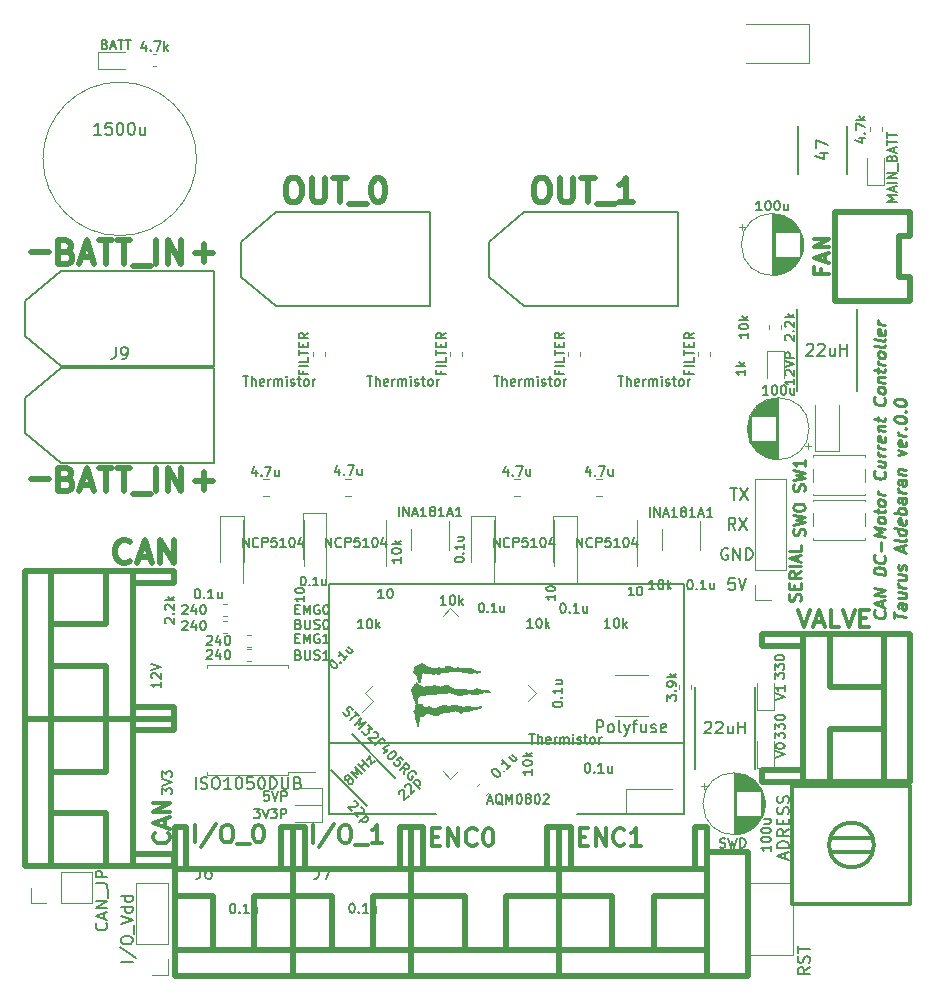
<source format=gbr>
G04 #@! TF.GenerationSoftware,KiCad,Pcbnew,(5.1.4)-1*
G04 #@! TF.CreationDate,2020-03-02T15:01:40+09:00*
G04 #@! TF.ProjectId,CAN_Current_Control_MD,43414e5f-4375-4727-9265-6e745f436f6e,rev?*
G04 #@! TF.SameCoordinates,Original*
G04 #@! TF.FileFunction,Legend,Top*
G04 #@! TF.FilePolarity,Positive*
%FSLAX46Y46*%
G04 Gerber Fmt 4.6, Leading zero omitted, Abs format (unit mm)*
G04 Created by KiCad (PCBNEW (5.1.4)-1) date 2020-03-02 15:01:40*
%MOMM*%
%LPD*%
G04 APERTURE LIST*
%ADD10C,0.150000*%
%ADD11C,0.500000*%
%ADD12C,0.250000*%
%ADD13C,0.120000*%
%ADD14C,0.300000*%
%ADD15C,0.200000*%
%ADD16C,0.010000*%
%ADD17C,0.325000*%
%ADD18C,0.375000*%
G04 APERTURE END LIST*
D10*
X206059523Y-111252380D02*
X205583333Y-111252380D01*
X205535714Y-111728571D01*
X205583333Y-111680952D01*
X205678571Y-111633333D01*
X205916666Y-111633333D01*
X206011904Y-111680952D01*
X206059523Y-111728571D01*
X206107142Y-111823809D01*
X206107142Y-112061904D01*
X206059523Y-112157142D01*
X206011904Y-112204761D01*
X205916666Y-112252380D01*
X205678571Y-112252380D01*
X205583333Y-112204761D01*
X205535714Y-112157142D01*
X206392857Y-111252380D02*
X206726190Y-112252380D01*
X207059523Y-111252380D01*
X205488095Y-108750000D02*
X205392857Y-108702380D01*
X205250000Y-108702380D01*
X205107142Y-108750000D01*
X205011904Y-108845238D01*
X204964285Y-108940476D01*
X204916666Y-109130952D01*
X204916666Y-109273809D01*
X204964285Y-109464285D01*
X205011904Y-109559523D01*
X205107142Y-109654761D01*
X205250000Y-109702380D01*
X205345238Y-109702380D01*
X205488095Y-109654761D01*
X205535714Y-109607142D01*
X205535714Y-109273809D01*
X205345238Y-109273809D01*
X205964285Y-109702380D02*
X205964285Y-108702380D01*
X206535714Y-109702380D01*
X206535714Y-108702380D01*
X207011904Y-109702380D02*
X207011904Y-108702380D01*
X207250000Y-108702380D01*
X207392857Y-108750000D01*
X207488095Y-108845238D01*
X207535714Y-108940476D01*
X207583333Y-109130952D01*
X207583333Y-109273809D01*
X207535714Y-109464285D01*
X207488095Y-109559523D01*
X207392857Y-109654761D01*
X207250000Y-109702380D01*
X207011904Y-109702380D01*
X206133333Y-107152380D02*
X205800000Y-106676190D01*
X205561904Y-107152380D02*
X205561904Y-106152380D01*
X205942857Y-106152380D01*
X206038095Y-106200000D01*
X206085714Y-106247619D01*
X206133333Y-106342857D01*
X206133333Y-106485714D01*
X206085714Y-106580952D01*
X206038095Y-106628571D01*
X205942857Y-106676190D01*
X205561904Y-106676190D01*
X206466666Y-106152380D02*
X207133333Y-107152380D01*
X207133333Y-106152380D02*
X206466666Y-107152380D01*
X205688095Y-103602380D02*
X206259523Y-103602380D01*
X205973809Y-104602380D02*
X205973809Y-103602380D01*
X206497619Y-103602380D02*
X207164285Y-104602380D01*
X207164285Y-103602380D02*
X206497619Y-104602380D01*
X209511904Y-121547619D02*
X210311904Y-121280952D01*
X209511904Y-121014285D01*
X210311904Y-120328571D02*
X210311904Y-120785714D01*
X210311904Y-120557142D02*
X209511904Y-120557142D01*
X209626190Y-120633333D01*
X209702380Y-120709523D01*
X209740476Y-120785714D01*
X209511904Y-126447619D02*
X210311904Y-126180952D01*
X209511904Y-125914285D01*
X209511904Y-125495238D02*
X209511904Y-125419047D01*
X209550000Y-125342857D01*
X209588095Y-125304761D01*
X209664285Y-125266666D01*
X209816666Y-125228571D01*
X210007142Y-125228571D01*
X210159523Y-125266666D01*
X210235714Y-125304761D01*
X210273809Y-125342857D01*
X210311904Y-125419047D01*
X210311904Y-125495238D01*
X210273809Y-125571428D01*
X210235714Y-125609523D01*
X210159523Y-125647619D01*
X210007142Y-125685714D01*
X209816666Y-125685714D01*
X209664285Y-125647619D01*
X209588095Y-125609523D01*
X209550000Y-125571428D01*
X209511904Y-125495238D01*
D11*
X148011904Y-102857142D02*
X146488095Y-102857142D01*
X148011904Y-83607142D02*
X146488095Y-83607142D01*
X161142857Y-84511904D02*
X161142857Y-82988095D01*
X161904761Y-83750000D02*
X160380952Y-83750000D01*
X161142857Y-103761904D02*
X161142857Y-102238095D01*
X161904761Y-103000000D02*
X160380952Y-103000000D01*
D12*
X218732142Y-114060119D02*
X218779761Y-114113690D01*
X218827380Y-114262500D01*
X218827380Y-114357738D01*
X218779761Y-114494642D01*
X218684523Y-114577976D01*
X218589285Y-114613690D01*
X218398809Y-114637500D01*
X218255952Y-114619642D01*
X218065476Y-114548214D01*
X217970238Y-114488690D01*
X217875000Y-114381547D01*
X217827380Y-114232738D01*
X217827380Y-114137500D01*
X217875000Y-114000595D01*
X217922619Y-113958928D01*
X218541666Y-113655357D02*
X218541666Y-113179166D01*
X218827380Y-113786309D02*
X217827380Y-113327976D01*
X218827380Y-113119642D01*
X218827380Y-112786309D02*
X217827380Y-112661309D01*
X218827380Y-112214880D01*
X217827380Y-112089880D01*
X218827380Y-110976785D02*
X217827380Y-110851785D01*
X217827380Y-110613690D01*
X217875000Y-110476785D01*
X217970238Y-110393452D01*
X218065476Y-110357738D01*
X218255952Y-110333928D01*
X218398809Y-110351785D01*
X218589285Y-110423214D01*
X218684523Y-110482738D01*
X218779761Y-110589880D01*
X218827380Y-110738690D01*
X218827380Y-110976785D01*
X218732142Y-109393452D02*
X218779761Y-109447023D01*
X218827380Y-109595833D01*
X218827380Y-109691071D01*
X218779761Y-109827976D01*
X218684523Y-109911309D01*
X218589285Y-109947023D01*
X218398809Y-109970833D01*
X218255952Y-109952976D01*
X218065476Y-109881547D01*
X217970238Y-109822023D01*
X217875000Y-109714880D01*
X217827380Y-109566071D01*
X217827380Y-109470833D01*
X217875000Y-109333928D01*
X217922619Y-109292261D01*
X218446428Y-108929166D02*
X218446428Y-108167261D01*
X218827380Y-107738690D02*
X217827380Y-107613690D01*
X218541666Y-107369642D01*
X217827380Y-106947023D01*
X218827380Y-107072023D01*
X218827380Y-106452976D02*
X218779761Y-106542261D01*
X218732142Y-106583928D01*
X218636904Y-106619642D01*
X218351190Y-106583928D01*
X218255952Y-106524404D01*
X218208333Y-106470833D01*
X218160714Y-106369642D01*
X218160714Y-106226785D01*
X218208333Y-106137500D01*
X218255952Y-106095833D01*
X218351190Y-106060119D01*
X218636904Y-106095833D01*
X218732142Y-106155357D01*
X218779761Y-106208928D01*
X218827380Y-106310119D01*
X218827380Y-106452976D01*
X218160714Y-105750595D02*
X218160714Y-105369642D01*
X217827380Y-105566071D02*
X218684523Y-105673214D01*
X218779761Y-105637500D01*
X218827380Y-105548214D01*
X218827380Y-105452976D01*
X218827380Y-104976785D02*
X218779761Y-105066071D01*
X218732142Y-105107738D01*
X218636904Y-105143452D01*
X218351190Y-105107738D01*
X218255952Y-105048214D01*
X218208333Y-104994642D01*
X218160714Y-104893452D01*
X218160714Y-104750595D01*
X218208333Y-104661309D01*
X218255952Y-104619642D01*
X218351190Y-104583928D01*
X218636904Y-104619642D01*
X218732142Y-104679166D01*
X218779761Y-104732738D01*
X218827380Y-104833928D01*
X218827380Y-104976785D01*
X218827380Y-104214880D02*
X218160714Y-104131547D01*
X218351190Y-104155357D02*
X218255952Y-104095833D01*
X218208333Y-104042261D01*
X218160714Y-103941071D01*
X218160714Y-103845833D01*
X218732142Y-102250595D02*
X218779761Y-102304166D01*
X218827380Y-102452976D01*
X218827380Y-102548214D01*
X218779761Y-102685119D01*
X218684523Y-102768452D01*
X218589285Y-102804166D01*
X218398809Y-102827976D01*
X218255952Y-102810119D01*
X218065476Y-102738690D01*
X217970238Y-102679166D01*
X217875000Y-102572023D01*
X217827380Y-102423214D01*
X217827380Y-102327976D01*
X217875000Y-102191071D01*
X217922619Y-102149404D01*
X218160714Y-101322023D02*
X218827380Y-101405357D01*
X218160714Y-101750595D02*
X218684523Y-101816071D01*
X218779761Y-101780357D01*
X218827380Y-101691071D01*
X218827380Y-101548214D01*
X218779761Y-101447023D01*
X218732142Y-101393452D01*
X218827380Y-100929166D02*
X218160714Y-100845833D01*
X218351190Y-100869642D02*
X218255952Y-100810119D01*
X218208333Y-100756547D01*
X218160714Y-100655357D01*
X218160714Y-100560119D01*
X218827380Y-100310119D02*
X218160714Y-100226785D01*
X218351190Y-100250595D02*
X218255952Y-100191071D01*
X218208333Y-100137500D01*
X218160714Y-100036309D01*
X218160714Y-99941071D01*
X218779761Y-99304166D02*
X218827380Y-99405357D01*
X218827380Y-99595833D01*
X218779761Y-99685119D01*
X218684523Y-99720833D01*
X218303571Y-99673214D01*
X218208333Y-99613690D01*
X218160714Y-99512500D01*
X218160714Y-99322023D01*
X218208333Y-99232738D01*
X218303571Y-99197023D01*
X218398809Y-99208928D01*
X218494047Y-99697023D01*
X218160714Y-98750595D02*
X218827380Y-98833928D01*
X218255952Y-98762500D02*
X218208333Y-98708928D01*
X218160714Y-98607738D01*
X218160714Y-98464880D01*
X218208333Y-98375595D01*
X218303571Y-98339880D01*
X218827380Y-98405357D01*
X218160714Y-97988690D02*
X218160714Y-97607738D01*
X217827380Y-97804166D02*
X218684523Y-97911309D01*
X218779761Y-97875595D01*
X218827380Y-97786309D01*
X218827380Y-97691071D01*
X218732142Y-96012500D02*
X218779761Y-96066071D01*
X218827380Y-96214880D01*
X218827380Y-96310119D01*
X218779761Y-96447023D01*
X218684523Y-96530357D01*
X218589285Y-96566071D01*
X218398809Y-96589880D01*
X218255952Y-96572023D01*
X218065476Y-96500595D01*
X217970238Y-96441071D01*
X217875000Y-96333928D01*
X217827380Y-96185119D01*
X217827380Y-96089880D01*
X217875000Y-95952976D01*
X217922619Y-95911309D01*
X218827380Y-95452976D02*
X218779761Y-95542261D01*
X218732142Y-95583928D01*
X218636904Y-95619642D01*
X218351190Y-95583928D01*
X218255952Y-95524404D01*
X218208333Y-95470833D01*
X218160714Y-95369642D01*
X218160714Y-95226785D01*
X218208333Y-95137500D01*
X218255952Y-95095833D01*
X218351190Y-95060119D01*
X218636904Y-95095833D01*
X218732142Y-95155357D01*
X218779761Y-95208928D01*
X218827380Y-95310119D01*
X218827380Y-95452976D01*
X218160714Y-94607738D02*
X218827380Y-94691071D01*
X218255952Y-94619642D02*
X218208333Y-94566071D01*
X218160714Y-94464880D01*
X218160714Y-94322023D01*
X218208333Y-94232738D01*
X218303571Y-94197023D01*
X218827380Y-94262500D01*
X218160714Y-93845833D02*
X218160714Y-93464880D01*
X217827380Y-93661309D02*
X218684523Y-93768452D01*
X218779761Y-93732738D01*
X218827380Y-93643452D01*
X218827380Y-93548214D01*
X218827380Y-93214880D02*
X218160714Y-93131547D01*
X218351190Y-93155357D02*
X218255952Y-93095833D01*
X218208333Y-93042261D01*
X218160714Y-92941071D01*
X218160714Y-92845833D01*
X218827380Y-92452976D02*
X218779761Y-92542261D01*
X218732142Y-92583928D01*
X218636904Y-92619642D01*
X218351190Y-92583928D01*
X218255952Y-92524404D01*
X218208333Y-92470833D01*
X218160714Y-92369642D01*
X218160714Y-92226785D01*
X218208333Y-92137500D01*
X218255952Y-92095833D01*
X218351190Y-92060119D01*
X218636904Y-92095833D01*
X218732142Y-92155357D01*
X218779761Y-92208928D01*
X218827380Y-92310119D01*
X218827380Y-92452976D01*
X218827380Y-91548214D02*
X218779761Y-91637500D01*
X218684523Y-91673214D01*
X217827380Y-91566071D01*
X218827380Y-91024404D02*
X218779761Y-91113690D01*
X218684523Y-91149404D01*
X217827380Y-91042261D01*
X218779761Y-90256547D02*
X218827380Y-90357738D01*
X218827380Y-90548214D01*
X218779761Y-90637500D01*
X218684523Y-90673214D01*
X218303571Y-90625595D01*
X218208333Y-90566071D01*
X218160714Y-90464880D01*
X218160714Y-90274404D01*
X218208333Y-90185119D01*
X218303571Y-90149404D01*
X218398809Y-90161309D01*
X218494047Y-90649404D01*
X218827380Y-89786309D02*
X218160714Y-89702976D01*
X218351190Y-89726785D02*
X218255952Y-89667261D01*
X218208333Y-89613690D01*
X218160714Y-89512500D01*
X218160714Y-89417261D01*
X219577380Y-114661309D02*
X219577380Y-114089880D01*
X220577380Y-114500595D02*
X219577380Y-114375595D01*
X220577380Y-113452976D02*
X220053571Y-113387500D01*
X219958333Y-113423214D01*
X219910714Y-113512500D01*
X219910714Y-113702976D01*
X219958333Y-113804166D01*
X220529761Y-113447023D02*
X220577380Y-113548214D01*
X220577380Y-113786309D01*
X220529761Y-113875595D01*
X220434523Y-113911309D01*
X220339285Y-113899404D01*
X220244047Y-113839880D01*
X220196428Y-113738690D01*
X220196428Y-113500595D01*
X220148809Y-113399404D01*
X219910714Y-112464880D02*
X220577380Y-112548214D01*
X219910714Y-112893452D02*
X220434523Y-112958928D01*
X220529761Y-112923214D01*
X220577380Y-112833928D01*
X220577380Y-112691071D01*
X220529761Y-112589880D01*
X220482142Y-112536309D01*
X220577380Y-112072023D02*
X219910714Y-111988690D01*
X220101190Y-112012500D02*
X220005952Y-111952976D01*
X219958333Y-111899404D01*
X219910714Y-111798214D01*
X219910714Y-111702976D01*
X219910714Y-110941071D02*
X220577380Y-111024404D01*
X219910714Y-111369642D02*
X220434523Y-111435119D01*
X220529761Y-111399404D01*
X220577380Y-111310119D01*
X220577380Y-111167261D01*
X220529761Y-111066071D01*
X220482142Y-111012500D01*
X220529761Y-110589880D02*
X220577380Y-110500595D01*
X220577380Y-110310119D01*
X220529761Y-110208928D01*
X220434523Y-110149404D01*
X220386904Y-110143452D01*
X220291666Y-110179166D01*
X220244047Y-110268452D01*
X220244047Y-110411309D01*
X220196428Y-110500595D01*
X220101190Y-110536309D01*
X220053571Y-110530357D01*
X219958333Y-110470833D01*
X219910714Y-110369642D01*
X219910714Y-110226785D01*
X219958333Y-110137500D01*
X220291666Y-108988690D02*
X220291666Y-108512500D01*
X220577380Y-109119642D02*
X219577380Y-108661309D01*
X220577380Y-108452976D01*
X220577380Y-107976785D02*
X220529761Y-108066071D01*
X220434523Y-108101785D01*
X219577380Y-107994642D01*
X220577380Y-107167261D02*
X219577380Y-107042261D01*
X220529761Y-107161309D02*
X220577380Y-107262500D01*
X220577380Y-107452976D01*
X220529761Y-107542261D01*
X220482142Y-107583928D01*
X220386904Y-107619642D01*
X220101190Y-107583928D01*
X220005952Y-107524404D01*
X219958333Y-107470833D01*
X219910714Y-107369642D01*
X219910714Y-107179166D01*
X219958333Y-107089880D01*
X220529761Y-106304166D02*
X220577380Y-106405357D01*
X220577380Y-106595833D01*
X220529761Y-106685119D01*
X220434523Y-106720833D01*
X220053571Y-106673214D01*
X219958333Y-106613690D01*
X219910714Y-106512500D01*
X219910714Y-106322023D01*
X219958333Y-106232738D01*
X220053571Y-106197023D01*
X220148809Y-106208928D01*
X220244047Y-106697023D01*
X220577380Y-105833928D02*
X219577380Y-105708928D01*
X219958333Y-105756547D02*
X219910714Y-105655357D01*
X219910714Y-105464880D01*
X219958333Y-105375595D01*
X220005952Y-105333928D01*
X220101190Y-105298214D01*
X220386904Y-105333928D01*
X220482142Y-105393452D01*
X220529761Y-105447023D01*
X220577380Y-105548214D01*
X220577380Y-105738690D01*
X220529761Y-105827976D01*
X220577380Y-104500595D02*
X220053571Y-104435119D01*
X219958333Y-104470833D01*
X219910714Y-104560119D01*
X219910714Y-104750595D01*
X219958333Y-104851785D01*
X220529761Y-104494642D02*
X220577380Y-104595833D01*
X220577380Y-104833928D01*
X220529761Y-104923214D01*
X220434523Y-104958928D01*
X220339285Y-104947023D01*
X220244047Y-104887500D01*
X220196428Y-104786309D01*
X220196428Y-104548214D01*
X220148809Y-104447023D01*
X220577380Y-104024404D02*
X219910714Y-103941071D01*
X220101190Y-103964880D02*
X220005952Y-103905357D01*
X219958333Y-103851785D01*
X219910714Y-103750595D01*
X219910714Y-103655357D01*
X220577380Y-102976785D02*
X220053571Y-102911309D01*
X219958333Y-102947023D01*
X219910714Y-103036309D01*
X219910714Y-103226785D01*
X219958333Y-103327976D01*
X220529761Y-102970833D02*
X220577380Y-103072023D01*
X220577380Y-103310119D01*
X220529761Y-103399404D01*
X220434523Y-103435119D01*
X220339285Y-103423214D01*
X220244047Y-103363690D01*
X220196428Y-103262500D01*
X220196428Y-103024404D01*
X220148809Y-102923214D01*
X219910714Y-102417261D02*
X220577380Y-102500595D01*
X220005952Y-102429166D02*
X219958333Y-102375595D01*
X219910714Y-102274404D01*
X219910714Y-102131547D01*
X219958333Y-102042261D01*
X220053571Y-102006547D01*
X220577380Y-102072023D01*
X219910714Y-100845833D02*
X220577380Y-100691071D01*
X219910714Y-100369642D01*
X220529761Y-99685119D02*
X220577380Y-99786309D01*
X220577380Y-99976785D01*
X220529761Y-100066071D01*
X220434523Y-100101785D01*
X220053571Y-100054166D01*
X219958333Y-99994642D01*
X219910714Y-99893452D01*
X219910714Y-99702976D01*
X219958333Y-99613690D01*
X220053571Y-99577976D01*
X220148809Y-99589880D01*
X220244047Y-100077976D01*
X220577380Y-99214880D02*
X219910714Y-99131547D01*
X220101190Y-99155357D02*
X220005952Y-99095833D01*
X219958333Y-99042261D01*
X219910714Y-98941071D01*
X219910714Y-98845833D01*
X220482142Y-98583928D02*
X220529761Y-98542261D01*
X220577380Y-98595833D01*
X220529761Y-98637500D01*
X220482142Y-98583928D01*
X220577380Y-98595833D01*
X219577380Y-97804166D02*
X219577380Y-97708928D01*
X219625000Y-97619642D01*
X219672619Y-97577976D01*
X219767857Y-97542261D01*
X219958333Y-97518452D01*
X220196428Y-97548214D01*
X220386904Y-97619642D01*
X220482142Y-97679166D01*
X220529761Y-97732738D01*
X220577380Y-97833928D01*
X220577380Y-97929166D01*
X220529761Y-98018452D01*
X220482142Y-98060119D01*
X220386904Y-98095833D01*
X220196428Y-98119642D01*
X219958333Y-98089880D01*
X219767857Y-98018452D01*
X219672619Y-97958928D01*
X219625000Y-97905357D01*
X219577380Y-97804166D01*
X220482142Y-97155357D02*
X220529761Y-97113690D01*
X220577380Y-97167261D01*
X220529761Y-97208928D01*
X220482142Y-97155357D01*
X220577380Y-97167261D01*
X219577380Y-96375595D02*
X219577380Y-96280357D01*
X219625000Y-96191071D01*
X219672619Y-96149404D01*
X219767857Y-96113690D01*
X219958333Y-96089880D01*
X220196428Y-96119642D01*
X220386904Y-96191071D01*
X220482142Y-96250595D01*
X220529761Y-96304166D01*
X220577380Y-96405357D01*
X220577380Y-96500595D01*
X220529761Y-96589880D01*
X220482142Y-96631547D01*
X220386904Y-96667261D01*
X220196428Y-96691071D01*
X219958333Y-96661309D01*
X219767857Y-96589880D01*
X219672619Y-96530357D01*
X219625000Y-96476785D01*
X219577380Y-96375595D01*
D13*
X212700000Y-107880000D02*
X212700000Y-108000000D01*
X212700000Y-105730000D02*
X212700000Y-106870000D01*
X212700000Y-104600000D02*
X212700000Y-104720000D01*
X217100000Y-104600000D02*
X212700000Y-104600000D01*
X217100000Y-104720000D02*
X217100000Y-104600000D01*
X217100000Y-106870000D02*
X217100000Y-105730000D01*
X217100000Y-108000000D02*
X217100000Y-107880000D01*
X212700000Y-108000000D02*
X217100000Y-108000000D01*
X212700000Y-104250000D02*
X217100000Y-104250000D01*
X217100000Y-104250000D02*
X217100000Y-104130000D01*
X217100000Y-103120000D02*
X217100000Y-101980000D01*
X217100000Y-100970000D02*
X217100000Y-100850000D01*
X217100000Y-100850000D02*
X212700000Y-100850000D01*
X212700000Y-100850000D02*
X212700000Y-100970000D01*
X212700000Y-101980000D02*
X212700000Y-103120000D01*
X212700000Y-104130000D02*
X212700000Y-104250000D01*
X195913748Y-119490000D02*
X198686252Y-119490000D01*
X195913748Y-122910000D02*
X198686252Y-122910000D01*
D10*
X216450000Y-88500000D02*
X216450000Y-95400000D01*
X211350000Y-88500000D02*
X211350000Y-95400000D01*
X202700000Y-120500000D02*
X202700000Y-127400000D01*
X207800000Y-120500000D02*
X207800000Y-127400000D01*
D13*
X164850000Y-118565000D02*
X161430000Y-118565000D01*
X161430000Y-118565000D02*
X161430000Y-118855000D01*
X164850000Y-118565000D02*
X168270000Y-118565000D01*
X168270000Y-118565000D02*
X168270000Y-118855000D01*
X164850000Y-127935000D02*
X161430000Y-127935000D01*
X161430000Y-127935000D02*
X161430000Y-127645000D01*
X164850000Y-127935000D02*
X168270000Y-127935000D01*
X168270000Y-127935000D02*
X168270000Y-127645000D01*
X168270000Y-127645000D02*
X170550000Y-127645000D01*
X185225727Y-129345522D02*
X184995522Y-129575727D01*
X184504478Y-128624273D02*
X184274273Y-128854478D01*
X166091422Y-102890000D02*
X166608578Y-102890000D01*
X166091422Y-104310000D02*
X166608578Y-104310000D01*
X173091422Y-104310000D02*
X173608578Y-104310000D01*
X173091422Y-102890000D02*
X173608578Y-102890000D01*
X187391422Y-102890000D02*
X187908578Y-102890000D01*
X187391422Y-104310000D02*
X187908578Y-104310000D01*
X194341422Y-104310000D02*
X194858578Y-104310000D01*
X194341422Y-102890000D02*
X194858578Y-102890000D01*
X196900000Y-129100000D02*
X200800000Y-129100000D01*
X196900000Y-131100000D02*
X200800000Y-131100000D01*
X196900000Y-129100000D02*
X196900000Y-131100000D01*
X154450000Y-66665000D02*
X152165000Y-66665000D01*
X152165000Y-66665000D02*
X152165000Y-68135000D01*
X152165000Y-68135000D02*
X154450000Y-68135000D01*
X218735000Y-77985000D02*
X218735000Y-75700000D01*
X217265000Y-77985000D02*
X218735000Y-77985000D01*
X217265000Y-75700000D02*
X217265000Y-77985000D01*
X210235000Y-94300000D02*
X210235000Y-92015000D01*
X210235000Y-92015000D02*
X208765000Y-92015000D01*
X208765000Y-92015000D02*
X208765000Y-94300000D01*
X171135000Y-129015000D02*
X168850000Y-129015000D01*
X171135000Y-130485000D02*
X171135000Y-129015000D01*
X168850000Y-130485000D02*
X171135000Y-130485000D01*
X168850000Y-131935000D02*
X171135000Y-131935000D01*
X171135000Y-131935000D02*
X171135000Y-130465000D01*
X171135000Y-130465000D02*
X168850000Y-130465000D01*
X164500000Y-106000000D02*
X164500000Y-109900000D01*
X162500000Y-106000000D02*
X162500000Y-109900000D01*
X164500000Y-106000000D02*
X162500000Y-106000000D01*
X171500000Y-105750000D02*
X169500000Y-105750000D01*
X169500000Y-105750000D02*
X169500000Y-109650000D01*
X171500000Y-105750000D02*
X171500000Y-109650000D01*
X185750000Y-106000000D02*
X183750000Y-106000000D01*
X183750000Y-106000000D02*
X183750000Y-109900000D01*
X185750000Y-106000000D02*
X185750000Y-109900000D01*
X192700000Y-106000000D02*
X192700000Y-109900000D01*
X190700000Y-106000000D02*
X190700000Y-109900000D01*
X192700000Y-106000000D02*
X190700000Y-106000000D01*
X212900000Y-100500000D02*
X214900000Y-100500000D01*
X214900000Y-100500000D02*
X214900000Y-96600000D01*
X212900000Y-100500000D02*
X212900000Y-96600000D01*
X212400000Y-67650000D02*
X212400000Y-64350000D01*
X212400000Y-64350000D02*
X207000000Y-64350000D01*
X212400000Y-67650000D02*
X207000000Y-67650000D01*
D11*
X203700000Y-144950000D02*
X207200000Y-144950000D01*
X203700000Y-134450000D02*
X203700000Y-144950000D01*
X207200000Y-134450000D02*
X207200000Y-144950000D01*
X207200000Y-134450000D02*
X203700000Y-134450000D01*
X158600000Y-135650000D02*
X158600000Y-134650000D01*
X158600000Y-134650000D02*
X155100000Y-134650000D01*
X158600000Y-123150000D02*
X158600000Y-124150000D01*
X158600000Y-124150000D02*
X155100000Y-124150000D01*
X155100000Y-135650000D02*
X155100000Y-123150000D01*
X152800000Y-131150000D02*
X152800000Y-135650000D01*
X152800000Y-127650000D02*
X152800000Y-123150000D01*
X152800000Y-131150000D02*
X148200000Y-131150000D01*
X152800000Y-127650000D02*
X148200000Y-127650000D01*
X148200000Y-123150000D02*
X148200000Y-135650000D01*
X158600000Y-135650000D02*
X146000000Y-135650000D01*
X146000000Y-135650000D02*
X146000000Y-123150000D01*
X158600000Y-123150000D02*
X146000000Y-123150000D01*
X158600000Y-110650000D02*
X146000000Y-110650000D01*
X146000000Y-123150000D02*
X146000000Y-110650000D01*
X158600000Y-123150000D02*
X146000000Y-123150000D01*
X148200000Y-110650000D02*
X148200000Y-123150000D01*
X152800000Y-115150000D02*
X148200000Y-115150000D01*
X152800000Y-118650000D02*
X148200000Y-118650000D01*
X152800000Y-115150000D02*
X152800000Y-110650000D01*
X152800000Y-118650000D02*
X152800000Y-123150000D01*
X155100000Y-123150000D02*
X155100000Y-110650000D01*
X158600000Y-111650000D02*
X155100000Y-111650000D01*
X158600000Y-110650000D02*
X158600000Y-111650000D01*
X158600000Y-122150000D02*
X155100000Y-122150000D01*
X158600000Y-123150000D02*
X158600000Y-122150000D01*
X178700000Y-132350000D02*
X178700000Y-144950000D01*
X191200000Y-144950000D02*
X178700000Y-144950000D01*
X191200000Y-132350000D02*
X191200000Y-144950000D01*
X178700000Y-142750000D02*
X191200000Y-142750000D01*
X183200000Y-138150000D02*
X183200000Y-142750000D01*
X186700000Y-138150000D02*
X186700000Y-142750000D01*
X183200000Y-138150000D02*
X178700000Y-138150000D01*
X186700000Y-138150000D02*
X191200000Y-138150000D01*
X191200000Y-135850000D02*
X178700000Y-135850000D01*
X179700000Y-132350000D02*
X179700000Y-135850000D01*
X178700000Y-132350000D02*
X179700000Y-132350000D01*
X190200000Y-132350000D02*
X190200000Y-135850000D01*
X191200000Y-132350000D02*
X190200000Y-132350000D01*
X203700000Y-132350000D02*
X202700000Y-132350000D01*
X202700000Y-132350000D02*
X202700000Y-135850000D01*
X191200000Y-132350000D02*
X192200000Y-132350000D01*
X192200000Y-132350000D02*
X192200000Y-135850000D01*
X203700000Y-135850000D02*
X191200000Y-135850000D01*
X199200000Y-138150000D02*
X203700000Y-138150000D01*
X195700000Y-138150000D02*
X191200000Y-138150000D01*
X199200000Y-138150000D02*
X199200000Y-142750000D01*
X195700000Y-138150000D02*
X195700000Y-142750000D01*
X191200000Y-142750000D02*
X203700000Y-142750000D01*
X203700000Y-132350000D02*
X203700000Y-144950000D01*
X203700000Y-144950000D02*
X191200000Y-144950000D01*
X191200000Y-132350000D02*
X191200000Y-144950000D01*
X167650000Y-132350000D02*
X167650000Y-135850000D01*
X158650000Y-132350000D02*
X159650000Y-132350000D01*
X159650000Y-132350000D02*
X159650000Y-135850000D01*
X168650000Y-135850000D02*
X158650000Y-135850000D01*
X168650000Y-132350000D02*
X167650000Y-132350000D01*
X165400000Y-138150000D02*
X168650000Y-138150000D01*
X161900000Y-138150000D02*
X158650000Y-138150000D01*
X165400000Y-138150000D02*
X165400000Y-142750000D01*
X161900000Y-138150000D02*
X161900000Y-142750000D01*
X158650000Y-142750000D02*
X168650000Y-142750000D01*
X168650000Y-132350000D02*
X168650000Y-144950000D01*
X168650000Y-144950000D02*
X158650000Y-144950000D01*
X158650000Y-132350000D02*
X158650000Y-144950000D01*
X168700000Y-132350000D02*
X168700000Y-144950000D01*
X178700000Y-144950000D02*
X168700000Y-144950000D01*
X178700000Y-132350000D02*
X178700000Y-144950000D01*
X168700000Y-142750000D02*
X178700000Y-142750000D01*
X171950000Y-138150000D02*
X171950000Y-142750000D01*
X175450000Y-138150000D02*
X175450000Y-142750000D01*
X171950000Y-138150000D02*
X168700000Y-138150000D01*
X175450000Y-138150000D02*
X178700000Y-138150000D01*
X178700000Y-132350000D02*
X177700000Y-132350000D01*
X178700000Y-135850000D02*
X168700000Y-135850000D01*
X169700000Y-132350000D02*
X169700000Y-135850000D01*
X168700000Y-132350000D02*
X169700000Y-132350000D01*
X177700000Y-132350000D02*
X177700000Y-135850000D01*
D10*
X146000000Y-99000000D02*
X149000000Y-101500000D01*
X149000000Y-101500000D02*
X162000000Y-101500000D01*
X146000000Y-96000000D02*
X149000000Y-93500000D01*
X149000000Y-93500000D02*
X162000000Y-93500000D01*
X146000000Y-96000000D02*
X146000000Y-99000000D01*
X162000000Y-93500000D02*
X162000000Y-101500000D01*
X146000000Y-90750000D02*
X149000000Y-93250000D01*
X149000000Y-93250000D02*
X162000000Y-93250000D01*
X146000000Y-87750000D02*
X149000000Y-85250000D01*
X149000000Y-85250000D02*
X162000000Y-85250000D01*
X146000000Y-87750000D02*
X146000000Y-90750000D01*
X162000000Y-85250000D02*
X162000000Y-93250000D01*
D11*
X214550000Y-80250000D02*
X214550000Y-87750000D01*
X220950000Y-80250000D02*
X214550000Y-80250000D01*
X214550000Y-87750000D02*
X220950000Y-87750000D01*
X220950000Y-82250000D02*
X220950000Y-80250000D01*
X219950000Y-82250000D02*
X220950000Y-82250000D01*
X219950000Y-85750000D02*
X219950000Y-82250000D01*
X220950000Y-85750000D02*
X219950000Y-85750000D01*
X220950000Y-87750000D02*
X220950000Y-85750000D01*
D10*
X180250000Y-80250000D02*
X180250000Y-88250000D01*
X164250000Y-82750000D02*
X164250000Y-85750000D01*
X167250000Y-80250000D02*
X180250000Y-80250000D01*
X164250000Y-82750000D02*
X167250000Y-80250000D01*
X167250000Y-88250000D02*
X180250000Y-88250000D01*
X164250000Y-85750000D02*
X167250000Y-88250000D01*
X201250000Y-80250000D02*
X201250000Y-88250000D01*
X185250000Y-82750000D02*
X185250000Y-85750000D01*
X188250000Y-80250000D02*
X201250000Y-80250000D01*
X185250000Y-82750000D02*
X188250000Y-80250000D01*
X188250000Y-88250000D02*
X201250000Y-88250000D01*
X185250000Y-85750000D02*
X188250000Y-88250000D01*
D13*
X151670000Y-138780000D02*
X151670000Y-136120000D01*
X149070000Y-138780000D02*
X151670000Y-138780000D01*
X149070000Y-136120000D02*
X151670000Y-136120000D01*
X149070000Y-138780000D02*
X149070000Y-136120000D01*
X147800000Y-138780000D02*
X146470000Y-138780000D01*
X146470000Y-138780000D02*
X146470000Y-137450000D01*
X158080000Y-137090000D02*
X155420000Y-137090000D01*
X158080000Y-142230000D02*
X158080000Y-137090000D01*
X155420000Y-142230000D02*
X155420000Y-137090000D01*
X158080000Y-142230000D02*
X155420000Y-142230000D01*
X158080000Y-143500000D02*
X158080000Y-144830000D01*
X158080000Y-144830000D02*
X156750000Y-144830000D01*
X156787221Y-66890000D02*
X157112779Y-66890000D01*
X156787221Y-67910000D02*
X157112779Y-67910000D01*
X217490000Y-73412779D02*
X217490000Y-73087221D01*
X218510000Y-73412779D02*
X218510000Y-73087221D01*
X208990000Y-89837221D02*
X208990000Y-90162779D01*
X210010000Y-89837221D02*
X210010000Y-90162779D01*
X162737221Y-114460000D02*
X163062779Y-114460000D01*
X162737221Y-113440000D02*
X163062779Y-113440000D01*
X162737221Y-114840000D02*
X163062779Y-114840000D01*
X162737221Y-115860000D02*
X163062779Y-115860000D01*
X164787221Y-117060000D02*
X165112779Y-117060000D01*
X164787221Y-116040000D02*
X165112779Y-116040000D01*
X164787221Y-117240000D02*
X165112779Y-117240000D01*
X164787221Y-118260000D02*
X165112779Y-118260000D01*
X201390000Y-120612779D02*
X201390000Y-120287221D01*
X202410000Y-120612779D02*
X202410000Y-120287221D01*
X170340000Y-92087221D02*
X170340000Y-92412779D01*
X171360000Y-92087221D02*
X171360000Y-92412779D01*
X181990000Y-92087221D02*
X181990000Y-92412779D01*
X183010000Y-92087221D02*
X183010000Y-92412779D01*
X191940000Y-92087221D02*
X191940000Y-92412779D01*
X192960000Y-92087221D02*
X192960000Y-92412779D01*
X202990000Y-92087221D02*
X202990000Y-92412779D01*
X204010000Y-92087221D02*
X204010000Y-92412779D01*
D10*
X215540000Y-77032000D02*
X215540000Y-72968000D01*
X211460000Y-77032000D02*
X211460000Y-72968000D01*
D13*
X188554880Y-121671751D02*
X189226631Y-121000000D01*
X189226631Y-121000000D02*
X188554880Y-120328249D01*
X182671751Y-127554880D02*
X182000000Y-128226631D01*
X182000000Y-128226631D02*
X181328249Y-127554880D01*
X181328249Y-114445120D02*
X182000000Y-113773369D01*
X182000000Y-113773369D02*
X182671751Y-114445120D01*
X175445120Y-120328249D02*
X174773369Y-121000000D01*
X174773369Y-121000000D02*
X175445120Y-121671751D01*
X175445120Y-121671751D02*
X174497597Y-122619275D01*
D14*
X217850000Y-133850000D02*
G75*
G03X217850000Y-133850000I-1900000J0D01*
G01*
X214150000Y-134450000D02*
X217650000Y-134450000D01*
X214150000Y-133250000D02*
X217750000Y-133250000D01*
X210950000Y-128850000D02*
X220950000Y-128850000D01*
X220950000Y-128850000D02*
X220950000Y-138850000D01*
X220950000Y-138850000D02*
X210950000Y-138850000D01*
X210950000Y-138850000D02*
X210950000Y-128850000D01*
D15*
X171750000Y-125250000D02*
X201750000Y-125250000D01*
X171750000Y-131250000D02*
X171750000Y-111750000D01*
X171750000Y-111750000D02*
X201750000Y-111750000D01*
X201750000Y-111750000D02*
X201750000Y-131250000D01*
X192750000Y-131250000D02*
X201750000Y-131250000D01*
X180750000Y-131250000D02*
X171750000Y-131250000D01*
D13*
X169560000Y-108250000D02*
X169560000Y-106300000D01*
X169560000Y-108250000D02*
X169560000Y-110200000D01*
X164440000Y-108250000D02*
X164440000Y-106300000D01*
X164440000Y-108250000D02*
X164440000Y-111700000D01*
X171440000Y-108250000D02*
X171440000Y-111700000D01*
X171440000Y-108250000D02*
X171440000Y-106300000D01*
X176560000Y-108250000D02*
X176560000Y-110200000D01*
X176560000Y-108250000D02*
X176560000Y-106300000D01*
X185690000Y-108250000D02*
X185690000Y-111700000D01*
X185690000Y-108250000D02*
X185690000Y-106300000D01*
X190810000Y-108250000D02*
X190810000Y-110200000D01*
X190810000Y-108250000D02*
X190810000Y-106300000D01*
X197810000Y-108250000D02*
X197810000Y-106300000D01*
X197810000Y-108250000D02*
X197810000Y-110200000D01*
X192690000Y-108250000D02*
X192690000Y-106300000D01*
X192690000Y-108250000D02*
X192690000Y-111700000D01*
X181860000Y-108900000D02*
X181860000Y-106450000D01*
X178640000Y-107100000D02*
X178640000Y-108900000D01*
X199890000Y-107100000D02*
X199890000Y-108900000D01*
X203110000Y-108900000D02*
X203110000Y-106450000D01*
D16*
G36*
X178635803Y-120643848D02*
G01*
X178642221Y-120625542D01*
X178657517Y-120618231D01*
X178667842Y-120616669D01*
X178694137Y-120606723D01*
X178711174Y-120580300D01*
X178715467Y-120568200D01*
X178734493Y-120532054D01*
X178756876Y-120519882D01*
X178780972Y-120505524D01*
X178791531Y-120478369D01*
X178804836Y-120448185D01*
X178830720Y-120411845D01*
X178850130Y-120390665D01*
X178885633Y-120349439D01*
X178900430Y-120314509D01*
X178901200Y-120304829D01*
X178909060Y-120259953D01*
X178934372Y-120229718D01*
X178979730Y-120211745D01*
X179007927Y-120206953D01*
X179056589Y-120198259D01*
X179085541Y-120184185D01*
X179100461Y-120160099D01*
X179106537Y-120126515D01*
X179110750Y-120084981D01*
X179256800Y-120213650D01*
X179338994Y-120284039D01*
X179410389Y-120339017D01*
X179475720Y-120379982D01*
X179539720Y-120408333D01*
X179607125Y-120425468D01*
X179682669Y-120432785D01*
X179771088Y-120431682D01*
X179877116Y-120423559D01*
X179944181Y-120416656D01*
X180086854Y-120401147D01*
X180206329Y-120388035D01*
X180304662Y-120377009D01*
X180383909Y-120367754D01*
X180446128Y-120359958D01*
X180493374Y-120353309D01*
X180527705Y-120347493D01*
X180551176Y-120342197D01*
X180565845Y-120337110D01*
X180573767Y-120331917D01*
X180576999Y-120326307D01*
X180577600Y-120320309D01*
X180587629Y-120305701D01*
X180613814Y-120302445D01*
X180650295Y-120309217D01*
X180691215Y-120324696D01*
X180730715Y-120347559D01*
X180744111Y-120357889D01*
X180765384Y-120373787D01*
X180787478Y-120383472D01*
X180817344Y-120388453D01*
X180861936Y-120390237D01*
X180894106Y-120390400D01*
X180949465Y-120391138D01*
X180985568Y-120394160D01*
X181008538Y-120400681D01*
X181024494Y-120411917D01*
X181029656Y-120417301D01*
X181045856Y-120431800D01*
X181065894Y-120438879D01*
X181097323Y-120439944D01*
X181137106Y-120437297D01*
X181174807Y-120432943D01*
X181214130Y-120425396D01*
X181259083Y-120413417D01*
X181313675Y-120395765D01*
X181381913Y-120371201D01*
X181467805Y-120338485D01*
X181511050Y-120321647D01*
X181598177Y-120293038D01*
X181676208Y-120278203D01*
X181741391Y-120277534D01*
X181789975Y-120291420D01*
X181791766Y-120292426D01*
X181831567Y-120320475D01*
X181874189Y-120358322D01*
X181912778Y-120399055D01*
X181940482Y-120435760D01*
X181947894Y-120449901D01*
X181975704Y-120487499D01*
X182022868Y-120509882D01*
X182090128Y-120517399D01*
X182091203Y-120517400D01*
X182146010Y-120524019D01*
X182195355Y-120541629D01*
X182231163Y-120566857D01*
X182240724Y-120579825D01*
X182266117Y-120602101D01*
X182290834Y-120606300D01*
X182326985Y-120614246D01*
X182359065Y-120631700D01*
X182377594Y-120643504D01*
X182400830Y-120651029D01*
X182434561Y-120655169D01*
X182484573Y-120656820D01*
X182522703Y-120656989D01*
X182589196Y-120655943D01*
X182670244Y-120653188D01*
X182755091Y-120649156D01*
X182825500Y-120644814D01*
X182992872Y-120640871D01*
X183172896Y-120650927D01*
X183357433Y-120674393D01*
X183441450Y-120689499D01*
X183525741Y-120700808D01*
X183626527Y-120705984D01*
X183735718Y-120705294D01*
X183845226Y-120699001D01*
X183946965Y-120687370D01*
X184032845Y-120670667D01*
X184035175Y-120670069D01*
X184095106Y-120652596D01*
X184132581Y-120637184D01*
X184146264Y-120624389D01*
X184146300Y-120623791D01*
X184137108Y-120607823D01*
X184130425Y-120606106D01*
X184123813Y-120601715D01*
X184133600Y-120593600D01*
X184165111Y-120583870D01*
X184212148Y-120582077D01*
X184268952Y-120586993D01*
X184329765Y-120597392D01*
X184388829Y-120612047D01*
X184440386Y-120629732D01*
X184478677Y-120649218D01*
X184497945Y-120669280D01*
X184498632Y-120671377D01*
X184504129Y-120682319D01*
X184516916Y-120689526D01*
X184541728Y-120693922D01*
X184583299Y-120696432D01*
X184633556Y-120697739D01*
X184707386Y-120698473D01*
X184791804Y-120698214D01*
X184872019Y-120697035D01*
X184895600Y-120696441D01*
X184956780Y-120695192D01*
X184998410Y-120696170D01*
X185026299Y-120700169D01*
X185046257Y-120707983D01*
X185062703Y-120719303D01*
X185094387Y-120738015D01*
X185123830Y-120745997D01*
X185124283Y-120746000D01*
X185172001Y-120756494D01*
X185224681Y-120785269D01*
X185275200Y-120828266D01*
X185282651Y-120836243D01*
X185313796Y-120873408D01*
X185325970Y-120897924D01*
X185317589Y-120912481D01*
X185287068Y-120919771D01*
X185232821Y-120922485D01*
X185231857Y-120922504D01*
X185180162Y-120922350D01*
X185148809Y-120918870D01*
X185132860Y-120911227D01*
X185128898Y-120905027D01*
X185111433Y-120890466D01*
X185084791Y-120885700D01*
X185053455Y-120881544D01*
X185008958Y-120870740D01*
X184968675Y-120858198D01*
X184895466Y-120837029D01*
X184836599Y-120830968D01*
X184785667Y-120840471D01*
X184736266Y-120865992D01*
X184722384Y-120875669D01*
X184603129Y-120948856D01*
X184479063Y-120998611D01*
X184454406Y-121005494D01*
X184429685Y-121010993D01*
X184400855Y-121015296D01*
X184365008Y-121018484D01*
X184319237Y-121020639D01*
X184260633Y-121021844D01*
X184186289Y-121022180D01*
X184093295Y-121021729D01*
X183978744Y-121020574D01*
X183937202Y-121020071D01*
X183497428Y-121014583D01*
X183418347Y-121051590D01*
X183332176Y-121085039D01*
X183259353Y-121098138D01*
X183198306Y-121091095D01*
X183177805Y-121083149D01*
X183147774Y-121070553D01*
X183125402Y-121069170D01*
X183098223Y-121079491D01*
X183083500Y-121086860D01*
X182992170Y-121124893D01*
X182897834Y-121145633D01*
X182792332Y-121150676D01*
X182762823Y-121149650D01*
X182733068Y-121148260D01*
X182707639Y-121146774D01*
X182683900Y-121144421D01*
X182659214Y-121140432D01*
X182630943Y-121134036D01*
X182596451Y-121124463D01*
X182553100Y-121110943D01*
X182498255Y-121092705D01*
X182429277Y-121068981D01*
X182343530Y-121038999D01*
X182238376Y-121001989D01*
X182147091Y-120969826D01*
X182086398Y-120947641D01*
X182034457Y-120927129D01*
X181995965Y-120910260D01*
X181975618Y-120899001D01*
X181973870Y-120897220D01*
X181964356Y-120890607D01*
X181944689Y-120888294D01*
X181912153Y-120890640D01*
X181864032Y-120898006D01*
X181797614Y-120910751D01*
X181710181Y-120929234D01*
X181676150Y-120936678D01*
X181524842Y-120967880D01*
X181393190Y-120990157D01*
X181277167Y-121003773D01*
X181172750Y-121008992D01*
X181075913Y-121006079D01*
X180982631Y-120995298D01*
X180929366Y-120985704D01*
X180887743Y-120978016D01*
X180863315Y-120976991D01*
X180848491Y-120983744D01*
X180835679Y-120999388D01*
X180835631Y-120999457D01*
X180813750Y-121024242D01*
X180785634Y-121041821D01*
X180747386Y-121052961D01*
X180695107Y-121058429D01*
X180624901Y-121058994D01*
X180547660Y-121056165D01*
X180475992Y-121052924D01*
X180424744Y-121051592D01*
X180388981Y-121052571D01*
X180363767Y-121056265D01*
X180344168Y-121063077D01*
X180325247Y-121073408D01*
X180323508Y-121074465D01*
X180292794Y-121090362D01*
X180261547Y-121098611D01*
X180224016Y-121099235D01*
X180174451Y-121092255D01*
X180107101Y-121077696D01*
X180097205Y-121075358D01*
X180030436Y-121061541D01*
X179981772Y-121057996D01*
X179945504Y-121066163D01*
X179915920Y-121087483D01*
X179887312Y-121123396D01*
X179883291Y-121129325D01*
X179858089Y-121162955D01*
X179835131Y-121180143D01*
X179805128Y-121187076D01*
X179795300Y-121187942D01*
X179759038Y-121186063D01*
X179707705Y-121177673D01*
X179650306Y-121164350D01*
X179632349Y-121159367D01*
X179540629Y-121137825D01*
X179456822Y-121127887D01*
X179386660Y-121130069D01*
X179361574Y-121135005D01*
X179338044Y-121151104D01*
X179332999Y-121173767D01*
X179326164Y-121214257D01*
X179303068Y-121247177D01*
X179259829Y-121277380D01*
X179242950Y-121286333D01*
X179179212Y-121318631D01*
X179182793Y-121431351D01*
X179183692Y-121488853D01*
X179181470Y-121526924D01*
X179175343Y-121551424D01*
X179164525Y-121568213D01*
X179164436Y-121568310D01*
X179152659Y-121587798D01*
X179145789Y-121617963D01*
X179142827Y-121664637D01*
X179142499Y-121696326D01*
X179143984Y-121748340D01*
X179148082Y-121784262D01*
X179154261Y-121799794D01*
X179155379Y-121800100D01*
X179171217Y-121808825D01*
X179195199Y-121830635D01*
X179203623Y-121839681D01*
X179238988Y-121879262D01*
X179375222Y-121877267D01*
X179436635Y-121877201D01*
X179493147Y-121878618D01*
X179537074Y-121881251D01*
X179555578Y-121883550D01*
X179581589Y-121889713D01*
X179594626Y-121900365D01*
X179599169Y-121922876D01*
X179599700Y-121956159D01*
X179602578Y-121998258D01*
X179613799Y-122034127D01*
X179637239Y-122074750D01*
X179646260Y-122088096D01*
X179692821Y-122155701D01*
X179898779Y-122155701D01*
X179975384Y-122155566D01*
X180030356Y-122154843D01*
X180067463Y-122153051D01*
X180090473Y-122149710D01*
X180103153Y-122144342D01*
X180109271Y-122136465D01*
X180111833Y-122128566D01*
X180119204Y-122112152D01*
X180134707Y-122105678D01*
X180165819Y-122106783D01*
X180177047Y-122107982D01*
X180205281Y-122112558D01*
X180231887Y-122121147D01*
X180261816Y-122136425D01*
X180300021Y-122161065D01*
X180351452Y-122197744D01*
X180374400Y-122214588D01*
X180394610Y-122228632D01*
X180413450Y-122237678D01*
X180436615Y-122242500D01*
X180469800Y-122243874D01*
X180518700Y-122242574D01*
X180564900Y-122240509D01*
X180664012Y-122232597D01*
X180760831Y-122217510D01*
X180860918Y-122193864D01*
X180969834Y-122160278D01*
X181093142Y-122115368D01*
X181136537Y-122098384D01*
X181237171Y-122058795D01*
X181317044Y-122028225D01*
X181378781Y-122005769D01*
X181425003Y-121990523D01*
X181458333Y-121981584D01*
X181481393Y-121978047D01*
X181486023Y-121977900D01*
X181518759Y-121983993D01*
X181561410Y-121999310D01*
X181603889Y-122019406D01*
X181636106Y-122039838D01*
X181644277Y-122047603D01*
X181655872Y-122055681D01*
X181677559Y-122061235D01*
X181713285Y-122064670D01*
X181766993Y-122066388D01*
X181831875Y-122066800D01*
X181901347Y-122066584D01*
X181950877Y-122065354D01*
X181985924Y-122062235D01*
X182011947Y-122056356D01*
X182034403Y-122046841D01*
X182058752Y-122032819D01*
X182063870Y-122029680D01*
X182154828Y-121984351D01*
X182246427Y-121958423D01*
X182334992Y-121951926D01*
X182416850Y-121964892D01*
X182488330Y-121997353D01*
X182524186Y-122025698D01*
X182558042Y-122050113D01*
X182595860Y-122056661D01*
X182606736Y-122056191D01*
X182645010Y-122058683D01*
X182694043Y-122068531D01*
X182729063Y-122078916D01*
X182774287Y-122092889D01*
X182814175Y-122102321D01*
X182835027Y-122104900D01*
X182863418Y-122114240D01*
X182872620Y-122130300D01*
X182879555Y-122144330D01*
X182895153Y-122152039D01*
X182925562Y-122155216D01*
X182959880Y-122155700D01*
X183008511Y-122153119D01*
X183071614Y-122146199D01*
X183138882Y-122136178D01*
X183171124Y-122130339D01*
X183260187Y-122116721D01*
X183356888Y-122108164D01*
X183454717Y-122104729D01*
X183547160Y-122106476D01*
X183627705Y-122113466D01*
X183689100Y-122125541D01*
X183720124Y-122132680D01*
X183760738Y-122138329D01*
X183814199Y-122142699D01*
X183883764Y-122146003D01*
X183972691Y-122148451D01*
X184066190Y-122150021D01*
X184163681Y-122151175D01*
X184239025Y-122151565D01*
X184295467Y-122151023D01*
X184336252Y-122149377D01*
X184364626Y-122146456D01*
X184383834Y-122142090D01*
X184397121Y-122136109D01*
X184402740Y-122132324D01*
X184430908Y-122118913D01*
X184473441Y-122112179D01*
X184520652Y-122110869D01*
X184568186Y-122112011D01*
X184595929Y-122115869D01*
X184609455Y-122123850D01*
X184613843Y-122134434D01*
X184611712Y-122154295D01*
X184594999Y-122174331D01*
X184560501Y-122197267D01*
X184508250Y-122224267D01*
X184468232Y-122242048D01*
X184424776Y-122257704D01*
X184374338Y-122272021D01*
X184313370Y-122285789D01*
X184238328Y-122299795D01*
X184145665Y-122314827D01*
X184031836Y-122331672D01*
X184012365Y-122334454D01*
X183733646Y-122374130D01*
X183680763Y-122422876D01*
X183638169Y-122455443D01*
X183597263Y-122475337D01*
X183585465Y-122478192D01*
X183546485Y-122482616D01*
X183488896Y-122487167D01*
X183419485Y-122491500D01*
X183345039Y-122495274D01*
X183272344Y-122498144D01*
X183208187Y-122499767D01*
X183159355Y-122499799D01*
X183158690Y-122499784D01*
X183105006Y-122500839D01*
X183063852Y-122509359D01*
X183026365Y-122528915D01*
X182983682Y-122563077D01*
X182969125Y-122576173D01*
X182926185Y-122611258D01*
X182887721Y-122630857D01*
X182848709Y-122634738D01*
X182804123Y-122622673D01*
X182748939Y-122594431D01*
X182699680Y-122563859D01*
X182657610Y-122538439D01*
X182621506Y-122519778D01*
X182598361Y-122511441D01*
X182596545Y-122511300D01*
X182572918Y-122506330D01*
X182536471Y-122493623D01*
X182512789Y-122483733D01*
X182444684Y-122463967D01*
X182360193Y-122455938D01*
X182265202Y-122459172D01*
X182165598Y-122473195D01*
X182067267Y-122497535D01*
X181989422Y-122525836D01*
X181965646Y-122534545D01*
X181938250Y-122540860D01*
X181902874Y-122545141D01*
X181855161Y-122547750D01*
X181790755Y-122549049D01*
X181705632Y-122549400D01*
X181623244Y-122549605D01*
X181562202Y-122550486D01*
X181518454Y-122552443D01*
X181487948Y-122555875D01*
X181466633Y-122561183D01*
X181450455Y-122568766D01*
X181440076Y-122575601D01*
X181409461Y-122591022D01*
X181363277Y-122607110D01*
X181311048Y-122620589D01*
X181306441Y-122621549D01*
X181252895Y-122635001D01*
X181210083Y-122650558D01*
X181185701Y-122665199D01*
X181154460Y-122683084D01*
X181120525Y-122689101D01*
X181086970Y-122695099D01*
X181058126Y-122716798D01*
X181044659Y-122732453D01*
X180987239Y-122784824D01*
X180913040Y-122821642D01*
X180826731Y-122840963D01*
X180778125Y-122843447D01*
X180748014Y-122842902D01*
X180719973Y-122841095D01*
X180690561Y-122837192D01*
X180656337Y-122830361D01*
X180613861Y-122819769D01*
X180559692Y-122804585D01*
X180490389Y-122783975D01*
X180402511Y-122757107D01*
X180334565Y-122736129D01*
X180265870Y-122716688D01*
X180195094Y-122699682D01*
X180131625Y-122687217D01*
X180093265Y-122682005D01*
X180015249Y-122678705D01*
X179953041Y-122686626D01*
X179898658Y-122708579D01*
X179844120Y-122747377D01*
X179803659Y-122784062D01*
X179744542Y-122838219D01*
X179695105Y-122875695D01*
X179648876Y-122899413D01*
X179599385Y-122912296D01*
X179540161Y-122917266D01*
X179507813Y-122917700D01*
X179451605Y-122918557D01*
X179414622Y-122921886D01*
X179390722Y-122928828D01*
X179373765Y-122940526D01*
X179371100Y-122943101D01*
X179352130Y-122969970D01*
X179345699Y-122991957D01*
X179337659Y-123017763D01*
X179318795Y-123045932D01*
X179307129Y-123060990D01*
X179299850Y-123077867D01*
X179296363Y-123101953D01*
X179296075Y-123138637D01*
X179298393Y-123193309D01*
X179299764Y-123218685D01*
X179302030Y-123306415D01*
X179297825Y-123370281D01*
X179287185Y-123410051D01*
X179270148Y-123425492D01*
X179267461Y-123425700D01*
X179263639Y-123437644D01*
X179260423Y-123470454D01*
X179258085Y-123519598D01*
X179256895Y-123580544D01*
X179256800Y-123604432D01*
X179256502Y-123675473D01*
X179255324Y-123724790D01*
X179252835Y-123756054D01*
X179248606Y-123772937D01*
X179242208Y-123779109D01*
X179236370Y-123779057D01*
X179225707Y-123768251D01*
X179210653Y-123738395D01*
X179190662Y-123688111D01*
X179165184Y-123616023D01*
X179134196Y-123522374D01*
X179090950Y-123381830D01*
X179058402Y-123259337D01*
X179035649Y-123150353D01*
X179021788Y-123050334D01*
X179015914Y-122954735D01*
X179015574Y-122925892D01*
X179014526Y-122872811D01*
X179010012Y-122836148D01*
X178999837Y-122806953D01*
X178981801Y-122776275D01*
X178977126Y-122769276D01*
X178924716Y-122683516D01*
X178890567Y-122607658D01*
X178876849Y-122560480D01*
X178870836Y-122520061D01*
X178876427Y-122488424D01*
X178890029Y-122460494D01*
X178916992Y-122423733D01*
X178949586Y-122393204D01*
X178953918Y-122390218D01*
X178992343Y-122365250D01*
X178984849Y-122238250D01*
X178982259Y-122149933D01*
X178986724Y-122082937D01*
X178998890Y-122034011D01*
X179019397Y-121999898D01*
X179034683Y-121986113D01*
X179055681Y-121967475D01*
X179062918Y-121946676D01*
X179059861Y-121912934D01*
X179059309Y-121909558D01*
X179046265Y-121854548D01*
X179025574Y-121814008D01*
X179001838Y-121786439D01*
X178983207Y-121758368D01*
X178977399Y-121735385D01*
X178971328Y-121704664D01*
X178958886Y-121675060D01*
X178927503Y-121608269D01*
X178894549Y-121520647D01*
X178861357Y-121416596D01*
X178829260Y-121300519D01*
X178799589Y-121176818D01*
X178780417Y-121085207D01*
X178767712Y-121025148D01*
X178755029Y-120973326D01*
X178743866Y-120935393D01*
X178735928Y-120917243D01*
X178724686Y-120894899D01*
X178712457Y-120857654D01*
X178706049Y-120832037D01*
X178692388Y-120786094D01*
X178674881Y-120760110D01*
X178662896Y-120752514D01*
X178644971Y-120740081D01*
X178636560Y-120718381D01*
X178634499Y-120680333D01*
X178635803Y-120643848D01*
X178635803Y-120643848D01*
G37*
X178635803Y-120643848D02*
X178642221Y-120625542D01*
X178657517Y-120618231D01*
X178667842Y-120616669D01*
X178694137Y-120606723D01*
X178711174Y-120580300D01*
X178715467Y-120568200D01*
X178734493Y-120532054D01*
X178756876Y-120519882D01*
X178780972Y-120505524D01*
X178791531Y-120478369D01*
X178804836Y-120448185D01*
X178830720Y-120411845D01*
X178850130Y-120390665D01*
X178885633Y-120349439D01*
X178900430Y-120314509D01*
X178901200Y-120304829D01*
X178909060Y-120259953D01*
X178934372Y-120229718D01*
X178979730Y-120211745D01*
X179007927Y-120206953D01*
X179056589Y-120198259D01*
X179085541Y-120184185D01*
X179100461Y-120160099D01*
X179106537Y-120126515D01*
X179110750Y-120084981D01*
X179256800Y-120213650D01*
X179338994Y-120284039D01*
X179410389Y-120339017D01*
X179475720Y-120379982D01*
X179539720Y-120408333D01*
X179607125Y-120425468D01*
X179682669Y-120432785D01*
X179771088Y-120431682D01*
X179877116Y-120423559D01*
X179944181Y-120416656D01*
X180086854Y-120401147D01*
X180206329Y-120388035D01*
X180304662Y-120377009D01*
X180383909Y-120367754D01*
X180446128Y-120359958D01*
X180493374Y-120353309D01*
X180527705Y-120347493D01*
X180551176Y-120342197D01*
X180565845Y-120337110D01*
X180573767Y-120331917D01*
X180576999Y-120326307D01*
X180577600Y-120320309D01*
X180587629Y-120305701D01*
X180613814Y-120302445D01*
X180650295Y-120309217D01*
X180691215Y-120324696D01*
X180730715Y-120347559D01*
X180744111Y-120357889D01*
X180765384Y-120373787D01*
X180787478Y-120383472D01*
X180817344Y-120388453D01*
X180861936Y-120390237D01*
X180894106Y-120390400D01*
X180949465Y-120391138D01*
X180985568Y-120394160D01*
X181008538Y-120400681D01*
X181024494Y-120411917D01*
X181029656Y-120417301D01*
X181045856Y-120431800D01*
X181065894Y-120438879D01*
X181097323Y-120439944D01*
X181137106Y-120437297D01*
X181174807Y-120432943D01*
X181214130Y-120425396D01*
X181259083Y-120413417D01*
X181313675Y-120395765D01*
X181381913Y-120371201D01*
X181467805Y-120338485D01*
X181511050Y-120321647D01*
X181598177Y-120293038D01*
X181676208Y-120278203D01*
X181741391Y-120277534D01*
X181789975Y-120291420D01*
X181791766Y-120292426D01*
X181831567Y-120320475D01*
X181874189Y-120358322D01*
X181912778Y-120399055D01*
X181940482Y-120435760D01*
X181947894Y-120449901D01*
X181975704Y-120487499D01*
X182022868Y-120509882D01*
X182090128Y-120517399D01*
X182091203Y-120517400D01*
X182146010Y-120524019D01*
X182195355Y-120541629D01*
X182231163Y-120566857D01*
X182240724Y-120579825D01*
X182266117Y-120602101D01*
X182290834Y-120606300D01*
X182326985Y-120614246D01*
X182359065Y-120631700D01*
X182377594Y-120643504D01*
X182400830Y-120651029D01*
X182434561Y-120655169D01*
X182484573Y-120656820D01*
X182522703Y-120656989D01*
X182589196Y-120655943D01*
X182670244Y-120653188D01*
X182755091Y-120649156D01*
X182825500Y-120644814D01*
X182992872Y-120640871D01*
X183172896Y-120650927D01*
X183357433Y-120674393D01*
X183441450Y-120689499D01*
X183525741Y-120700808D01*
X183626527Y-120705984D01*
X183735718Y-120705294D01*
X183845226Y-120699001D01*
X183946965Y-120687370D01*
X184032845Y-120670667D01*
X184035175Y-120670069D01*
X184095106Y-120652596D01*
X184132581Y-120637184D01*
X184146264Y-120624389D01*
X184146300Y-120623791D01*
X184137108Y-120607823D01*
X184130425Y-120606106D01*
X184123813Y-120601715D01*
X184133600Y-120593600D01*
X184165111Y-120583870D01*
X184212148Y-120582077D01*
X184268952Y-120586993D01*
X184329765Y-120597392D01*
X184388829Y-120612047D01*
X184440386Y-120629732D01*
X184478677Y-120649218D01*
X184497945Y-120669280D01*
X184498632Y-120671377D01*
X184504129Y-120682319D01*
X184516916Y-120689526D01*
X184541728Y-120693922D01*
X184583299Y-120696432D01*
X184633556Y-120697739D01*
X184707386Y-120698473D01*
X184791804Y-120698214D01*
X184872019Y-120697035D01*
X184895600Y-120696441D01*
X184956780Y-120695192D01*
X184998410Y-120696170D01*
X185026299Y-120700169D01*
X185046257Y-120707983D01*
X185062703Y-120719303D01*
X185094387Y-120738015D01*
X185123830Y-120745997D01*
X185124283Y-120746000D01*
X185172001Y-120756494D01*
X185224681Y-120785269D01*
X185275200Y-120828266D01*
X185282651Y-120836243D01*
X185313796Y-120873408D01*
X185325970Y-120897924D01*
X185317589Y-120912481D01*
X185287068Y-120919771D01*
X185232821Y-120922485D01*
X185231857Y-120922504D01*
X185180162Y-120922350D01*
X185148809Y-120918870D01*
X185132860Y-120911227D01*
X185128898Y-120905027D01*
X185111433Y-120890466D01*
X185084791Y-120885700D01*
X185053455Y-120881544D01*
X185008958Y-120870740D01*
X184968675Y-120858198D01*
X184895466Y-120837029D01*
X184836599Y-120830968D01*
X184785667Y-120840471D01*
X184736266Y-120865992D01*
X184722384Y-120875669D01*
X184603129Y-120948856D01*
X184479063Y-120998611D01*
X184454406Y-121005494D01*
X184429685Y-121010993D01*
X184400855Y-121015296D01*
X184365008Y-121018484D01*
X184319237Y-121020639D01*
X184260633Y-121021844D01*
X184186289Y-121022180D01*
X184093295Y-121021729D01*
X183978744Y-121020574D01*
X183937202Y-121020071D01*
X183497428Y-121014583D01*
X183418347Y-121051590D01*
X183332176Y-121085039D01*
X183259353Y-121098138D01*
X183198306Y-121091095D01*
X183177805Y-121083149D01*
X183147774Y-121070553D01*
X183125402Y-121069170D01*
X183098223Y-121079491D01*
X183083500Y-121086860D01*
X182992170Y-121124893D01*
X182897834Y-121145633D01*
X182792332Y-121150676D01*
X182762823Y-121149650D01*
X182733068Y-121148260D01*
X182707639Y-121146774D01*
X182683900Y-121144421D01*
X182659214Y-121140432D01*
X182630943Y-121134036D01*
X182596451Y-121124463D01*
X182553100Y-121110943D01*
X182498255Y-121092705D01*
X182429277Y-121068981D01*
X182343530Y-121038999D01*
X182238376Y-121001989D01*
X182147091Y-120969826D01*
X182086398Y-120947641D01*
X182034457Y-120927129D01*
X181995965Y-120910260D01*
X181975618Y-120899001D01*
X181973870Y-120897220D01*
X181964356Y-120890607D01*
X181944689Y-120888294D01*
X181912153Y-120890640D01*
X181864032Y-120898006D01*
X181797614Y-120910751D01*
X181710181Y-120929234D01*
X181676150Y-120936678D01*
X181524842Y-120967880D01*
X181393190Y-120990157D01*
X181277167Y-121003773D01*
X181172750Y-121008992D01*
X181075913Y-121006079D01*
X180982631Y-120995298D01*
X180929366Y-120985704D01*
X180887743Y-120978016D01*
X180863315Y-120976991D01*
X180848491Y-120983744D01*
X180835679Y-120999388D01*
X180835631Y-120999457D01*
X180813750Y-121024242D01*
X180785634Y-121041821D01*
X180747386Y-121052961D01*
X180695107Y-121058429D01*
X180624901Y-121058994D01*
X180547660Y-121056165D01*
X180475992Y-121052924D01*
X180424744Y-121051592D01*
X180388981Y-121052571D01*
X180363767Y-121056265D01*
X180344168Y-121063077D01*
X180325247Y-121073408D01*
X180323508Y-121074465D01*
X180292794Y-121090362D01*
X180261547Y-121098611D01*
X180224016Y-121099235D01*
X180174451Y-121092255D01*
X180107101Y-121077696D01*
X180097205Y-121075358D01*
X180030436Y-121061541D01*
X179981772Y-121057996D01*
X179945504Y-121066163D01*
X179915920Y-121087483D01*
X179887312Y-121123396D01*
X179883291Y-121129325D01*
X179858089Y-121162955D01*
X179835131Y-121180143D01*
X179805128Y-121187076D01*
X179795300Y-121187942D01*
X179759038Y-121186063D01*
X179707705Y-121177673D01*
X179650306Y-121164350D01*
X179632349Y-121159367D01*
X179540629Y-121137825D01*
X179456822Y-121127887D01*
X179386660Y-121130069D01*
X179361574Y-121135005D01*
X179338044Y-121151104D01*
X179332999Y-121173767D01*
X179326164Y-121214257D01*
X179303068Y-121247177D01*
X179259829Y-121277380D01*
X179242950Y-121286333D01*
X179179212Y-121318631D01*
X179182793Y-121431351D01*
X179183692Y-121488853D01*
X179181470Y-121526924D01*
X179175343Y-121551424D01*
X179164525Y-121568213D01*
X179164436Y-121568310D01*
X179152659Y-121587798D01*
X179145789Y-121617963D01*
X179142827Y-121664637D01*
X179142499Y-121696326D01*
X179143984Y-121748340D01*
X179148082Y-121784262D01*
X179154261Y-121799794D01*
X179155379Y-121800100D01*
X179171217Y-121808825D01*
X179195199Y-121830635D01*
X179203623Y-121839681D01*
X179238988Y-121879262D01*
X179375222Y-121877267D01*
X179436635Y-121877201D01*
X179493147Y-121878618D01*
X179537074Y-121881251D01*
X179555578Y-121883550D01*
X179581589Y-121889713D01*
X179594626Y-121900365D01*
X179599169Y-121922876D01*
X179599700Y-121956159D01*
X179602578Y-121998258D01*
X179613799Y-122034127D01*
X179637239Y-122074750D01*
X179646260Y-122088096D01*
X179692821Y-122155701D01*
X179898779Y-122155701D01*
X179975384Y-122155566D01*
X180030356Y-122154843D01*
X180067463Y-122153051D01*
X180090473Y-122149710D01*
X180103153Y-122144342D01*
X180109271Y-122136465D01*
X180111833Y-122128566D01*
X180119204Y-122112152D01*
X180134707Y-122105678D01*
X180165819Y-122106783D01*
X180177047Y-122107982D01*
X180205281Y-122112558D01*
X180231887Y-122121147D01*
X180261816Y-122136425D01*
X180300021Y-122161065D01*
X180351452Y-122197744D01*
X180374400Y-122214588D01*
X180394610Y-122228632D01*
X180413450Y-122237678D01*
X180436615Y-122242500D01*
X180469800Y-122243874D01*
X180518700Y-122242574D01*
X180564900Y-122240509D01*
X180664012Y-122232597D01*
X180760831Y-122217510D01*
X180860918Y-122193864D01*
X180969834Y-122160278D01*
X181093142Y-122115368D01*
X181136537Y-122098384D01*
X181237171Y-122058795D01*
X181317044Y-122028225D01*
X181378781Y-122005769D01*
X181425003Y-121990523D01*
X181458333Y-121981584D01*
X181481393Y-121978047D01*
X181486023Y-121977900D01*
X181518759Y-121983993D01*
X181561410Y-121999310D01*
X181603889Y-122019406D01*
X181636106Y-122039838D01*
X181644277Y-122047603D01*
X181655872Y-122055681D01*
X181677559Y-122061235D01*
X181713285Y-122064670D01*
X181766993Y-122066388D01*
X181831875Y-122066800D01*
X181901347Y-122066584D01*
X181950877Y-122065354D01*
X181985924Y-122062235D01*
X182011947Y-122056356D01*
X182034403Y-122046841D01*
X182058752Y-122032819D01*
X182063870Y-122029680D01*
X182154828Y-121984351D01*
X182246427Y-121958423D01*
X182334992Y-121951926D01*
X182416850Y-121964892D01*
X182488330Y-121997353D01*
X182524186Y-122025698D01*
X182558042Y-122050113D01*
X182595860Y-122056661D01*
X182606736Y-122056191D01*
X182645010Y-122058683D01*
X182694043Y-122068531D01*
X182729063Y-122078916D01*
X182774287Y-122092889D01*
X182814175Y-122102321D01*
X182835027Y-122104900D01*
X182863418Y-122114240D01*
X182872620Y-122130300D01*
X182879555Y-122144330D01*
X182895153Y-122152039D01*
X182925562Y-122155216D01*
X182959880Y-122155700D01*
X183008511Y-122153119D01*
X183071614Y-122146199D01*
X183138882Y-122136178D01*
X183171124Y-122130339D01*
X183260187Y-122116721D01*
X183356888Y-122108164D01*
X183454717Y-122104729D01*
X183547160Y-122106476D01*
X183627705Y-122113466D01*
X183689100Y-122125541D01*
X183720124Y-122132680D01*
X183760738Y-122138329D01*
X183814199Y-122142699D01*
X183883764Y-122146003D01*
X183972691Y-122148451D01*
X184066190Y-122150021D01*
X184163681Y-122151175D01*
X184239025Y-122151565D01*
X184295467Y-122151023D01*
X184336252Y-122149377D01*
X184364626Y-122146456D01*
X184383834Y-122142090D01*
X184397121Y-122136109D01*
X184402740Y-122132324D01*
X184430908Y-122118913D01*
X184473441Y-122112179D01*
X184520652Y-122110869D01*
X184568186Y-122112011D01*
X184595929Y-122115869D01*
X184609455Y-122123850D01*
X184613843Y-122134434D01*
X184611712Y-122154295D01*
X184594999Y-122174331D01*
X184560501Y-122197267D01*
X184508250Y-122224267D01*
X184468232Y-122242048D01*
X184424776Y-122257704D01*
X184374338Y-122272021D01*
X184313370Y-122285789D01*
X184238328Y-122299795D01*
X184145665Y-122314827D01*
X184031836Y-122331672D01*
X184012365Y-122334454D01*
X183733646Y-122374130D01*
X183680763Y-122422876D01*
X183638169Y-122455443D01*
X183597263Y-122475337D01*
X183585465Y-122478192D01*
X183546485Y-122482616D01*
X183488896Y-122487167D01*
X183419485Y-122491500D01*
X183345039Y-122495274D01*
X183272344Y-122498144D01*
X183208187Y-122499767D01*
X183159355Y-122499799D01*
X183158690Y-122499784D01*
X183105006Y-122500839D01*
X183063852Y-122509359D01*
X183026365Y-122528915D01*
X182983682Y-122563077D01*
X182969125Y-122576173D01*
X182926185Y-122611258D01*
X182887721Y-122630857D01*
X182848709Y-122634738D01*
X182804123Y-122622673D01*
X182748939Y-122594431D01*
X182699680Y-122563859D01*
X182657610Y-122538439D01*
X182621506Y-122519778D01*
X182598361Y-122511441D01*
X182596545Y-122511300D01*
X182572918Y-122506330D01*
X182536471Y-122493623D01*
X182512789Y-122483733D01*
X182444684Y-122463967D01*
X182360193Y-122455938D01*
X182265202Y-122459172D01*
X182165598Y-122473195D01*
X182067267Y-122497535D01*
X181989422Y-122525836D01*
X181965646Y-122534545D01*
X181938250Y-122540860D01*
X181902874Y-122545141D01*
X181855161Y-122547750D01*
X181790755Y-122549049D01*
X181705632Y-122549400D01*
X181623244Y-122549605D01*
X181562202Y-122550486D01*
X181518454Y-122552443D01*
X181487948Y-122555875D01*
X181466633Y-122561183D01*
X181450455Y-122568766D01*
X181440076Y-122575601D01*
X181409461Y-122591022D01*
X181363277Y-122607110D01*
X181311048Y-122620589D01*
X181306441Y-122621549D01*
X181252895Y-122635001D01*
X181210083Y-122650558D01*
X181185701Y-122665199D01*
X181154460Y-122683084D01*
X181120525Y-122689101D01*
X181086970Y-122695099D01*
X181058126Y-122716798D01*
X181044659Y-122732453D01*
X180987239Y-122784824D01*
X180913040Y-122821642D01*
X180826731Y-122840963D01*
X180778125Y-122843447D01*
X180748014Y-122842902D01*
X180719973Y-122841095D01*
X180690561Y-122837192D01*
X180656337Y-122830361D01*
X180613861Y-122819769D01*
X180559692Y-122804585D01*
X180490389Y-122783975D01*
X180402511Y-122757107D01*
X180334565Y-122736129D01*
X180265870Y-122716688D01*
X180195094Y-122699682D01*
X180131625Y-122687217D01*
X180093265Y-122682005D01*
X180015249Y-122678705D01*
X179953041Y-122686626D01*
X179898658Y-122708579D01*
X179844120Y-122747377D01*
X179803659Y-122784062D01*
X179744542Y-122838219D01*
X179695105Y-122875695D01*
X179648876Y-122899413D01*
X179599385Y-122912296D01*
X179540161Y-122917266D01*
X179507813Y-122917700D01*
X179451605Y-122918557D01*
X179414622Y-122921886D01*
X179390722Y-122928828D01*
X179373765Y-122940526D01*
X179371100Y-122943101D01*
X179352130Y-122969970D01*
X179345699Y-122991957D01*
X179337659Y-123017763D01*
X179318795Y-123045932D01*
X179307129Y-123060990D01*
X179299850Y-123077867D01*
X179296363Y-123101953D01*
X179296075Y-123138637D01*
X179298393Y-123193309D01*
X179299764Y-123218685D01*
X179302030Y-123306415D01*
X179297825Y-123370281D01*
X179287185Y-123410051D01*
X179270148Y-123425492D01*
X179267461Y-123425700D01*
X179263639Y-123437644D01*
X179260423Y-123470454D01*
X179258085Y-123519598D01*
X179256895Y-123580544D01*
X179256800Y-123604432D01*
X179256502Y-123675473D01*
X179255324Y-123724790D01*
X179252835Y-123756054D01*
X179248606Y-123772937D01*
X179242208Y-123779109D01*
X179236370Y-123779057D01*
X179225707Y-123768251D01*
X179210653Y-123738395D01*
X179190662Y-123688111D01*
X179165184Y-123616023D01*
X179134196Y-123522374D01*
X179090950Y-123381830D01*
X179058402Y-123259337D01*
X179035649Y-123150353D01*
X179021788Y-123050334D01*
X179015914Y-122954735D01*
X179015574Y-122925892D01*
X179014526Y-122872811D01*
X179010012Y-122836148D01*
X178999837Y-122806953D01*
X178981801Y-122776275D01*
X178977126Y-122769276D01*
X178924716Y-122683516D01*
X178890567Y-122607658D01*
X178876849Y-122560480D01*
X178870836Y-122520061D01*
X178876427Y-122488424D01*
X178890029Y-122460494D01*
X178916992Y-122423733D01*
X178949586Y-122393204D01*
X178953918Y-122390218D01*
X178992343Y-122365250D01*
X178984849Y-122238250D01*
X178982259Y-122149933D01*
X178986724Y-122082937D01*
X178998890Y-122034011D01*
X179019397Y-121999898D01*
X179034683Y-121986113D01*
X179055681Y-121967475D01*
X179062918Y-121946676D01*
X179059861Y-121912934D01*
X179059309Y-121909558D01*
X179046265Y-121854548D01*
X179025574Y-121814008D01*
X179001838Y-121786439D01*
X178983207Y-121758368D01*
X178977399Y-121735385D01*
X178971328Y-121704664D01*
X178958886Y-121675060D01*
X178927503Y-121608269D01*
X178894549Y-121520647D01*
X178861357Y-121416596D01*
X178829260Y-121300519D01*
X178799589Y-121176818D01*
X178780417Y-121085207D01*
X178767712Y-121025148D01*
X178755029Y-120973326D01*
X178743866Y-120935393D01*
X178735928Y-120917243D01*
X178724686Y-120894899D01*
X178712457Y-120857654D01*
X178706049Y-120832037D01*
X178692388Y-120786094D01*
X178674881Y-120760110D01*
X178662896Y-120752514D01*
X178644971Y-120740081D01*
X178636560Y-120718381D01*
X178634499Y-120680333D01*
X178635803Y-120643848D01*
G36*
X178869668Y-119120548D02*
G01*
X178882150Y-119086692D01*
X178892634Y-119048451D01*
X178899553Y-118998011D01*
X178901200Y-118961995D01*
X178906856Y-118878140D01*
X178925788Y-118811164D01*
X178960935Y-118756682D01*
X179015240Y-118710306D01*
X179091645Y-118667651D01*
X179101810Y-118662865D01*
X179158640Y-118636128D01*
X179214593Y-118609186D01*
X179260286Y-118586578D01*
X179272681Y-118580236D01*
X179349606Y-118553173D01*
X179394793Y-118548900D01*
X179443761Y-118542505D01*
X179485775Y-118525667D01*
X179514427Y-118501911D01*
X179523500Y-118478129D01*
X179534945Y-118464223D01*
X179566731Y-118460000D01*
X179593729Y-118464643D01*
X179631020Y-118479602D01*
X179681808Y-118506427D01*
X179749300Y-118546665D01*
X179760406Y-118553545D01*
X179934032Y-118655648D01*
X180095684Y-118738079D01*
X180248181Y-118801813D01*
X180394342Y-118847827D01*
X180536983Y-118877096D01*
X180678924Y-118890597D01*
X180737157Y-118891800D01*
X180793074Y-118891297D01*
X180828684Y-118889114D01*
X180849071Y-118884240D01*
X180859320Y-118875664D01*
X180863244Y-118866732D01*
X180885936Y-118831860D01*
X180924493Y-118804450D01*
X180969408Y-118790754D01*
X180979636Y-118790200D01*
X181010131Y-118794855D01*
X181056304Y-118807341D01*
X181110504Y-118825447D01*
X181139848Y-118836556D01*
X181240582Y-118870931D01*
X181324083Y-118887329D01*
X181391103Y-118885712D01*
X181442393Y-118866040D01*
X181478705Y-118828273D01*
X181484228Y-118818561D01*
X181523004Y-118765723D01*
X181580825Y-118722377D01*
X181624814Y-118700229D01*
X181678766Y-118682810D01*
X181739563Y-118673430D01*
X181802242Y-118671540D01*
X181861840Y-118676594D01*
X181913394Y-118688046D01*
X181951938Y-118705349D01*
X181972512Y-118727956D01*
X181974600Y-118738752D01*
X181979025Y-118756227D01*
X181996839Y-118763750D01*
X182022225Y-118765126D01*
X182073626Y-118775658D01*
X182135355Y-118807203D01*
X182139111Y-118809576D01*
X182177404Y-118832513D01*
X182208928Y-118845760D01*
X182243591Y-118851936D01*
X182291300Y-118853659D01*
X182306048Y-118853700D01*
X182419336Y-118843893D01*
X182490056Y-118827035D01*
X182558864Y-118810143D01*
X182614732Y-118808242D01*
X182665840Y-118822211D01*
X182718397Y-118851623D01*
X182747248Y-118869643D01*
X182771975Y-118880328D01*
X182800307Y-118885166D01*
X182839975Y-118885646D01*
X182885875Y-118883853D01*
X182953217Y-118879933D01*
X183031002Y-118874199D01*
X183104446Y-118867759D01*
X183117600Y-118866455D01*
X183196696Y-118859662D01*
X183284087Y-118854253D01*
X183374855Y-118850323D01*
X183464082Y-118847966D01*
X183546851Y-118847276D01*
X183618245Y-118848348D01*
X183673345Y-118851276D01*
X183703322Y-118855213D01*
X183761273Y-118876491D01*
X183829066Y-118916710D01*
X183850587Y-118932062D01*
X183921947Y-118983139D01*
X183982202Y-119021673D01*
X184039152Y-119052090D01*
X184100592Y-119078816D01*
X184127383Y-119089167D01*
X184173941Y-119105591D01*
X184211406Y-119114708D01*
X184249701Y-119117739D01*
X184298751Y-119115905D01*
X184327428Y-119113782D01*
X184384878Y-119110170D01*
X184423578Y-119110599D01*
X184449934Y-119115602D01*
X184470303Y-119125683D01*
X184492860Y-119143524D01*
X184501900Y-119156539D01*
X184491049Y-119165986D01*
X184462419Y-119181516D01*
X184421896Y-119199982D01*
X184416175Y-119202387D01*
X184341582Y-119227328D01*
X184265262Y-119242216D01*
X184193918Y-119246450D01*
X184134252Y-119239434D01*
X184107563Y-119229936D01*
X184078089Y-119218177D01*
X184044719Y-119211890D01*
X184003204Y-119211247D01*
X183949291Y-119216420D01*
X183878732Y-119227580D01*
X183800307Y-119242330D01*
X183694891Y-119260411D01*
X183608774Y-119268584D01*
X183537644Y-119266314D01*
X183477194Y-119253063D01*
X183423112Y-119228296D01*
X183371089Y-119191475D01*
X183367450Y-119188464D01*
X183323679Y-119164616D01*
X183270688Y-119160163D01*
X183205293Y-119175027D01*
X183181100Y-119183900D01*
X183117774Y-119203115D01*
X183063764Y-119208280D01*
X183023795Y-119199210D01*
X183011845Y-119190632D01*
X182983985Y-119172222D01*
X182938757Y-119152243D01*
X182883787Y-119133665D01*
X182831850Y-119120507D01*
X182801968Y-119117340D01*
X182752301Y-119115448D01*
X182688435Y-119114902D01*
X182615956Y-119115778D01*
X182568831Y-119117076D01*
X182486651Y-119119460D01*
X182425204Y-119120101D01*
X182379866Y-119118753D01*
X182346014Y-119115175D01*
X182319026Y-119109122D01*
X182300903Y-119102962D01*
X182267815Y-119091812D01*
X182239823Y-119088060D01*
X182206769Y-119091550D01*
X182163872Y-119100856D01*
X182109165Y-119110468D01*
X182043156Y-119117409D01*
X181979915Y-119120209D01*
X181978524Y-119120213D01*
X181929441Y-119121780D01*
X181890673Y-119125782D01*
X181868784Y-119131449D01*
X181866500Y-119133342D01*
X181845707Y-119151510D01*
X181808658Y-119171800D01*
X181763845Y-119190625D01*
X181719764Y-119204397D01*
X181686097Y-119209535D01*
X181654555Y-119207384D01*
X181605077Y-119201366D01*
X181544668Y-119192426D01*
X181485650Y-119182467D01*
X181399375Y-119168878D01*
X181333294Y-119163611D01*
X181283358Y-119167404D01*
X181245519Y-119180991D01*
X181215731Y-119205110D01*
X181192919Y-119235699D01*
X181155099Y-119282805D01*
X181108181Y-119316168D01*
X181049386Y-119336374D01*
X180975934Y-119344010D01*
X180885043Y-119339663D01*
X180774553Y-119324028D01*
X180715825Y-119314632D01*
X180667046Y-119308350D01*
X180633138Y-119305705D01*
X180619024Y-119307225D01*
X180618927Y-119307416D01*
X180600501Y-119343947D01*
X180573611Y-119378415D01*
X180545653Y-119402091D01*
X180534620Y-119406916D01*
X180491870Y-119405700D01*
X180445171Y-119385258D01*
X180401229Y-119349426D01*
X180374533Y-119315416D01*
X180339992Y-119260950D01*
X180074621Y-119256149D01*
X179958081Y-119253096D01*
X179863717Y-119248442D01*
X179788343Y-119241953D01*
X179728771Y-119233398D01*
X179709820Y-119229602D01*
X179654538Y-119218830D01*
X179618792Y-119215450D01*
X179597908Y-119219166D01*
X179593071Y-119222232D01*
X179581384Y-119240399D01*
X179565352Y-119276257D01*
X179547849Y-119323147D01*
X179542070Y-119340428D01*
X179523391Y-119393148D01*
X179503821Y-119440578D01*
X179486915Y-119474273D01*
X179483396Y-119479741D01*
X179467574Y-119507387D01*
X179465897Y-119532967D01*
X179473492Y-119560953D01*
X179483645Y-119625229D01*
X179478203Y-119707806D01*
X179457369Y-119807096D01*
X179430573Y-119895100D01*
X179411762Y-119951583D01*
X179395999Y-120001011D01*
X179385176Y-120037324D01*
X179381355Y-120052798D01*
X179370362Y-120076323D01*
X179353120Y-120082022D01*
X179338008Y-120067487D01*
X179337184Y-120065487D01*
X179322487Y-120042034D01*
X179297769Y-120013951D01*
X179294174Y-120010456D01*
X179274606Y-119982497D01*
X179251616Y-119935031D01*
X179226995Y-119873408D01*
X179202539Y-119802981D01*
X179180038Y-119729099D01*
X179161286Y-119657115D01*
X179148076Y-119592379D01*
X179143802Y-119561615D01*
X179137172Y-119511853D01*
X179128498Y-119480076D01*
X179114980Y-119458881D01*
X179099833Y-119445363D01*
X179047583Y-119403610D01*
X179013401Y-119372279D01*
X178994040Y-119347976D01*
X178986254Y-119327311D01*
X178986150Y-119326603D01*
X178976538Y-119296857D01*
X178967067Y-119282788D01*
X178953616Y-119260009D01*
X178951999Y-119250782D01*
X178941942Y-119234148D01*
X178916877Y-119213499D01*
X178907549Y-119207618D01*
X178876881Y-119184195D01*
X178864700Y-119157299D01*
X178869668Y-119120548D01*
X178869668Y-119120548D01*
G37*
X178869668Y-119120548D02*
X178882150Y-119086692D01*
X178892634Y-119048451D01*
X178899553Y-118998011D01*
X178901200Y-118961995D01*
X178906856Y-118878140D01*
X178925788Y-118811164D01*
X178960935Y-118756682D01*
X179015240Y-118710306D01*
X179091645Y-118667651D01*
X179101810Y-118662865D01*
X179158640Y-118636128D01*
X179214593Y-118609186D01*
X179260286Y-118586578D01*
X179272681Y-118580236D01*
X179349606Y-118553173D01*
X179394793Y-118548900D01*
X179443761Y-118542505D01*
X179485775Y-118525667D01*
X179514427Y-118501911D01*
X179523500Y-118478129D01*
X179534945Y-118464223D01*
X179566731Y-118460000D01*
X179593729Y-118464643D01*
X179631020Y-118479602D01*
X179681808Y-118506427D01*
X179749300Y-118546665D01*
X179760406Y-118553545D01*
X179934032Y-118655648D01*
X180095684Y-118738079D01*
X180248181Y-118801813D01*
X180394342Y-118847827D01*
X180536983Y-118877096D01*
X180678924Y-118890597D01*
X180737157Y-118891800D01*
X180793074Y-118891297D01*
X180828684Y-118889114D01*
X180849071Y-118884240D01*
X180859320Y-118875664D01*
X180863244Y-118866732D01*
X180885936Y-118831860D01*
X180924493Y-118804450D01*
X180969408Y-118790754D01*
X180979636Y-118790200D01*
X181010131Y-118794855D01*
X181056304Y-118807341D01*
X181110504Y-118825447D01*
X181139848Y-118836556D01*
X181240582Y-118870931D01*
X181324083Y-118887329D01*
X181391103Y-118885712D01*
X181442393Y-118866040D01*
X181478705Y-118828273D01*
X181484228Y-118818561D01*
X181523004Y-118765723D01*
X181580825Y-118722377D01*
X181624814Y-118700229D01*
X181678766Y-118682810D01*
X181739563Y-118673430D01*
X181802242Y-118671540D01*
X181861840Y-118676594D01*
X181913394Y-118688046D01*
X181951938Y-118705349D01*
X181972512Y-118727956D01*
X181974600Y-118738752D01*
X181979025Y-118756227D01*
X181996839Y-118763750D01*
X182022225Y-118765126D01*
X182073626Y-118775658D01*
X182135355Y-118807203D01*
X182139111Y-118809576D01*
X182177404Y-118832513D01*
X182208928Y-118845760D01*
X182243591Y-118851936D01*
X182291300Y-118853659D01*
X182306048Y-118853700D01*
X182419336Y-118843893D01*
X182490056Y-118827035D01*
X182558864Y-118810143D01*
X182614732Y-118808242D01*
X182665840Y-118822211D01*
X182718397Y-118851623D01*
X182747248Y-118869643D01*
X182771975Y-118880328D01*
X182800307Y-118885166D01*
X182839975Y-118885646D01*
X182885875Y-118883853D01*
X182953217Y-118879933D01*
X183031002Y-118874199D01*
X183104446Y-118867759D01*
X183117600Y-118866455D01*
X183196696Y-118859662D01*
X183284087Y-118854253D01*
X183374855Y-118850323D01*
X183464082Y-118847966D01*
X183546851Y-118847276D01*
X183618245Y-118848348D01*
X183673345Y-118851276D01*
X183703322Y-118855213D01*
X183761273Y-118876491D01*
X183829066Y-118916710D01*
X183850587Y-118932062D01*
X183921947Y-118983139D01*
X183982202Y-119021673D01*
X184039152Y-119052090D01*
X184100592Y-119078816D01*
X184127383Y-119089167D01*
X184173941Y-119105591D01*
X184211406Y-119114708D01*
X184249701Y-119117739D01*
X184298751Y-119115905D01*
X184327428Y-119113782D01*
X184384878Y-119110170D01*
X184423578Y-119110599D01*
X184449934Y-119115602D01*
X184470303Y-119125683D01*
X184492860Y-119143524D01*
X184501900Y-119156539D01*
X184491049Y-119165986D01*
X184462419Y-119181516D01*
X184421896Y-119199982D01*
X184416175Y-119202387D01*
X184341582Y-119227328D01*
X184265262Y-119242216D01*
X184193918Y-119246450D01*
X184134252Y-119239434D01*
X184107563Y-119229936D01*
X184078089Y-119218177D01*
X184044719Y-119211890D01*
X184003204Y-119211247D01*
X183949291Y-119216420D01*
X183878732Y-119227580D01*
X183800307Y-119242330D01*
X183694891Y-119260411D01*
X183608774Y-119268584D01*
X183537644Y-119266314D01*
X183477194Y-119253063D01*
X183423112Y-119228296D01*
X183371089Y-119191475D01*
X183367450Y-119188464D01*
X183323679Y-119164616D01*
X183270688Y-119160163D01*
X183205293Y-119175027D01*
X183181100Y-119183900D01*
X183117774Y-119203115D01*
X183063764Y-119208280D01*
X183023795Y-119199210D01*
X183011845Y-119190632D01*
X182983985Y-119172222D01*
X182938757Y-119152243D01*
X182883787Y-119133665D01*
X182831850Y-119120507D01*
X182801968Y-119117340D01*
X182752301Y-119115448D01*
X182688435Y-119114902D01*
X182615956Y-119115778D01*
X182568831Y-119117076D01*
X182486651Y-119119460D01*
X182425204Y-119120101D01*
X182379866Y-119118753D01*
X182346014Y-119115175D01*
X182319026Y-119109122D01*
X182300903Y-119102962D01*
X182267815Y-119091812D01*
X182239823Y-119088060D01*
X182206769Y-119091550D01*
X182163872Y-119100856D01*
X182109165Y-119110468D01*
X182043156Y-119117409D01*
X181979915Y-119120209D01*
X181978524Y-119120213D01*
X181929441Y-119121780D01*
X181890673Y-119125782D01*
X181868784Y-119131449D01*
X181866500Y-119133342D01*
X181845707Y-119151510D01*
X181808658Y-119171800D01*
X181763845Y-119190625D01*
X181719764Y-119204397D01*
X181686097Y-119209535D01*
X181654555Y-119207384D01*
X181605077Y-119201366D01*
X181544668Y-119192426D01*
X181485650Y-119182467D01*
X181399375Y-119168878D01*
X181333294Y-119163611D01*
X181283358Y-119167404D01*
X181245519Y-119180991D01*
X181215731Y-119205110D01*
X181192919Y-119235699D01*
X181155099Y-119282805D01*
X181108181Y-119316168D01*
X181049386Y-119336374D01*
X180975934Y-119344010D01*
X180885043Y-119339663D01*
X180774553Y-119324028D01*
X180715825Y-119314632D01*
X180667046Y-119308350D01*
X180633138Y-119305705D01*
X180619024Y-119307225D01*
X180618927Y-119307416D01*
X180600501Y-119343947D01*
X180573611Y-119378415D01*
X180545653Y-119402091D01*
X180534620Y-119406916D01*
X180491870Y-119405700D01*
X180445171Y-119385258D01*
X180401229Y-119349426D01*
X180374533Y-119315416D01*
X180339992Y-119260950D01*
X180074621Y-119256149D01*
X179958081Y-119253096D01*
X179863717Y-119248442D01*
X179788343Y-119241953D01*
X179728771Y-119233398D01*
X179709820Y-119229602D01*
X179654538Y-119218830D01*
X179618792Y-119215450D01*
X179597908Y-119219166D01*
X179593071Y-119222232D01*
X179581384Y-119240399D01*
X179565352Y-119276257D01*
X179547849Y-119323147D01*
X179542070Y-119340428D01*
X179523391Y-119393148D01*
X179503821Y-119440578D01*
X179486915Y-119474273D01*
X179483396Y-119479741D01*
X179467574Y-119507387D01*
X179465897Y-119532967D01*
X179473492Y-119560953D01*
X179483645Y-119625229D01*
X179478203Y-119707806D01*
X179457369Y-119807096D01*
X179430573Y-119895100D01*
X179411762Y-119951583D01*
X179395999Y-120001011D01*
X179385176Y-120037324D01*
X179381355Y-120052798D01*
X179370362Y-120076323D01*
X179353120Y-120082022D01*
X179338008Y-120067487D01*
X179337184Y-120065487D01*
X179322487Y-120042034D01*
X179297769Y-120013951D01*
X179294174Y-120010456D01*
X179274606Y-119982497D01*
X179251616Y-119935031D01*
X179226995Y-119873408D01*
X179202539Y-119802981D01*
X179180038Y-119729099D01*
X179161286Y-119657115D01*
X179148076Y-119592379D01*
X179143802Y-119561615D01*
X179137172Y-119511853D01*
X179128498Y-119480076D01*
X179114980Y-119458881D01*
X179099833Y-119445363D01*
X179047583Y-119403610D01*
X179013401Y-119372279D01*
X178994040Y-119347976D01*
X178986254Y-119327311D01*
X178986150Y-119326603D01*
X178976538Y-119296857D01*
X178967067Y-119282788D01*
X178953616Y-119260009D01*
X178951999Y-119250782D01*
X178941942Y-119234148D01*
X178916877Y-119213499D01*
X178907549Y-119207618D01*
X178876881Y-119184195D01*
X178864700Y-119157299D01*
X178869668Y-119120548D01*
D10*
X174936396Y-130540559D02*
X171895837Y-127500000D01*
X173628249Y-124424086D02*
X177340559Y-128136396D01*
D13*
X160500000Y-75750000D02*
G75*
G03X160500000Y-75750000I-6500000J0D01*
G01*
X208620000Y-130350000D02*
G75*
G03X208620000Y-130350000I-2620000J0D01*
G01*
X206000000Y-127770000D02*
X206000000Y-132930000D01*
X206040000Y-127770000D02*
X206040000Y-132930000D01*
X206080000Y-127771000D02*
X206080000Y-132929000D01*
X206120000Y-127772000D02*
X206120000Y-132928000D01*
X206160000Y-127774000D02*
X206160000Y-132926000D01*
X206200000Y-127777000D02*
X206200000Y-132923000D01*
X206240000Y-127781000D02*
X206240000Y-129310000D01*
X206240000Y-131390000D02*
X206240000Y-132919000D01*
X206280000Y-127785000D02*
X206280000Y-129310000D01*
X206280000Y-131390000D02*
X206280000Y-132915000D01*
X206320000Y-127789000D02*
X206320000Y-129310000D01*
X206320000Y-131390000D02*
X206320000Y-132911000D01*
X206360000Y-127794000D02*
X206360000Y-129310000D01*
X206360000Y-131390000D02*
X206360000Y-132906000D01*
X206400000Y-127800000D02*
X206400000Y-129310000D01*
X206400000Y-131390000D02*
X206400000Y-132900000D01*
X206440000Y-127807000D02*
X206440000Y-129310000D01*
X206440000Y-131390000D02*
X206440000Y-132893000D01*
X206480000Y-127814000D02*
X206480000Y-129310000D01*
X206480000Y-131390000D02*
X206480000Y-132886000D01*
X206520000Y-127822000D02*
X206520000Y-129310000D01*
X206520000Y-131390000D02*
X206520000Y-132878000D01*
X206560000Y-127830000D02*
X206560000Y-129310000D01*
X206560000Y-131390000D02*
X206560000Y-132870000D01*
X206600000Y-127839000D02*
X206600000Y-129310000D01*
X206600000Y-131390000D02*
X206600000Y-132861000D01*
X206640000Y-127849000D02*
X206640000Y-129310000D01*
X206640000Y-131390000D02*
X206640000Y-132851000D01*
X206680000Y-127859000D02*
X206680000Y-129310000D01*
X206680000Y-131390000D02*
X206680000Y-132841000D01*
X206721000Y-127870000D02*
X206721000Y-129310000D01*
X206721000Y-131390000D02*
X206721000Y-132830000D01*
X206761000Y-127882000D02*
X206761000Y-129310000D01*
X206761000Y-131390000D02*
X206761000Y-132818000D01*
X206801000Y-127895000D02*
X206801000Y-129310000D01*
X206801000Y-131390000D02*
X206801000Y-132805000D01*
X206841000Y-127908000D02*
X206841000Y-129310000D01*
X206841000Y-131390000D02*
X206841000Y-132792000D01*
X206881000Y-127922000D02*
X206881000Y-129310000D01*
X206881000Y-131390000D02*
X206881000Y-132778000D01*
X206921000Y-127936000D02*
X206921000Y-129310000D01*
X206921000Y-131390000D02*
X206921000Y-132764000D01*
X206961000Y-127952000D02*
X206961000Y-129310000D01*
X206961000Y-131390000D02*
X206961000Y-132748000D01*
X207001000Y-127968000D02*
X207001000Y-129310000D01*
X207001000Y-131390000D02*
X207001000Y-132732000D01*
X207041000Y-127985000D02*
X207041000Y-129310000D01*
X207041000Y-131390000D02*
X207041000Y-132715000D01*
X207081000Y-128002000D02*
X207081000Y-129310000D01*
X207081000Y-131390000D02*
X207081000Y-132698000D01*
X207121000Y-128021000D02*
X207121000Y-129310000D01*
X207121000Y-131390000D02*
X207121000Y-132679000D01*
X207161000Y-128040000D02*
X207161000Y-129310000D01*
X207161000Y-131390000D02*
X207161000Y-132660000D01*
X207201000Y-128060000D02*
X207201000Y-129310000D01*
X207201000Y-131390000D02*
X207201000Y-132640000D01*
X207241000Y-128082000D02*
X207241000Y-129310000D01*
X207241000Y-131390000D02*
X207241000Y-132618000D01*
X207281000Y-128103000D02*
X207281000Y-129310000D01*
X207281000Y-131390000D02*
X207281000Y-132597000D01*
X207321000Y-128126000D02*
X207321000Y-129310000D01*
X207321000Y-131390000D02*
X207321000Y-132574000D01*
X207361000Y-128150000D02*
X207361000Y-129310000D01*
X207361000Y-131390000D02*
X207361000Y-132550000D01*
X207401000Y-128175000D02*
X207401000Y-129310000D01*
X207401000Y-131390000D02*
X207401000Y-132525000D01*
X207441000Y-128201000D02*
X207441000Y-129310000D01*
X207441000Y-131390000D02*
X207441000Y-132499000D01*
X207481000Y-128228000D02*
X207481000Y-129310000D01*
X207481000Y-131390000D02*
X207481000Y-132472000D01*
X207521000Y-128255000D02*
X207521000Y-129310000D01*
X207521000Y-131390000D02*
X207521000Y-132445000D01*
X207561000Y-128285000D02*
X207561000Y-129310000D01*
X207561000Y-131390000D02*
X207561000Y-132415000D01*
X207601000Y-128315000D02*
X207601000Y-129310000D01*
X207601000Y-131390000D02*
X207601000Y-132385000D01*
X207641000Y-128346000D02*
X207641000Y-129310000D01*
X207641000Y-131390000D02*
X207641000Y-132354000D01*
X207681000Y-128379000D02*
X207681000Y-129310000D01*
X207681000Y-131390000D02*
X207681000Y-132321000D01*
X207721000Y-128413000D02*
X207721000Y-129310000D01*
X207721000Y-131390000D02*
X207721000Y-132287000D01*
X207761000Y-128449000D02*
X207761000Y-129310000D01*
X207761000Y-131390000D02*
X207761000Y-132251000D01*
X207801000Y-128486000D02*
X207801000Y-129310000D01*
X207801000Y-131390000D02*
X207801000Y-132214000D01*
X207841000Y-128524000D02*
X207841000Y-129310000D01*
X207841000Y-131390000D02*
X207841000Y-132176000D01*
X207881000Y-128565000D02*
X207881000Y-129310000D01*
X207881000Y-131390000D02*
X207881000Y-132135000D01*
X207921000Y-128607000D02*
X207921000Y-129310000D01*
X207921000Y-131390000D02*
X207921000Y-132093000D01*
X207961000Y-128651000D02*
X207961000Y-129310000D01*
X207961000Y-131390000D02*
X207961000Y-132049000D01*
X208001000Y-128697000D02*
X208001000Y-129310000D01*
X208001000Y-131390000D02*
X208001000Y-132003000D01*
X208041000Y-128745000D02*
X208041000Y-129310000D01*
X208041000Y-131390000D02*
X208041000Y-131955000D01*
X208081000Y-128796000D02*
X208081000Y-129310000D01*
X208081000Y-131390000D02*
X208081000Y-131904000D01*
X208121000Y-128850000D02*
X208121000Y-129310000D01*
X208121000Y-131390000D02*
X208121000Y-131850000D01*
X208161000Y-128907000D02*
X208161000Y-129310000D01*
X208161000Y-131390000D02*
X208161000Y-131793000D01*
X208201000Y-128967000D02*
X208201000Y-129310000D01*
X208201000Y-131390000D02*
X208201000Y-131733000D01*
X208241000Y-129031000D02*
X208241000Y-129310000D01*
X208241000Y-131390000D02*
X208241000Y-131669000D01*
X208281000Y-129099000D02*
X208281000Y-129310000D01*
X208281000Y-131390000D02*
X208281000Y-131601000D01*
X208321000Y-129172000D02*
X208321000Y-131528000D01*
X208361000Y-129252000D02*
X208361000Y-131448000D01*
X208401000Y-129339000D02*
X208401000Y-131361000D01*
X208441000Y-129435000D02*
X208441000Y-131265000D01*
X208481000Y-129545000D02*
X208481000Y-131155000D01*
X208521000Y-129673000D02*
X208521000Y-131027000D01*
X208561000Y-129832000D02*
X208561000Y-130868000D01*
X208601000Y-130066000D02*
X208601000Y-130634000D01*
X203195225Y-128875000D02*
X203695225Y-128875000D01*
X203445225Y-128625000D02*
X203445225Y-129125000D01*
X211870000Y-83000000D02*
G75*
G03X211870000Y-83000000I-2620000J0D01*
G01*
X209250000Y-80420000D02*
X209250000Y-85580000D01*
X209290000Y-80420000D02*
X209290000Y-85580000D01*
X209330000Y-80421000D02*
X209330000Y-85579000D01*
X209370000Y-80422000D02*
X209370000Y-85578000D01*
X209410000Y-80424000D02*
X209410000Y-85576000D01*
X209450000Y-80427000D02*
X209450000Y-85573000D01*
X209490000Y-80431000D02*
X209490000Y-81960000D01*
X209490000Y-84040000D02*
X209490000Y-85569000D01*
X209530000Y-80435000D02*
X209530000Y-81960000D01*
X209530000Y-84040000D02*
X209530000Y-85565000D01*
X209570000Y-80439000D02*
X209570000Y-81960000D01*
X209570000Y-84040000D02*
X209570000Y-85561000D01*
X209610000Y-80444000D02*
X209610000Y-81960000D01*
X209610000Y-84040000D02*
X209610000Y-85556000D01*
X209650000Y-80450000D02*
X209650000Y-81960000D01*
X209650000Y-84040000D02*
X209650000Y-85550000D01*
X209690000Y-80457000D02*
X209690000Y-81960000D01*
X209690000Y-84040000D02*
X209690000Y-85543000D01*
X209730000Y-80464000D02*
X209730000Y-81960000D01*
X209730000Y-84040000D02*
X209730000Y-85536000D01*
X209770000Y-80472000D02*
X209770000Y-81960000D01*
X209770000Y-84040000D02*
X209770000Y-85528000D01*
X209810000Y-80480000D02*
X209810000Y-81960000D01*
X209810000Y-84040000D02*
X209810000Y-85520000D01*
X209850000Y-80489000D02*
X209850000Y-81960000D01*
X209850000Y-84040000D02*
X209850000Y-85511000D01*
X209890000Y-80499000D02*
X209890000Y-81960000D01*
X209890000Y-84040000D02*
X209890000Y-85501000D01*
X209930000Y-80509000D02*
X209930000Y-81960000D01*
X209930000Y-84040000D02*
X209930000Y-85491000D01*
X209971000Y-80520000D02*
X209971000Y-81960000D01*
X209971000Y-84040000D02*
X209971000Y-85480000D01*
X210011000Y-80532000D02*
X210011000Y-81960000D01*
X210011000Y-84040000D02*
X210011000Y-85468000D01*
X210051000Y-80545000D02*
X210051000Y-81960000D01*
X210051000Y-84040000D02*
X210051000Y-85455000D01*
X210091000Y-80558000D02*
X210091000Y-81960000D01*
X210091000Y-84040000D02*
X210091000Y-85442000D01*
X210131000Y-80572000D02*
X210131000Y-81960000D01*
X210131000Y-84040000D02*
X210131000Y-85428000D01*
X210171000Y-80586000D02*
X210171000Y-81960000D01*
X210171000Y-84040000D02*
X210171000Y-85414000D01*
X210211000Y-80602000D02*
X210211000Y-81960000D01*
X210211000Y-84040000D02*
X210211000Y-85398000D01*
X210251000Y-80618000D02*
X210251000Y-81960000D01*
X210251000Y-84040000D02*
X210251000Y-85382000D01*
X210291000Y-80635000D02*
X210291000Y-81960000D01*
X210291000Y-84040000D02*
X210291000Y-85365000D01*
X210331000Y-80652000D02*
X210331000Y-81960000D01*
X210331000Y-84040000D02*
X210331000Y-85348000D01*
X210371000Y-80671000D02*
X210371000Y-81960000D01*
X210371000Y-84040000D02*
X210371000Y-85329000D01*
X210411000Y-80690000D02*
X210411000Y-81960000D01*
X210411000Y-84040000D02*
X210411000Y-85310000D01*
X210451000Y-80710000D02*
X210451000Y-81960000D01*
X210451000Y-84040000D02*
X210451000Y-85290000D01*
X210491000Y-80732000D02*
X210491000Y-81960000D01*
X210491000Y-84040000D02*
X210491000Y-85268000D01*
X210531000Y-80753000D02*
X210531000Y-81960000D01*
X210531000Y-84040000D02*
X210531000Y-85247000D01*
X210571000Y-80776000D02*
X210571000Y-81960000D01*
X210571000Y-84040000D02*
X210571000Y-85224000D01*
X210611000Y-80800000D02*
X210611000Y-81960000D01*
X210611000Y-84040000D02*
X210611000Y-85200000D01*
X210651000Y-80825000D02*
X210651000Y-81960000D01*
X210651000Y-84040000D02*
X210651000Y-85175000D01*
X210691000Y-80851000D02*
X210691000Y-81960000D01*
X210691000Y-84040000D02*
X210691000Y-85149000D01*
X210731000Y-80878000D02*
X210731000Y-81960000D01*
X210731000Y-84040000D02*
X210731000Y-85122000D01*
X210771000Y-80905000D02*
X210771000Y-81960000D01*
X210771000Y-84040000D02*
X210771000Y-85095000D01*
X210811000Y-80935000D02*
X210811000Y-81960000D01*
X210811000Y-84040000D02*
X210811000Y-85065000D01*
X210851000Y-80965000D02*
X210851000Y-81960000D01*
X210851000Y-84040000D02*
X210851000Y-85035000D01*
X210891000Y-80996000D02*
X210891000Y-81960000D01*
X210891000Y-84040000D02*
X210891000Y-85004000D01*
X210931000Y-81029000D02*
X210931000Y-81960000D01*
X210931000Y-84040000D02*
X210931000Y-84971000D01*
X210971000Y-81063000D02*
X210971000Y-81960000D01*
X210971000Y-84040000D02*
X210971000Y-84937000D01*
X211011000Y-81099000D02*
X211011000Y-81960000D01*
X211011000Y-84040000D02*
X211011000Y-84901000D01*
X211051000Y-81136000D02*
X211051000Y-81960000D01*
X211051000Y-84040000D02*
X211051000Y-84864000D01*
X211091000Y-81174000D02*
X211091000Y-81960000D01*
X211091000Y-84040000D02*
X211091000Y-84826000D01*
X211131000Y-81215000D02*
X211131000Y-81960000D01*
X211131000Y-84040000D02*
X211131000Y-84785000D01*
X211171000Y-81257000D02*
X211171000Y-81960000D01*
X211171000Y-84040000D02*
X211171000Y-84743000D01*
X211211000Y-81301000D02*
X211211000Y-81960000D01*
X211211000Y-84040000D02*
X211211000Y-84699000D01*
X211251000Y-81347000D02*
X211251000Y-81960000D01*
X211251000Y-84040000D02*
X211251000Y-84653000D01*
X211291000Y-81395000D02*
X211291000Y-81960000D01*
X211291000Y-84040000D02*
X211291000Y-84605000D01*
X211331000Y-81446000D02*
X211331000Y-81960000D01*
X211331000Y-84040000D02*
X211331000Y-84554000D01*
X211371000Y-81500000D02*
X211371000Y-81960000D01*
X211371000Y-84040000D02*
X211371000Y-84500000D01*
X211411000Y-81557000D02*
X211411000Y-81960000D01*
X211411000Y-84040000D02*
X211411000Y-84443000D01*
X211451000Y-81617000D02*
X211451000Y-81960000D01*
X211451000Y-84040000D02*
X211451000Y-84383000D01*
X211491000Y-81681000D02*
X211491000Y-81960000D01*
X211491000Y-84040000D02*
X211491000Y-84319000D01*
X211531000Y-81749000D02*
X211531000Y-81960000D01*
X211531000Y-84040000D02*
X211531000Y-84251000D01*
X211571000Y-81822000D02*
X211571000Y-84178000D01*
X211611000Y-81902000D02*
X211611000Y-84098000D01*
X211651000Y-81989000D02*
X211651000Y-84011000D01*
X211691000Y-82085000D02*
X211691000Y-83915000D01*
X211731000Y-82195000D02*
X211731000Y-83805000D01*
X211771000Y-82323000D02*
X211771000Y-83677000D01*
X211811000Y-82482000D02*
X211811000Y-83518000D01*
X211851000Y-82716000D02*
X211851000Y-83284000D01*
X206445225Y-81525000D02*
X206945225Y-81525000D01*
X206695225Y-81275000D02*
X206695225Y-81775000D01*
X212304775Y-100325000D02*
X212304775Y-99825000D01*
X212554775Y-100075000D02*
X212054775Y-100075000D01*
X207149000Y-98884000D02*
X207149000Y-98316000D01*
X207189000Y-99118000D02*
X207189000Y-98082000D01*
X207229000Y-99277000D02*
X207229000Y-97923000D01*
X207269000Y-99405000D02*
X207269000Y-97795000D01*
X207309000Y-99515000D02*
X207309000Y-97685000D01*
X207349000Y-99611000D02*
X207349000Y-97589000D01*
X207389000Y-99698000D02*
X207389000Y-97502000D01*
X207429000Y-99778000D02*
X207429000Y-97422000D01*
X207469000Y-97560000D02*
X207469000Y-97349000D01*
X207469000Y-99851000D02*
X207469000Y-99640000D01*
X207509000Y-97560000D02*
X207509000Y-97281000D01*
X207509000Y-99919000D02*
X207509000Y-99640000D01*
X207549000Y-97560000D02*
X207549000Y-97217000D01*
X207549000Y-99983000D02*
X207549000Y-99640000D01*
X207589000Y-97560000D02*
X207589000Y-97157000D01*
X207589000Y-100043000D02*
X207589000Y-99640000D01*
X207629000Y-97560000D02*
X207629000Y-97100000D01*
X207629000Y-100100000D02*
X207629000Y-99640000D01*
X207669000Y-97560000D02*
X207669000Y-97046000D01*
X207669000Y-100154000D02*
X207669000Y-99640000D01*
X207709000Y-97560000D02*
X207709000Y-96995000D01*
X207709000Y-100205000D02*
X207709000Y-99640000D01*
X207749000Y-97560000D02*
X207749000Y-96947000D01*
X207749000Y-100253000D02*
X207749000Y-99640000D01*
X207789000Y-97560000D02*
X207789000Y-96901000D01*
X207789000Y-100299000D02*
X207789000Y-99640000D01*
X207829000Y-97560000D02*
X207829000Y-96857000D01*
X207829000Y-100343000D02*
X207829000Y-99640000D01*
X207869000Y-97560000D02*
X207869000Y-96815000D01*
X207869000Y-100385000D02*
X207869000Y-99640000D01*
X207909000Y-97560000D02*
X207909000Y-96774000D01*
X207909000Y-100426000D02*
X207909000Y-99640000D01*
X207949000Y-97560000D02*
X207949000Y-96736000D01*
X207949000Y-100464000D02*
X207949000Y-99640000D01*
X207989000Y-97560000D02*
X207989000Y-96699000D01*
X207989000Y-100501000D02*
X207989000Y-99640000D01*
X208029000Y-97560000D02*
X208029000Y-96663000D01*
X208029000Y-100537000D02*
X208029000Y-99640000D01*
X208069000Y-97560000D02*
X208069000Y-96629000D01*
X208069000Y-100571000D02*
X208069000Y-99640000D01*
X208109000Y-97560000D02*
X208109000Y-96596000D01*
X208109000Y-100604000D02*
X208109000Y-99640000D01*
X208149000Y-97560000D02*
X208149000Y-96565000D01*
X208149000Y-100635000D02*
X208149000Y-99640000D01*
X208189000Y-97560000D02*
X208189000Y-96535000D01*
X208189000Y-100665000D02*
X208189000Y-99640000D01*
X208229000Y-97560000D02*
X208229000Y-96505000D01*
X208229000Y-100695000D02*
X208229000Y-99640000D01*
X208269000Y-97560000D02*
X208269000Y-96478000D01*
X208269000Y-100722000D02*
X208269000Y-99640000D01*
X208309000Y-97560000D02*
X208309000Y-96451000D01*
X208309000Y-100749000D02*
X208309000Y-99640000D01*
X208349000Y-97560000D02*
X208349000Y-96425000D01*
X208349000Y-100775000D02*
X208349000Y-99640000D01*
X208389000Y-97560000D02*
X208389000Y-96400000D01*
X208389000Y-100800000D02*
X208389000Y-99640000D01*
X208429000Y-97560000D02*
X208429000Y-96376000D01*
X208429000Y-100824000D02*
X208429000Y-99640000D01*
X208469000Y-97560000D02*
X208469000Y-96353000D01*
X208469000Y-100847000D02*
X208469000Y-99640000D01*
X208509000Y-97560000D02*
X208509000Y-96332000D01*
X208509000Y-100868000D02*
X208509000Y-99640000D01*
X208549000Y-97560000D02*
X208549000Y-96310000D01*
X208549000Y-100890000D02*
X208549000Y-99640000D01*
X208589000Y-97560000D02*
X208589000Y-96290000D01*
X208589000Y-100910000D02*
X208589000Y-99640000D01*
X208629000Y-97560000D02*
X208629000Y-96271000D01*
X208629000Y-100929000D02*
X208629000Y-99640000D01*
X208669000Y-97560000D02*
X208669000Y-96252000D01*
X208669000Y-100948000D02*
X208669000Y-99640000D01*
X208709000Y-97560000D02*
X208709000Y-96235000D01*
X208709000Y-100965000D02*
X208709000Y-99640000D01*
X208749000Y-97560000D02*
X208749000Y-96218000D01*
X208749000Y-100982000D02*
X208749000Y-99640000D01*
X208789000Y-97560000D02*
X208789000Y-96202000D01*
X208789000Y-100998000D02*
X208789000Y-99640000D01*
X208829000Y-97560000D02*
X208829000Y-96186000D01*
X208829000Y-101014000D02*
X208829000Y-99640000D01*
X208869000Y-97560000D02*
X208869000Y-96172000D01*
X208869000Y-101028000D02*
X208869000Y-99640000D01*
X208909000Y-97560000D02*
X208909000Y-96158000D01*
X208909000Y-101042000D02*
X208909000Y-99640000D01*
X208949000Y-97560000D02*
X208949000Y-96145000D01*
X208949000Y-101055000D02*
X208949000Y-99640000D01*
X208989000Y-97560000D02*
X208989000Y-96132000D01*
X208989000Y-101068000D02*
X208989000Y-99640000D01*
X209029000Y-97560000D02*
X209029000Y-96120000D01*
X209029000Y-101080000D02*
X209029000Y-99640000D01*
X209070000Y-97560000D02*
X209070000Y-96109000D01*
X209070000Y-101091000D02*
X209070000Y-99640000D01*
X209110000Y-97560000D02*
X209110000Y-96099000D01*
X209110000Y-101101000D02*
X209110000Y-99640000D01*
X209150000Y-97560000D02*
X209150000Y-96089000D01*
X209150000Y-101111000D02*
X209150000Y-99640000D01*
X209190000Y-97560000D02*
X209190000Y-96080000D01*
X209190000Y-101120000D02*
X209190000Y-99640000D01*
X209230000Y-97560000D02*
X209230000Y-96072000D01*
X209230000Y-101128000D02*
X209230000Y-99640000D01*
X209270000Y-97560000D02*
X209270000Y-96064000D01*
X209270000Y-101136000D02*
X209270000Y-99640000D01*
X209310000Y-97560000D02*
X209310000Y-96057000D01*
X209310000Y-101143000D02*
X209310000Y-99640000D01*
X209350000Y-97560000D02*
X209350000Y-96050000D01*
X209350000Y-101150000D02*
X209350000Y-99640000D01*
X209390000Y-97560000D02*
X209390000Y-96044000D01*
X209390000Y-101156000D02*
X209390000Y-99640000D01*
X209430000Y-97560000D02*
X209430000Y-96039000D01*
X209430000Y-101161000D02*
X209430000Y-99640000D01*
X209470000Y-97560000D02*
X209470000Y-96035000D01*
X209470000Y-101165000D02*
X209470000Y-99640000D01*
X209510000Y-97560000D02*
X209510000Y-96031000D01*
X209510000Y-101169000D02*
X209510000Y-99640000D01*
X209550000Y-101173000D02*
X209550000Y-96027000D01*
X209590000Y-101176000D02*
X209590000Y-96024000D01*
X209630000Y-101178000D02*
X209630000Y-96022000D01*
X209670000Y-101179000D02*
X209670000Y-96021000D01*
X209710000Y-101180000D02*
X209710000Y-96020000D01*
X209750000Y-101180000D02*
X209750000Y-96020000D01*
X212370000Y-98600000D02*
G75*
G03X212370000Y-98600000I-2620000J0D01*
G01*
X207300000Y-143160000D02*
X207300000Y-137040000D01*
X207300000Y-137040000D02*
X211000000Y-137040000D01*
X211000000Y-137040000D02*
X211000000Y-143160000D01*
X211000000Y-143160000D02*
X207300000Y-143160000D01*
X209435000Y-127285000D02*
X209435000Y-125000000D01*
X207965000Y-127285000D02*
X209435000Y-127285000D01*
X207965000Y-125000000D02*
X207965000Y-127285000D01*
X207915000Y-120100000D02*
X207915000Y-122385000D01*
X207915000Y-122385000D02*
X209385000Y-122385000D01*
X209385000Y-122385000D02*
X209385000Y-120100000D01*
D11*
X208350000Y-116000000D02*
X208350000Y-117000000D01*
X208350000Y-117000000D02*
X211850000Y-117000000D01*
X208350000Y-128500000D02*
X208350000Y-127500000D01*
X208350000Y-127500000D02*
X211850000Y-127500000D01*
X211850000Y-116000000D02*
X211850000Y-128500000D01*
X214150000Y-120500000D02*
X214150000Y-116000000D01*
X214150000Y-124000000D02*
X214150000Y-128500000D01*
X214150000Y-120500000D02*
X218750000Y-120500000D01*
X214150000Y-124000000D02*
X218750000Y-124000000D01*
X218750000Y-128500000D02*
X218750000Y-116000000D01*
X208350000Y-116000000D02*
X220950000Y-116000000D01*
X220950000Y-116000000D02*
X220950000Y-128500000D01*
X208350000Y-128500000D02*
X220950000Y-128500000D01*
D13*
X210430000Y-110530000D02*
X207770000Y-110530000D01*
X210430000Y-110530000D02*
X210430000Y-102850000D01*
X210430000Y-102850000D02*
X207770000Y-102850000D01*
X207770000Y-110530000D02*
X207770000Y-102850000D01*
X207770000Y-113130000D02*
X207770000Y-111800000D01*
X209100000Y-113130000D02*
X207770000Y-113130000D01*
D12*
X211954761Y-107633333D02*
X212002380Y-107490476D01*
X212002380Y-107252380D01*
X211954761Y-107157142D01*
X211907142Y-107109523D01*
X211811904Y-107061904D01*
X211716666Y-107061904D01*
X211621428Y-107109523D01*
X211573809Y-107157142D01*
X211526190Y-107252380D01*
X211478571Y-107442857D01*
X211430952Y-107538095D01*
X211383333Y-107585714D01*
X211288095Y-107633333D01*
X211192857Y-107633333D01*
X211097619Y-107585714D01*
X211050000Y-107538095D01*
X211002380Y-107442857D01*
X211002380Y-107204761D01*
X211050000Y-107061904D01*
X211002380Y-106728571D02*
X212002380Y-106490476D01*
X211288095Y-106300000D01*
X212002380Y-106109523D01*
X211002380Y-105871428D01*
X211002380Y-105300000D02*
X211002380Y-105204761D01*
X211050000Y-105109523D01*
X211097619Y-105061904D01*
X211192857Y-105014285D01*
X211383333Y-104966666D01*
X211621428Y-104966666D01*
X211811904Y-105014285D01*
X211907142Y-105061904D01*
X211954761Y-105109523D01*
X212002380Y-105204761D01*
X212002380Y-105300000D01*
X211954761Y-105395238D01*
X211907142Y-105442857D01*
X211811904Y-105490476D01*
X211621428Y-105538095D01*
X211383333Y-105538095D01*
X211192857Y-105490476D01*
X211097619Y-105442857D01*
X211050000Y-105395238D01*
X211002380Y-105300000D01*
X211954761Y-103883333D02*
X212002380Y-103740476D01*
X212002380Y-103502380D01*
X211954761Y-103407142D01*
X211907142Y-103359523D01*
X211811904Y-103311904D01*
X211716666Y-103311904D01*
X211621428Y-103359523D01*
X211573809Y-103407142D01*
X211526190Y-103502380D01*
X211478571Y-103692857D01*
X211430952Y-103788095D01*
X211383333Y-103835714D01*
X211288095Y-103883333D01*
X211192857Y-103883333D01*
X211097619Y-103835714D01*
X211050000Y-103788095D01*
X211002380Y-103692857D01*
X211002380Y-103454761D01*
X211050000Y-103311904D01*
X211002380Y-102978571D02*
X212002380Y-102740476D01*
X211288095Y-102550000D01*
X212002380Y-102359523D01*
X211002380Y-102121428D01*
X212002380Y-101216666D02*
X212002380Y-101788095D01*
X212002380Y-101502380D02*
X211002380Y-101502380D01*
X211145238Y-101597619D01*
X211240476Y-101692857D01*
X211288095Y-101788095D01*
D10*
X194371428Y-124302380D02*
X194371428Y-123302380D01*
X194752380Y-123302380D01*
X194847619Y-123350000D01*
X194895238Y-123397619D01*
X194942857Y-123492857D01*
X194942857Y-123635714D01*
X194895238Y-123730952D01*
X194847619Y-123778571D01*
X194752380Y-123826190D01*
X194371428Y-123826190D01*
X195514285Y-124302380D02*
X195419047Y-124254761D01*
X195371428Y-124207142D01*
X195323809Y-124111904D01*
X195323809Y-123826190D01*
X195371428Y-123730952D01*
X195419047Y-123683333D01*
X195514285Y-123635714D01*
X195657142Y-123635714D01*
X195752380Y-123683333D01*
X195800000Y-123730952D01*
X195847619Y-123826190D01*
X195847619Y-124111904D01*
X195800000Y-124207142D01*
X195752380Y-124254761D01*
X195657142Y-124302380D01*
X195514285Y-124302380D01*
X196419047Y-124302380D02*
X196323809Y-124254761D01*
X196276190Y-124159523D01*
X196276190Y-123302380D01*
X196704761Y-123635714D02*
X196942857Y-124302380D01*
X197180952Y-123635714D02*
X196942857Y-124302380D01*
X196847619Y-124540476D01*
X196800000Y-124588095D01*
X196704761Y-124635714D01*
X197419047Y-123635714D02*
X197800000Y-123635714D01*
X197561904Y-124302380D02*
X197561904Y-123445238D01*
X197609523Y-123350000D01*
X197704761Y-123302380D01*
X197800000Y-123302380D01*
X198561904Y-123635714D02*
X198561904Y-124302380D01*
X198133333Y-123635714D02*
X198133333Y-124159523D01*
X198180952Y-124254761D01*
X198276190Y-124302380D01*
X198419047Y-124302380D01*
X198514285Y-124254761D01*
X198561904Y-124207142D01*
X198990476Y-124254761D02*
X199085714Y-124302380D01*
X199276190Y-124302380D01*
X199371428Y-124254761D01*
X199419047Y-124159523D01*
X199419047Y-124111904D01*
X199371428Y-124016666D01*
X199276190Y-123969047D01*
X199133333Y-123969047D01*
X199038095Y-123921428D01*
X198990476Y-123826190D01*
X198990476Y-123778571D01*
X199038095Y-123683333D01*
X199133333Y-123635714D01*
X199276190Y-123635714D01*
X199371428Y-123683333D01*
X200228571Y-124254761D02*
X200133333Y-124302380D01*
X199942857Y-124302380D01*
X199847619Y-124254761D01*
X199800000Y-124159523D01*
X199800000Y-123778571D01*
X199847619Y-123683333D01*
X199942857Y-123635714D01*
X200133333Y-123635714D01*
X200228571Y-123683333D01*
X200276190Y-123778571D01*
X200276190Y-123873809D01*
X199800000Y-123969047D01*
X212161904Y-91497619D02*
X212209523Y-91450000D01*
X212304761Y-91402380D01*
X212542857Y-91402380D01*
X212638095Y-91450000D01*
X212685714Y-91497619D01*
X212733333Y-91592857D01*
X212733333Y-91688095D01*
X212685714Y-91830952D01*
X212114285Y-92402380D01*
X212733333Y-92402380D01*
X213114285Y-91497619D02*
X213161904Y-91450000D01*
X213257142Y-91402380D01*
X213495238Y-91402380D01*
X213590476Y-91450000D01*
X213638095Y-91497619D01*
X213685714Y-91592857D01*
X213685714Y-91688095D01*
X213638095Y-91830952D01*
X213066666Y-92402380D01*
X213685714Y-92402380D01*
X214542857Y-91735714D02*
X214542857Y-92402380D01*
X214114285Y-91735714D02*
X214114285Y-92259523D01*
X214161904Y-92354761D01*
X214257142Y-92402380D01*
X214400000Y-92402380D01*
X214495238Y-92354761D01*
X214542857Y-92307142D01*
X215019047Y-92402380D02*
X215019047Y-91402380D01*
X215019047Y-91878571D02*
X215590476Y-91878571D01*
X215590476Y-92402380D02*
X215590476Y-91402380D01*
X203511904Y-123497619D02*
X203559523Y-123450000D01*
X203654761Y-123402380D01*
X203892857Y-123402380D01*
X203988095Y-123450000D01*
X204035714Y-123497619D01*
X204083333Y-123592857D01*
X204083333Y-123688095D01*
X204035714Y-123830952D01*
X203464285Y-124402380D01*
X204083333Y-124402380D01*
X204464285Y-123497619D02*
X204511904Y-123450000D01*
X204607142Y-123402380D01*
X204845238Y-123402380D01*
X204940476Y-123450000D01*
X204988095Y-123497619D01*
X205035714Y-123592857D01*
X205035714Y-123688095D01*
X204988095Y-123830952D01*
X204416666Y-124402380D01*
X205035714Y-124402380D01*
X205892857Y-123735714D02*
X205892857Y-124402380D01*
X205464285Y-123735714D02*
X205464285Y-124259523D01*
X205511904Y-124354761D01*
X205607142Y-124402380D01*
X205750000Y-124402380D01*
X205845238Y-124354761D01*
X205892857Y-124307142D01*
X206369047Y-124402380D02*
X206369047Y-123402380D01*
X206369047Y-123878571D02*
X206940476Y-123878571D01*
X206940476Y-124402380D02*
X206940476Y-123402380D01*
X160421428Y-129102380D02*
X160421428Y-128102380D01*
X160850000Y-129054761D02*
X160992857Y-129102380D01*
X161230952Y-129102380D01*
X161326190Y-129054761D01*
X161373809Y-129007142D01*
X161421428Y-128911904D01*
X161421428Y-128816666D01*
X161373809Y-128721428D01*
X161326190Y-128673809D01*
X161230952Y-128626190D01*
X161040476Y-128578571D01*
X160945238Y-128530952D01*
X160897619Y-128483333D01*
X160850000Y-128388095D01*
X160850000Y-128292857D01*
X160897619Y-128197619D01*
X160945238Y-128150000D01*
X161040476Y-128102380D01*
X161278571Y-128102380D01*
X161421428Y-128150000D01*
X162040476Y-128102380D02*
X162230952Y-128102380D01*
X162326190Y-128150000D01*
X162421428Y-128245238D01*
X162469047Y-128435714D01*
X162469047Y-128769047D01*
X162421428Y-128959523D01*
X162326190Y-129054761D01*
X162230952Y-129102380D01*
X162040476Y-129102380D01*
X161945238Y-129054761D01*
X161850000Y-128959523D01*
X161802380Y-128769047D01*
X161802380Y-128435714D01*
X161850000Y-128245238D01*
X161945238Y-128150000D01*
X162040476Y-128102380D01*
X163421428Y-129102380D02*
X162850000Y-129102380D01*
X163135714Y-129102380D02*
X163135714Y-128102380D01*
X163040476Y-128245238D01*
X162945238Y-128340476D01*
X162850000Y-128388095D01*
X164040476Y-128102380D02*
X164135714Y-128102380D01*
X164230952Y-128150000D01*
X164278571Y-128197619D01*
X164326190Y-128292857D01*
X164373809Y-128483333D01*
X164373809Y-128721428D01*
X164326190Y-128911904D01*
X164278571Y-129007142D01*
X164230952Y-129054761D01*
X164135714Y-129102380D01*
X164040476Y-129102380D01*
X163945238Y-129054761D01*
X163897619Y-129007142D01*
X163850000Y-128911904D01*
X163802380Y-128721428D01*
X163802380Y-128483333D01*
X163850000Y-128292857D01*
X163897619Y-128197619D01*
X163945238Y-128150000D01*
X164040476Y-128102380D01*
X165278571Y-128102380D02*
X164802380Y-128102380D01*
X164754761Y-128578571D01*
X164802380Y-128530952D01*
X164897619Y-128483333D01*
X165135714Y-128483333D01*
X165230952Y-128530952D01*
X165278571Y-128578571D01*
X165326190Y-128673809D01*
X165326190Y-128911904D01*
X165278571Y-129007142D01*
X165230952Y-129054761D01*
X165135714Y-129102380D01*
X164897619Y-129102380D01*
X164802380Y-129054761D01*
X164754761Y-129007142D01*
X165945238Y-128102380D02*
X166040476Y-128102380D01*
X166135714Y-128150000D01*
X166183333Y-128197619D01*
X166230952Y-128292857D01*
X166278571Y-128483333D01*
X166278571Y-128721428D01*
X166230952Y-128911904D01*
X166183333Y-129007142D01*
X166135714Y-129054761D01*
X166040476Y-129102380D01*
X165945238Y-129102380D01*
X165850000Y-129054761D01*
X165802380Y-129007142D01*
X165754761Y-128911904D01*
X165707142Y-128721428D01*
X165707142Y-128483333D01*
X165754761Y-128292857D01*
X165802380Y-128197619D01*
X165850000Y-128150000D01*
X165945238Y-128102380D01*
X166707142Y-129102380D02*
X166707142Y-128102380D01*
X166945238Y-128102380D01*
X167088095Y-128150000D01*
X167183333Y-128245238D01*
X167230952Y-128340476D01*
X167278571Y-128530952D01*
X167278571Y-128673809D01*
X167230952Y-128864285D01*
X167183333Y-128959523D01*
X167088095Y-129054761D01*
X166945238Y-129102380D01*
X166707142Y-129102380D01*
X167707142Y-128102380D02*
X167707142Y-128911904D01*
X167754761Y-129007142D01*
X167802380Y-129054761D01*
X167897619Y-129102380D01*
X168088095Y-129102380D01*
X168183333Y-129054761D01*
X168230952Y-129007142D01*
X168278571Y-128911904D01*
X168278571Y-128102380D01*
X169088095Y-128578571D02*
X169230952Y-128626190D01*
X169278571Y-128673809D01*
X169326190Y-128769047D01*
X169326190Y-128911904D01*
X169278571Y-129007142D01*
X169230952Y-129054761D01*
X169135714Y-129102380D01*
X168754761Y-129102380D01*
X168754761Y-128102380D01*
X169088095Y-128102380D01*
X169183333Y-128150000D01*
X169230952Y-128197619D01*
X169278571Y-128292857D01*
X169278571Y-128388095D01*
X169230952Y-128483333D01*
X169183333Y-128530952D01*
X169088095Y-128578571D01*
X168754761Y-128578571D01*
X185553316Y-127477123D02*
X185607190Y-127423248D01*
X185688003Y-127396311D01*
X185741877Y-127396311D01*
X185822690Y-127423248D01*
X185957377Y-127504061D01*
X186092064Y-127638748D01*
X186172876Y-127773435D01*
X186199813Y-127854247D01*
X186199813Y-127908122D01*
X186172876Y-127988934D01*
X186119001Y-128042809D01*
X186038189Y-128069746D01*
X185984314Y-128069746D01*
X185903502Y-128042809D01*
X185768815Y-127961996D01*
X185634128Y-127827309D01*
X185553316Y-127692622D01*
X185526378Y-127611810D01*
X185526378Y-127557935D01*
X185553316Y-127477123D01*
X186496125Y-127557935D02*
X186550000Y-127557935D01*
X186550000Y-127611810D01*
X186496125Y-127611810D01*
X186496125Y-127557935D01*
X186550000Y-127611810D01*
X187115685Y-127046125D02*
X186792436Y-127369374D01*
X186954061Y-127207749D02*
X186388375Y-126642064D01*
X186415312Y-126776751D01*
X186415312Y-126884500D01*
X186388375Y-126965312D01*
X187223435Y-126184128D02*
X187600558Y-126561251D01*
X186980998Y-126426564D02*
X187277309Y-126722876D01*
X187358122Y-126749813D01*
X187438934Y-126722876D01*
X187519746Y-126642064D01*
X187546683Y-126561251D01*
X187546683Y-126507377D01*
X165569047Y-102078571D02*
X165569047Y-102611904D01*
X165378571Y-101773809D02*
X165188095Y-102345238D01*
X165683333Y-102345238D01*
X165988095Y-102535714D02*
X166026190Y-102573809D01*
X165988095Y-102611904D01*
X165950000Y-102573809D01*
X165988095Y-102535714D01*
X165988095Y-102611904D01*
X166292857Y-101811904D02*
X166826190Y-101811904D01*
X166483333Y-102611904D01*
X167473809Y-102078571D02*
X167473809Y-102611904D01*
X167130952Y-102078571D02*
X167130952Y-102497619D01*
X167169047Y-102573809D01*
X167245238Y-102611904D01*
X167359523Y-102611904D01*
X167435714Y-102573809D01*
X167473809Y-102535714D01*
X172569047Y-101978571D02*
X172569047Y-102511904D01*
X172378571Y-101673809D02*
X172188095Y-102245238D01*
X172683333Y-102245238D01*
X172988095Y-102435714D02*
X173026190Y-102473809D01*
X172988095Y-102511904D01*
X172950000Y-102473809D01*
X172988095Y-102435714D01*
X172988095Y-102511904D01*
X173292857Y-101711904D02*
X173826190Y-101711904D01*
X173483333Y-102511904D01*
X174473809Y-101978571D02*
X174473809Y-102511904D01*
X174130952Y-101978571D02*
X174130952Y-102397619D01*
X174169047Y-102473809D01*
X174245238Y-102511904D01*
X174359523Y-102511904D01*
X174435714Y-102473809D01*
X174473809Y-102435714D01*
X186869047Y-102028571D02*
X186869047Y-102561904D01*
X186678571Y-101723809D02*
X186488095Y-102295238D01*
X186983333Y-102295238D01*
X187288095Y-102485714D02*
X187326190Y-102523809D01*
X187288095Y-102561904D01*
X187250000Y-102523809D01*
X187288095Y-102485714D01*
X187288095Y-102561904D01*
X187592857Y-101761904D02*
X188126190Y-101761904D01*
X187783333Y-102561904D01*
X188773809Y-102028571D02*
X188773809Y-102561904D01*
X188430952Y-102028571D02*
X188430952Y-102447619D01*
X188469047Y-102523809D01*
X188545238Y-102561904D01*
X188659523Y-102561904D01*
X188735714Y-102523809D01*
X188773809Y-102485714D01*
X193819047Y-102028571D02*
X193819047Y-102561904D01*
X193628571Y-101723809D02*
X193438095Y-102295238D01*
X193933333Y-102295238D01*
X194238095Y-102485714D02*
X194276190Y-102523809D01*
X194238095Y-102561904D01*
X194200000Y-102523809D01*
X194238095Y-102485714D01*
X194238095Y-102561904D01*
X194542857Y-101761904D02*
X195076190Y-101761904D01*
X194733333Y-102561904D01*
X195723809Y-102028571D02*
X195723809Y-102561904D01*
X195380952Y-102028571D02*
X195380952Y-102447619D01*
X195419047Y-102523809D01*
X195495238Y-102561904D01*
X195609523Y-102561904D01*
X195685714Y-102523809D01*
X195723809Y-102485714D01*
X152754761Y-66042857D02*
X152869047Y-66080952D01*
X152907142Y-66119047D01*
X152945238Y-66195238D01*
X152945238Y-66309523D01*
X152907142Y-66385714D01*
X152869047Y-66423809D01*
X152792857Y-66461904D01*
X152488095Y-66461904D01*
X152488095Y-65661904D01*
X152754761Y-65661904D01*
X152830952Y-65700000D01*
X152869047Y-65738095D01*
X152907142Y-65814285D01*
X152907142Y-65890476D01*
X152869047Y-65966666D01*
X152830952Y-66004761D01*
X152754761Y-66042857D01*
X152488095Y-66042857D01*
X153250000Y-66233333D02*
X153630952Y-66233333D01*
X153173809Y-66461904D02*
X153440476Y-65661904D01*
X153707142Y-66461904D01*
X153859523Y-65661904D02*
X154316666Y-65661904D01*
X154088095Y-66461904D02*
X154088095Y-65661904D01*
X154469047Y-65661904D02*
X154926190Y-65661904D01*
X154697619Y-66461904D02*
X154697619Y-65661904D01*
X219791904Y-79376190D02*
X218991904Y-79376190D01*
X219563333Y-79109523D01*
X218991904Y-78842857D01*
X219791904Y-78842857D01*
X219563333Y-78500000D02*
X219563333Y-78119047D01*
X219791904Y-78576190D02*
X218991904Y-78309523D01*
X219791904Y-78042857D01*
X219791904Y-77776190D02*
X218991904Y-77776190D01*
X219791904Y-77395238D02*
X218991904Y-77395238D01*
X219791904Y-76938095D01*
X218991904Y-76938095D01*
X219868095Y-76747619D02*
X219868095Y-76138095D01*
X219372857Y-75680952D02*
X219410952Y-75566666D01*
X219449047Y-75528571D01*
X219525238Y-75490476D01*
X219639523Y-75490476D01*
X219715714Y-75528571D01*
X219753809Y-75566666D01*
X219791904Y-75642857D01*
X219791904Y-75947619D01*
X218991904Y-75947619D01*
X218991904Y-75680952D01*
X219030000Y-75604761D01*
X219068095Y-75566666D01*
X219144285Y-75528571D01*
X219220476Y-75528571D01*
X219296666Y-75566666D01*
X219334761Y-75604761D01*
X219372857Y-75680952D01*
X219372857Y-75947619D01*
X219563333Y-75185714D02*
X219563333Y-74804761D01*
X219791904Y-75261904D02*
X218991904Y-74995238D01*
X219791904Y-74728571D01*
X218991904Y-74576190D02*
X218991904Y-74119047D01*
X219791904Y-74347619D02*
X218991904Y-74347619D01*
X218991904Y-73966666D02*
X218991904Y-73509523D01*
X219791904Y-73738095D02*
X218991904Y-73738095D01*
X211111904Y-94395238D02*
X211111904Y-94852380D01*
X211111904Y-94623809D02*
X210311904Y-94623809D01*
X210426190Y-94700000D01*
X210502380Y-94776190D01*
X210540476Y-94852380D01*
X210388095Y-94090476D02*
X210350000Y-94052380D01*
X210311904Y-93976190D01*
X210311904Y-93785714D01*
X210350000Y-93709523D01*
X210388095Y-93671428D01*
X210464285Y-93633333D01*
X210540476Y-93633333D01*
X210654761Y-93671428D01*
X211111904Y-94128571D01*
X211111904Y-93633333D01*
X210311904Y-93404761D02*
X211111904Y-93138095D01*
X210311904Y-92871428D01*
X211111904Y-92604761D02*
X210311904Y-92604761D01*
X210311904Y-92300000D01*
X210350000Y-92223809D01*
X210388095Y-92185714D01*
X210464285Y-92147619D01*
X210578571Y-92147619D01*
X210654761Y-92185714D01*
X210692857Y-92223809D01*
X210730952Y-92300000D01*
X210730952Y-92604761D01*
X166597619Y-129311904D02*
X166216666Y-129311904D01*
X166178571Y-129692857D01*
X166216666Y-129654761D01*
X166292857Y-129616666D01*
X166483333Y-129616666D01*
X166559523Y-129654761D01*
X166597619Y-129692857D01*
X166635714Y-129769047D01*
X166635714Y-129959523D01*
X166597619Y-130035714D01*
X166559523Y-130073809D01*
X166483333Y-130111904D01*
X166292857Y-130111904D01*
X166216666Y-130073809D01*
X166178571Y-130035714D01*
X166864285Y-129311904D02*
X167130952Y-130111904D01*
X167397619Y-129311904D01*
X167664285Y-130111904D02*
X167664285Y-129311904D01*
X167969047Y-129311904D01*
X168045238Y-129350000D01*
X168083333Y-129388095D01*
X168121428Y-129464285D01*
X168121428Y-129578571D01*
X168083333Y-129654761D01*
X168045238Y-129692857D01*
X167969047Y-129730952D01*
X167664285Y-129730952D01*
X165359523Y-130761904D02*
X165854761Y-130761904D01*
X165588095Y-131066666D01*
X165702380Y-131066666D01*
X165778571Y-131104761D01*
X165816666Y-131142857D01*
X165854761Y-131219047D01*
X165854761Y-131409523D01*
X165816666Y-131485714D01*
X165778571Y-131523809D01*
X165702380Y-131561904D01*
X165473809Y-131561904D01*
X165397619Y-131523809D01*
X165359523Y-131485714D01*
X166083333Y-130761904D02*
X166350000Y-131561904D01*
X166616666Y-130761904D01*
X166807142Y-130761904D02*
X167302380Y-130761904D01*
X167035714Y-131066666D01*
X167150000Y-131066666D01*
X167226190Y-131104761D01*
X167264285Y-131142857D01*
X167302380Y-131219047D01*
X167302380Y-131409523D01*
X167264285Y-131485714D01*
X167226190Y-131523809D01*
X167150000Y-131561904D01*
X166921428Y-131561904D01*
X166845238Y-131523809D01*
X166807142Y-131485714D01*
X167645238Y-131561904D02*
X167645238Y-130761904D01*
X167950000Y-130761904D01*
X168026190Y-130800000D01*
X168064285Y-130838095D01*
X168102380Y-130914285D01*
X168102380Y-131028571D01*
X168064285Y-131104761D01*
X168026190Y-131142857D01*
X167950000Y-131180952D01*
X167645238Y-131180952D01*
D15*
X204814285Y-134023809D02*
X204928571Y-134061904D01*
X205119047Y-134061904D01*
X205195238Y-134023809D01*
X205233333Y-133985714D01*
X205271428Y-133909523D01*
X205271428Y-133833333D01*
X205233333Y-133757142D01*
X205195238Y-133719047D01*
X205119047Y-133680952D01*
X204966666Y-133642857D01*
X204890476Y-133604761D01*
X204852380Y-133566666D01*
X204814285Y-133490476D01*
X204814285Y-133414285D01*
X204852380Y-133338095D01*
X204890476Y-133300000D01*
X204966666Y-133261904D01*
X205157142Y-133261904D01*
X205271428Y-133300000D01*
X205538095Y-133261904D02*
X205728571Y-134061904D01*
X205880952Y-133490476D01*
X206033333Y-134061904D01*
X206223809Y-133261904D01*
X206528571Y-134061904D02*
X206528571Y-133261904D01*
X206719047Y-133261904D01*
X206833333Y-133300000D01*
X206909523Y-133376190D01*
X206947619Y-133452380D01*
X206985714Y-133604761D01*
X206985714Y-133719047D01*
X206947619Y-133871428D01*
X206909523Y-133947619D01*
X206833333Y-134023809D01*
X206719047Y-134061904D01*
X206528571Y-134061904D01*
D14*
X158100000Y-132850000D02*
X158166666Y-132916666D01*
X158233333Y-133116666D01*
X158233333Y-133250000D01*
X158166666Y-133450000D01*
X158033333Y-133583333D01*
X157900000Y-133650000D01*
X157633333Y-133716666D01*
X157433333Y-133716666D01*
X157166666Y-133650000D01*
X157033333Y-133583333D01*
X156900000Y-133450000D01*
X156833333Y-133250000D01*
X156833333Y-133116666D01*
X156900000Y-132916666D01*
X156966666Y-132850000D01*
X157833333Y-132316666D02*
X157833333Y-131650000D01*
X158233333Y-132450000D02*
X156833333Y-131983333D01*
X158233333Y-131516666D01*
X158233333Y-131050000D02*
X156833333Y-131050000D01*
X158233333Y-130250000D01*
X156833333Y-130250000D01*
D11*
X154864285Y-109814285D02*
X154769047Y-109909523D01*
X154483333Y-110004761D01*
X154292857Y-110004761D01*
X154007142Y-109909523D01*
X153816666Y-109719047D01*
X153721428Y-109528571D01*
X153626190Y-109147619D01*
X153626190Y-108861904D01*
X153721428Y-108480952D01*
X153816666Y-108290476D01*
X154007142Y-108100000D01*
X154292857Y-108004761D01*
X154483333Y-108004761D01*
X154769047Y-108100000D01*
X154864285Y-108195238D01*
X155626190Y-109433333D02*
X156578571Y-109433333D01*
X155435714Y-110004761D02*
X156102380Y-108004761D01*
X156769047Y-110004761D01*
X157435714Y-110004761D02*
X157435714Y-108004761D01*
X158578571Y-110004761D01*
X158578571Y-108004761D01*
D14*
X180428571Y-133142857D02*
X180928571Y-133142857D01*
X181142857Y-133928571D02*
X180428571Y-133928571D01*
X180428571Y-132428571D01*
X181142857Y-132428571D01*
X181785714Y-133928571D02*
X181785714Y-132428571D01*
X182642857Y-133928571D01*
X182642857Y-132428571D01*
X184214285Y-133785714D02*
X184142857Y-133857142D01*
X183928571Y-133928571D01*
X183785714Y-133928571D01*
X183571428Y-133857142D01*
X183428571Y-133714285D01*
X183357142Y-133571428D01*
X183285714Y-133285714D01*
X183285714Y-133071428D01*
X183357142Y-132785714D01*
X183428571Y-132642857D01*
X183571428Y-132500000D01*
X183785714Y-132428571D01*
X183928571Y-132428571D01*
X184142857Y-132500000D01*
X184214285Y-132571428D01*
X185142857Y-132428571D02*
X185285714Y-132428571D01*
X185428571Y-132500000D01*
X185500000Y-132571428D01*
X185571428Y-132714285D01*
X185642857Y-133000000D01*
X185642857Y-133357142D01*
X185571428Y-133642857D01*
X185500000Y-133785714D01*
X185428571Y-133857142D01*
X185285714Y-133928571D01*
X185142857Y-133928571D01*
X185000000Y-133857142D01*
X184928571Y-133785714D01*
X184857142Y-133642857D01*
X184785714Y-133357142D01*
X184785714Y-133000000D01*
X184857142Y-132714285D01*
X184928571Y-132571428D01*
X185000000Y-132500000D01*
X185142857Y-132428571D01*
X192928571Y-133142857D02*
X193428571Y-133142857D01*
X193642857Y-133928571D02*
X192928571Y-133928571D01*
X192928571Y-132428571D01*
X193642857Y-132428571D01*
X194285714Y-133928571D02*
X194285714Y-132428571D01*
X195142857Y-133928571D01*
X195142857Y-132428571D01*
X196714285Y-133785714D02*
X196642857Y-133857142D01*
X196428571Y-133928571D01*
X196285714Y-133928571D01*
X196071428Y-133857142D01*
X195928571Y-133714285D01*
X195857142Y-133571428D01*
X195785714Y-133285714D01*
X195785714Y-133071428D01*
X195857142Y-132785714D01*
X195928571Y-132642857D01*
X196071428Y-132500000D01*
X196285714Y-132428571D01*
X196428571Y-132428571D01*
X196642857Y-132500000D01*
X196714285Y-132571428D01*
X198142857Y-133928571D02*
X197285714Y-133928571D01*
X197714285Y-133928571D02*
X197714285Y-132428571D01*
X197571428Y-132642857D01*
X197428571Y-132785714D01*
X197285714Y-132857142D01*
D10*
X160816666Y-135702380D02*
X160816666Y-136416666D01*
X160769047Y-136559523D01*
X160673809Y-136654761D01*
X160530952Y-136702380D01*
X160435714Y-136702380D01*
X161721428Y-135702380D02*
X161530952Y-135702380D01*
X161435714Y-135750000D01*
X161388095Y-135797619D01*
X161292857Y-135940476D01*
X161245238Y-136130952D01*
X161245238Y-136511904D01*
X161292857Y-136607142D01*
X161340476Y-136654761D01*
X161435714Y-136702380D01*
X161626190Y-136702380D01*
X161721428Y-136654761D01*
X161769047Y-136607142D01*
X161816666Y-136511904D01*
X161816666Y-136273809D01*
X161769047Y-136178571D01*
X161721428Y-136130952D01*
X161626190Y-136083333D01*
X161435714Y-136083333D01*
X161340476Y-136130952D01*
X161292857Y-136178571D01*
X161245238Y-136273809D01*
D14*
X160392857Y-133628571D02*
X160392857Y-132128571D01*
X162178571Y-132057142D02*
X160892857Y-133985714D01*
X162964285Y-132128571D02*
X163250000Y-132128571D01*
X163392857Y-132200000D01*
X163535714Y-132342857D01*
X163607142Y-132628571D01*
X163607142Y-133128571D01*
X163535714Y-133414285D01*
X163392857Y-133557142D01*
X163250000Y-133628571D01*
X162964285Y-133628571D01*
X162821428Y-133557142D01*
X162678571Y-133414285D01*
X162607142Y-133128571D01*
X162607142Y-132628571D01*
X162678571Y-132342857D01*
X162821428Y-132200000D01*
X162964285Y-132128571D01*
X163892857Y-133771428D02*
X165035714Y-133771428D01*
X165678571Y-132128571D02*
X165821428Y-132128571D01*
X165964285Y-132200000D01*
X166035714Y-132271428D01*
X166107142Y-132414285D01*
X166178571Y-132700000D01*
X166178571Y-133057142D01*
X166107142Y-133342857D01*
X166035714Y-133485714D01*
X165964285Y-133557142D01*
X165821428Y-133628571D01*
X165678571Y-133628571D01*
X165535714Y-133557142D01*
X165464285Y-133485714D01*
X165392857Y-133342857D01*
X165321428Y-133057142D01*
X165321428Y-132700000D01*
X165392857Y-132414285D01*
X165464285Y-132271428D01*
X165535714Y-132200000D01*
X165678571Y-132128571D01*
D10*
X170866666Y-135702380D02*
X170866666Y-136416666D01*
X170819047Y-136559523D01*
X170723809Y-136654761D01*
X170580952Y-136702380D01*
X170485714Y-136702380D01*
X171247619Y-135702380D02*
X171914285Y-135702380D01*
X171485714Y-136702380D01*
D14*
X170392857Y-133678571D02*
X170392857Y-132178571D01*
X172178571Y-132107142D02*
X170892857Y-134035714D01*
X172964285Y-132178571D02*
X173250000Y-132178571D01*
X173392857Y-132250000D01*
X173535714Y-132392857D01*
X173607142Y-132678571D01*
X173607142Y-133178571D01*
X173535714Y-133464285D01*
X173392857Y-133607142D01*
X173250000Y-133678571D01*
X172964285Y-133678571D01*
X172821428Y-133607142D01*
X172678571Y-133464285D01*
X172607142Y-133178571D01*
X172607142Y-132678571D01*
X172678571Y-132392857D01*
X172821428Y-132250000D01*
X172964285Y-132178571D01*
X173892857Y-133821428D02*
X175035714Y-133821428D01*
X176178571Y-133678571D02*
X175321428Y-133678571D01*
X175750000Y-133678571D02*
X175750000Y-132178571D01*
X175607142Y-132392857D01*
X175464285Y-132535714D01*
X175321428Y-132607142D01*
D11*
X149476190Y-102857142D02*
X149761904Y-102952380D01*
X149857142Y-103047619D01*
X149952380Y-103238095D01*
X149952380Y-103523809D01*
X149857142Y-103714285D01*
X149761904Y-103809523D01*
X149571428Y-103904761D01*
X148809523Y-103904761D01*
X148809523Y-101904761D01*
X149476190Y-101904761D01*
X149666666Y-102000000D01*
X149761904Y-102095238D01*
X149857142Y-102285714D01*
X149857142Y-102476190D01*
X149761904Y-102666666D01*
X149666666Y-102761904D01*
X149476190Y-102857142D01*
X148809523Y-102857142D01*
X150714285Y-103333333D02*
X151666666Y-103333333D01*
X150523809Y-103904761D02*
X151190476Y-101904761D01*
X151857142Y-103904761D01*
X152238095Y-101904761D02*
X153380952Y-101904761D01*
X152809523Y-103904761D02*
X152809523Y-101904761D01*
X153761904Y-101904761D02*
X154904761Y-101904761D01*
X154333333Y-103904761D02*
X154333333Y-101904761D01*
X155095238Y-104095238D02*
X156619047Y-104095238D01*
X157095238Y-103904761D02*
X157095238Y-101904761D01*
X158047619Y-103904761D02*
X158047619Y-101904761D01*
X159190476Y-103904761D01*
X159190476Y-101904761D01*
D10*
X153666666Y-91702380D02*
X153666666Y-92416666D01*
X153619047Y-92559523D01*
X153523809Y-92654761D01*
X153380952Y-92702380D01*
X153285714Y-92702380D01*
X154190476Y-92702380D02*
X154380952Y-92702380D01*
X154476190Y-92654761D01*
X154523809Y-92607142D01*
X154619047Y-92464285D01*
X154666666Y-92273809D01*
X154666666Y-91892857D01*
X154619047Y-91797619D01*
X154571428Y-91750000D01*
X154476190Y-91702380D01*
X154285714Y-91702380D01*
X154190476Y-91750000D01*
X154142857Y-91797619D01*
X154095238Y-91892857D01*
X154095238Y-92130952D01*
X154142857Y-92226190D01*
X154190476Y-92273809D01*
X154285714Y-92321428D01*
X154476190Y-92321428D01*
X154571428Y-92273809D01*
X154619047Y-92226190D01*
X154666666Y-92130952D01*
D11*
X149476190Y-83607142D02*
X149761904Y-83702380D01*
X149857142Y-83797619D01*
X149952380Y-83988095D01*
X149952380Y-84273809D01*
X149857142Y-84464285D01*
X149761904Y-84559523D01*
X149571428Y-84654761D01*
X148809523Y-84654761D01*
X148809523Y-82654761D01*
X149476190Y-82654761D01*
X149666666Y-82750000D01*
X149761904Y-82845238D01*
X149857142Y-83035714D01*
X149857142Y-83226190D01*
X149761904Y-83416666D01*
X149666666Y-83511904D01*
X149476190Y-83607142D01*
X148809523Y-83607142D01*
X150714285Y-84083333D02*
X151666666Y-84083333D01*
X150523809Y-84654761D02*
X151190476Y-82654761D01*
X151857142Y-84654761D01*
X152238095Y-82654761D02*
X153380952Y-82654761D01*
X152809523Y-84654761D02*
X152809523Y-82654761D01*
X153761904Y-82654761D02*
X154904761Y-82654761D01*
X154333333Y-84654761D02*
X154333333Y-82654761D01*
X155095238Y-84845238D02*
X156619047Y-84845238D01*
X157095238Y-84654761D02*
X157095238Y-82654761D01*
X158047619Y-84654761D02*
X158047619Y-82654761D01*
X159190476Y-84654761D01*
X159190476Y-82654761D01*
D17*
X213407142Y-85052380D02*
X213407142Y-85485714D01*
X214088095Y-85485714D02*
X212788095Y-85485714D01*
X212788095Y-84866666D01*
X213716666Y-84433333D02*
X213716666Y-83814285D01*
X214088095Y-84557142D02*
X212788095Y-84123809D01*
X214088095Y-83690476D01*
X214088095Y-83257142D02*
X212788095Y-83257142D01*
X214088095Y-82514285D01*
X212788095Y-82514285D01*
D11*
X168535714Y-77404761D02*
X168916666Y-77404761D01*
X169107142Y-77500000D01*
X169297619Y-77690476D01*
X169392857Y-78071428D01*
X169392857Y-78738095D01*
X169297619Y-79119047D01*
X169107142Y-79309523D01*
X168916666Y-79404761D01*
X168535714Y-79404761D01*
X168345238Y-79309523D01*
X168154761Y-79119047D01*
X168059523Y-78738095D01*
X168059523Y-78071428D01*
X168154761Y-77690476D01*
X168345238Y-77500000D01*
X168535714Y-77404761D01*
X170250000Y-77404761D02*
X170250000Y-79023809D01*
X170345238Y-79214285D01*
X170440476Y-79309523D01*
X170630952Y-79404761D01*
X171011904Y-79404761D01*
X171202380Y-79309523D01*
X171297619Y-79214285D01*
X171392857Y-79023809D01*
X171392857Y-77404761D01*
X172059523Y-77404761D02*
X173202380Y-77404761D01*
X172630952Y-79404761D02*
X172630952Y-77404761D01*
X173392857Y-79595238D02*
X174916666Y-79595238D01*
X175773809Y-77404761D02*
X175964285Y-77404761D01*
X176154761Y-77500000D01*
X176250000Y-77595238D01*
X176345238Y-77785714D01*
X176440476Y-78166666D01*
X176440476Y-78642857D01*
X176345238Y-79023809D01*
X176250000Y-79214285D01*
X176154761Y-79309523D01*
X175964285Y-79404761D01*
X175773809Y-79404761D01*
X175583333Y-79309523D01*
X175488095Y-79214285D01*
X175392857Y-79023809D01*
X175297619Y-78642857D01*
X175297619Y-78166666D01*
X175392857Y-77785714D01*
X175488095Y-77595238D01*
X175583333Y-77500000D01*
X175773809Y-77404761D01*
X189535714Y-77404761D02*
X189916666Y-77404761D01*
X190107142Y-77500000D01*
X190297619Y-77690476D01*
X190392857Y-78071428D01*
X190392857Y-78738095D01*
X190297619Y-79119047D01*
X190107142Y-79309523D01*
X189916666Y-79404761D01*
X189535714Y-79404761D01*
X189345238Y-79309523D01*
X189154761Y-79119047D01*
X189059523Y-78738095D01*
X189059523Y-78071428D01*
X189154761Y-77690476D01*
X189345238Y-77500000D01*
X189535714Y-77404761D01*
X191250000Y-77404761D02*
X191250000Y-79023809D01*
X191345238Y-79214285D01*
X191440476Y-79309523D01*
X191630952Y-79404761D01*
X192011904Y-79404761D01*
X192202380Y-79309523D01*
X192297619Y-79214285D01*
X192392857Y-79023809D01*
X192392857Y-77404761D01*
X193059523Y-77404761D02*
X194202380Y-77404761D01*
X193630952Y-79404761D02*
X193630952Y-77404761D01*
X194392857Y-79595238D02*
X195916666Y-79595238D01*
X197440476Y-79404761D02*
X196297619Y-79404761D01*
X196869047Y-79404761D02*
X196869047Y-77404761D01*
X196678571Y-77690476D01*
X196488095Y-77880952D01*
X196297619Y-77976190D01*
D15*
X152857142Y-140454761D02*
X152904761Y-140502380D01*
X152952380Y-140645238D01*
X152952380Y-140740476D01*
X152904761Y-140883333D01*
X152809523Y-140978571D01*
X152714285Y-141026190D01*
X152523809Y-141073809D01*
X152380952Y-141073809D01*
X152190476Y-141026190D01*
X152095238Y-140978571D01*
X152000000Y-140883333D01*
X151952380Y-140740476D01*
X151952380Y-140645238D01*
X152000000Y-140502380D01*
X152047619Y-140454761D01*
X152666666Y-140073809D02*
X152666666Y-139597619D01*
X152952380Y-140169047D02*
X151952380Y-139835714D01*
X152952380Y-139502380D01*
X152952380Y-139169047D02*
X151952380Y-139169047D01*
X152952380Y-138597619D01*
X151952380Y-138597619D01*
X153047619Y-138359523D02*
X153047619Y-137597619D01*
X151952380Y-137073809D02*
X152666666Y-137073809D01*
X152809523Y-137121428D01*
X152904761Y-137216666D01*
X152952380Y-137359523D01*
X152952380Y-137454761D01*
X152952380Y-136597619D02*
X151952380Y-136597619D01*
X151952380Y-136216666D01*
X152000000Y-136121428D01*
X152047619Y-136073809D01*
X152142857Y-136026190D01*
X152285714Y-136026190D01*
X152380952Y-136073809D01*
X152428571Y-136121428D01*
X152476190Y-136216666D01*
X152476190Y-136597619D01*
X155102380Y-143711904D02*
X154102380Y-143711904D01*
X154054761Y-142521428D02*
X155340476Y-143378571D01*
X154102380Y-141997619D02*
X154102380Y-141807142D01*
X154150000Y-141711904D01*
X154245238Y-141616666D01*
X154435714Y-141569047D01*
X154769047Y-141569047D01*
X154959523Y-141616666D01*
X155054761Y-141711904D01*
X155102380Y-141807142D01*
X155102380Y-141997619D01*
X155054761Y-142092857D01*
X154959523Y-142188095D01*
X154769047Y-142235714D01*
X154435714Y-142235714D01*
X154245238Y-142188095D01*
X154150000Y-142092857D01*
X154102380Y-141997619D01*
X155197619Y-141378571D02*
X155197619Y-140616666D01*
X154102380Y-140521428D02*
X155102380Y-140188095D01*
X154102380Y-139854761D01*
X155102380Y-139092857D02*
X154102380Y-139092857D01*
X155054761Y-139092857D02*
X155102380Y-139188095D01*
X155102380Y-139378571D01*
X155054761Y-139473809D01*
X155007142Y-139521428D01*
X154911904Y-139569047D01*
X154626190Y-139569047D01*
X154530952Y-139521428D01*
X154483333Y-139473809D01*
X154435714Y-139378571D01*
X154435714Y-139188095D01*
X154483333Y-139092857D01*
X155102380Y-138188095D02*
X154102380Y-138188095D01*
X155054761Y-138188095D02*
X155102380Y-138283333D01*
X155102380Y-138473809D01*
X155054761Y-138569047D01*
X155007142Y-138616666D01*
X154911904Y-138664285D01*
X154626190Y-138664285D01*
X154530952Y-138616666D01*
X154483333Y-138569047D01*
X154435714Y-138473809D01*
X154435714Y-138283333D01*
X154483333Y-138188095D01*
D10*
X156207142Y-66078571D02*
X156207142Y-66611904D01*
X156016666Y-65773809D02*
X155826190Y-66345238D01*
X156321428Y-66345238D01*
X156626190Y-66535714D02*
X156664285Y-66573809D01*
X156626190Y-66611904D01*
X156588095Y-66573809D01*
X156626190Y-66535714D01*
X156626190Y-66611904D01*
X156930952Y-65811904D02*
X157464285Y-65811904D01*
X157121428Y-66611904D01*
X157769047Y-66611904D02*
X157769047Y-65811904D01*
X157845238Y-66307142D02*
X158073809Y-66611904D01*
X158073809Y-66078571D02*
X157769047Y-66383333D01*
X216578571Y-73992857D02*
X217111904Y-73992857D01*
X216273809Y-74183333D02*
X216845238Y-74373809D01*
X216845238Y-73878571D01*
X217035714Y-73573809D02*
X217073809Y-73535714D01*
X217111904Y-73573809D01*
X217073809Y-73611904D01*
X217035714Y-73573809D01*
X217111904Y-73573809D01*
X216311904Y-73269047D02*
X216311904Y-72735714D01*
X217111904Y-73078571D01*
X217111904Y-72430952D02*
X216311904Y-72430952D01*
X216807142Y-72354761D02*
X217111904Y-72126190D01*
X216578571Y-72126190D02*
X216883333Y-72430952D01*
X210388095Y-91123809D02*
X210350000Y-91085714D01*
X210311904Y-91009523D01*
X210311904Y-90819047D01*
X210350000Y-90742857D01*
X210388095Y-90704761D01*
X210464285Y-90666666D01*
X210540476Y-90666666D01*
X210654761Y-90704761D01*
X211111904Y-91161904D01*
X211111904Y-90666666D01*
X211035714Y-90323809D02*
X211073809Y-90285714D01*
X211111904Y-90323809D01*
X211073809Y-90361904D01*
X211035714Y-90323809D01*
X211111904Y-90323809D01*
X210388095Y-89980952D02*
X210350000Y-89942857D01*
X210311904Y-89866666D01*
X210311904Y-89676190D01*
X210350000Y-89600000D01*
X210388095Y-89561904D01*
X210464285Y-89523809D01*
X210540476Y-89523809D01*
X210654761Y-89561904D01*
X211111904Y-90019047D01*
X211111904Y-89523809D01*
X211111904Y-89180952D02*
X210311904Y-89180952D01*
X210807142Y-89104761D02*
X211111904Y-88876190D01*
X210578571Y-88876190D02*
X210883333Y-89180952D01*
X159309523Y-113588095D02*
X159347619Y-113550000D01*
X159423809Y-113511904D01*
X159614285Y-113511904D01*
X159690476Y-113550000D01*
X159728571Y-113588095D01*
X159766666Y-113664285D01*
X159766666Y-113740476D01*
X159728571Y-113854761D01*
X159271428Y-114311904D01*
X159766666Y-114311904D01*
X160452380Y-113778571D02*
X160452380Y-114311904D01*
X160261904Y-113473809D02*
X160071428Y-114045238D01*
X160566666Y-114045238D01*
X161023809Y-113511904D02*
X161100000Y-113511904D01*
X161176190Y-113550000D01*
X161214285Y-113588095D01*
X161252380Y-113664285D01*
X161290476Y-113816666D01*
X161290476Y-114007142D01*
X161252380Y-114159523D01*
X161214285Y-114235714D01*
X161176190Y-114273809D01*
X161100000Y-114311904D01*
X161023809Y-114311904D01*
X160947619Y-114273809D01*
X160909523Y-114235714D01*
X160871428Y-114159523D01*
X160833333Y-114007142D01*
X160833333Y-113816666D01*
X160871428Y-113664285D01*
X160909523Y-113588095D01*
X160947619Y-113550000D01*
X161023809Y-113511904D01*
X159309523Y-114938095D02*
X159347619Y-114900000D01*
X159423809Y-114861904D01*
X159614285Y-114861904D01*
X159690476Y-114900000D01*
X159728571Y-114938095D01*
X159766666Y-115014285D01*
X159766666Y-115090476D01*
X159728571Y-115204761D01*
X159271428Y-115661904D01*
X159766666Y-115661904D01*
X160452380Y-115128571D02*
X160452380Y-115661904D01*
X160261904Y-114823809D02*
X160071428Y-115395238D01*
X160566666Y-115395238D01*
X161023809Y-114861904D02*
X161100000Y-114861904D01*
X161176190Y-114900000D01*
X161214285Y-114938095D01*
X161252380Y-115014285D01*
X161290476Y-115166666D01*
X161290476Y-115357142D01*
X161252380Y-115509523D01*
X161214285Y-115585714D01*
X161176190Y-115623809D01*
X161100000Y-115661904D01*
X161023809Y-115661904D01*
X160947619Y-115623809D01*
X160909523Y-115585714D01*
X160871428Y-115509523D01*
X160833333Y-115357142D01*
X160833333Y-115166666D01*
X160871428Y-115014285D01*
X160909523Y-114938095D01*
X160947619Y-114900000D01*
X161023809Y-114861904D01*
X161359523Y-116188095D02*
X161397619Y-116150000D01*
X161473809Y-116111904D01*
X161664285Y-116111904D01*
X161740476Y-116150000D01*
X161778571Y-116188095D01*
X161816666Y-116264285D01*
X161816666Y-116340476D01*
X161778571Y-116454761D01*
X161321428Y-116911904D01*
X161816666Y-116911904D01*
X162502380Y-116378571D02*
X162502380Y-116911904D01*
X162311904Y-116073809D02*
X162121428Y-116645238D01*
X162616666Y-116645238D01*
X163073809Y-116111904D02*
X163150000Y-116111904D01*
X163226190Y-116150000D01*
X163264285Y-116188095D01*
X163302380Y-116264285D01*
X163340476Y-116416666D01*
X163340476Y-116607142D01*
X163302380Y-116759523D01*
X163264285Y-116835714D01*
X163226190Y-116873809D01*
X163150000Y-116911904D01*
X163073809Y-116911904D01*
X162997619Y-116873809D01*
X162959523Y-116835714D01*
X162921428Y-116759523D01*
X162883333Y-116607142D01*
X162883333Y-116416666D01*
X162921428Y-116264285D01*
X162959523Y-116188095D01*
X162997619Y-116150000D01*
X163073809Y-116111904D01*
X161359523Y-117383094D02*
X161397619Y-117344999D01*
X161473809Y-117306903D01*
X161664285Y-117306903D01*
X161740476Y-117344999D01*
X161778571Y-117383094D01*
X161816666Y-117459284D01*
X161816666Y-117535475D01*
X161778571Y-117649760D01*
X161321428Y-118106903D01*
X161816666Y-118106903D01*
X162502380Y-117573570D02*
X162502380Y-118106903D01*
X162311904Y-117268808D02*
X162121428Y-117840237D01*
X162616666Y-117840237D01*
X163073809Y-117306903D02*
X163150000Y-117306903D01*
X163226190Y-117344999D01*
X163264285Y-117383094D01*
X163302380Y-117459284D01*
X163340476Y-117611665D01*
X163340476Y-117802141D01*
X163302380Y-117954522D01*
X163264285Y-118030713D01*
X163226190Y-118068808D01*
X163150000Y-118106903D01*
X163073809Y-118106903D01*
X162997619Y-118068808D01*
X162959523Y-118030713D01*
X162921428Y-117954522D01*
X162883333Y-117802141D01*
X162883333Y-117611665D01*
X162921428Y-117459284D01*
X162959523Y-117383094D01*
X162997619Y-117344999D01*
X163073809Y-117306903D01*
X200311904Y-121611904D02*
X200311904Y-121116666D01*
X200616666Y-121383333D01*
X200616666Y-121269047D01*
X200654761Y-121192857D01*
X200692857Y-121154761D01*
X200769047Y-121116666D01*
X200959523Y-121116666D01*
X201035714Y-121154761D01*
X201073809Y-121192857D01*
X201111904Y-121269047D01*
X201111904Y-121497619D01*
X201073809Y-121573809D01*
X201035714Y-121611904D01*
X201035714Y-120773809D02*
X201073809Y-120735714D01*
X201111904Y-120773809D01*
X201073809Y-120811904D01*
X201035714Y-120773809D01*
X201111904Y-120773809D01*
X201111904Y-120354761D02*
X201111904Y-120202380D01*
X201073809Y-120126190D01*
X201035714Y-120088095D01*
X200921428Y-120011904D01*
X200769047Y-119973809D01*
X200464285Y-119973809D01*
X200388095Y-120011904D01*
X200350000Y-120050000D01*
X200311904Y-120126190D01*
X200311904Y-120278571D01*
X200350000Y-120354761D01*
X200388095Y-120392857D01*
X200464285Y-120430952D01*
X200654761Y-120430952D01*
X200730952Y-120392857D01*
X200769047Y-120354761D01*
X200807142Y-120278571D01*
X200807142Y-120126190D01*
X200769047Y-120050000D01*
X200730952Y-120011904D01*
X200654761Y-119973809D01*
X201111904Y-119630952D02*
X200311904Y-119630952D01*
X200807142Y-119554761D02*
X201111904Y-119326190D01*
X200578571Y-119326190D02*
X200883333Y-119630952D01*
X169542857Y-93716666D02*
X169542857Y-93983333D01*
X169961904Y-93983333D02*
X169161904Y-93983333D01*
X169161904Y-93602380D01*
X169961904Y-93297619D02*
X169161904Y-93297619D01*
X169961904Y-92535714D02*
X169961904Y-92916666D01*
X169161904Y-92916666D01*
X169161904Y-92383333D02*
X169161904Y-91926190D01*
X169961904Y-92154761D02*
X169161904Y-92154761D01*
X169542857Y-91659523D02*
X169542857Y-91392857D01*
X169961904Y-91278571D02*
X169961904Y-91659523D01*
X169161904Y-91659523D01*
X169161904Y-91278571D01*
X169961904Y-90478571D02*
X169580952Y-90745238D01*
X169961904Y-90935714D02*
X169161904Y-90935714D01*
X169161904Y-90630952D01*
X169200000Y-90554761D01*
X169238095Y-90516666D01*
X169314285Y-90478571D01*
X169428571Y-90478571D01*
X169504761Y-90516666D01*
X169542857Y-90554761D01*
X169580952Y-90630952D01*
X169580952Y-90935714D01*
X181192857Y-93716666D02*
X181192857Y-93983333D01*
X181611904Y-93983333D02*
X180811904Y-93983333D01*
X180811904Y-93602380D01*
X181611904Y-93297619D02*
X180811904Y-93297619D01*
X181611904Y-92535714D02*
X181611904Y-92916666D01*
X180811904Y-92916666D01*
X180811904Y-92383333D02*
X180811904Y-91926190D01*
X181611904Y-92154761D02*
X180811904Y-92154761D01*
X181192857Y-91659523D02*
X181192857Y-91392857D01*
X181611904Y-91278571D02*
X181611904Y-91659523D01*
X180811904Y-91659523D01*
X180811904Y-91278571D01*
X181611904Y-90478571D02*
X181230952Y-90745238D01*
X181611904Y-90935714D02*
X180811904Y-90935714D01*
X180811904Y-90630952D01*
X180850000Y-90554761D01*
X180888095Y-90516666D01*
X180964285Y-90478571D01*
X181078571Y-90478571D01*
X181154761Y-90516666D01*
X181192857Y-90554761D01*
X181230952Y-90630952D01*
X181230952Y-90935714D01*
X191192857Y-93716666D02*
X191192857Y-93983333D01*
X191611904Y-93983333D02*
X190811904Y-93983333D01*
X190811904Y-93602380D01*
X191611904Y-93297619D02*
X190811904Y-93297619D01*
X191611904Y-92535714D02*
X191611904Y-92916666D01*
X190811904Y-92916666D01*
X190811904Y-92383333D02*
X190811904Y-91926190D01*
X191611904Y-92154761D02*
X190811904Y-92154761D01*
X191192857Y-91659523D02*
X191192857Y-91392857D01*
X191611904Y-91278571D02*
X191611904Y-91659523D01*
X190811904Y-91659523D01*
X190811904Y-91278571D01*
X191611904Y-90478571D02*
X191230952Y-90745238D01*
X191611904Y-90935714D02*
X190811904Y-90935714D01*
X190811904Y-90630952D01*
X190850000Y-90554761D01*
X190888095Y-90516666D01*
X190964285Y-90478571D01*
X191078571Y-90478571D01*
X191154761Y-90516666D01*
X191192857Y-90554761D01*
X191230952Y-90630952D01*
X191230952Y-90935714D01*
X202192857Y-93716666D02*
X202192857Y-93983333D01*
X202611904Y-93983333D02*
X201811904Y-93983333D01*
X201811904Y-93602380D01*
X202611904Y-93297619D02*
X201811904Y-93297619D01*
X202611904Y-92535714D02*
X202611904Y-92916666D01*
X201811904Y-92916666D01*
X201811904Y-92383333D02*
X201811904Y-91926190D01*
X202611904Y-92154761D02*
X201811904Y-92154761D01*
X202192857Y-91659523D02*
X202192857Y-91392857D01*
X202611904Y-91278571D02*
X202611904Y-91659523D01*
X201811904Y-91659523D01*
X201811904Y-91278571D01*
X202611904Y-90478571D02*
X202230952Y-90745238D01*
X202611904Y-90935714D02*
X201811904Y-90935714D01*
X201811904Y-90630952D01*
X201850000Y-90554761D01*
X201888095Y-90516666D01*
X201964285Y-90478571D01*
X202078571Y-90478571D01*
X202154761Y-90516666D01*
X202192857Y-90554761D01*
X202230952Y-90630952D01*
X202230952Y-90935714D01*
X213285714Y-75285714D02*
X213952380Y-75285714D01*
X212904761Y-75523809D02*
X213619047Y-75761904D01*
X213619047Y-75142857D01*
X212952380Y-74857142D02*
X212952380Y-74190476D01*
X213952380Y-74619047D01*
X188683333Y-124461904D02*
X189140476Y-124461904D01*
X188911904Y-125261904D02*
X188911904Y-124461904D01*
X189407142Y-125261904D02*
X189407142Y-124461904D01*
X189750000Y-125261904D02*
X189750000Y-124842857D01*
X189711904Y-124766666D01*
X189635714Y-124728571D01*
X189521428Y-124728571D01*
X189445238Y-124766666D01*
X189407142Y-124804761D01*
X190435714Y-125223809D02*
X190359523Y-125261904D01*
X190207142Y-125261904D01*
X190130952Y-125223809D01*
X190092857Y-125147619D01*
X190092857Y-124842857D01*
X190130952Y-124766666D01*
X190207142Y-124728571D01*
X190359523Y-124728571D01*
X190435714Y-124766666D01*
X190473809Y-124842857D01*
X190473809Y-124919047D01*
X190092857Y-124995238D01*
X190816666Y-125261904D02*
X190816666Y-124728571D01*
X190816666Y-124880952D02*
X190854761Y-124804761D01*
X190892857Y-124766666D01*
X190969047Y-124728571D01*
X191045238Y-124728571D01*
X191311904Y-125261904D02*
X191311904Y-124728571D01*
X191311904Y-124804761D02*
X191350000Y-124766666D01*
X191426190Y-124728571D01*
X191540476Y-124728571D01*
X191616666Y-124766666D01*
X191654761Y-124842857D01*
X191654761Y-125261904D01*
X191654761Y-124842857D02*
X191692857Y-124766666D01*
X191769047Y-124728571D01*
X191883333Y-124728571D01*
X191959523Y-124766666D01*
X191997619Y-124842857D01*
X191997619Y-125261904D01*
X192378571Y-125261904D02*
X192378571Y-124728571D01*
X192378571Y-124461904D02*
X192340476Y-124500000D01*
X192378571Y-124538095D01*
X192416666Y-124500000D01*
X192378571Y-124461904D01*
X192378571Y-124538095D01*
X192721428Y-125223809D02*
X192797619Y-125261904D01*
X192950000Y-125261904D01*
X193026190Y-125223809D01*
X193064285Y-125147619D01*
X193064285Y-125109523D01*
X193026190Y-125033333D01*
X192950000Y-124995238D01*
X192835714Y-124995238D01*
X192759523Y-124957142D01*
X192721428Y-124880952D01*
X192721428Y-124842857D01*
X192759523Y-124766666D01*
X192835714Y-124728571D01*
X192950000Y-124728571D01*
X193026190Y-124766666D01*
X193292857Y-124728571D02*
X193597619Y-124728571D01*
X193407142Y-124461904D02*
X193407142Y-125147619D01*
X193445238Y-125223809D01*
X193521428Y-125261904D01*
X193597619Y-125261904D01*
X193978571Y-125261904D02*
X193902380Y-125223809D01*
X193864285Y-125185714D01*
X193826190Y-125109523D01*
X193826190Y-124880952D01*
X193864285Y-124804761D01*
X193902380Y-124766666D01*
X193978571Y-124728571D01*
X194092857Y-124728571D01*
X194169047Y-124766666D01*
X194207142Y-124804761D01*
X194245238Y-124880952D01*
X194245238Y-125109523D01*
X194207142Y-125185714D01*
X194169047Y-125223809D01*
X194092857Y-125261904D01*
X193978571Y-125261904D01*
X194588095Y-125261904D02*
X194588095Y-124728571D01*
X194588095Y-124880952D02*
X194626190Y-124804761D01*
X194664285Y-124766666D01*
X194740476Y-124728571D01*
X194816666Y-124728571D01*
X164433333Y-94161904D02*
X164890476Y-94161904D01*
X164661904Y-94961904D02*
X164661904Y-94161904D01*
X165157142Y-94961904D02*
X165157142Y-94161904D01*
X165500000Y-94961904D02*
X165500000Y-94542857D01*
X165461904Y-94466666D01*
X165385714Y-94428571D01*
X165271428Y-94428571D01*
X165195238Y-94466666D01*
X165157142Y-94504761D01*
X166185714Y-94923809D02*
X166109523Y-94961904D01*
X165957142Y-94961904D01*
X165880952Y-94923809D01*
X165842857Y-94847619D01*
X165842857Y-94542857D01*
X165880952Y-94466666D01*
X165957142Y-94428571D01*
X166109523Y-94428571D01*
X166185714Y-94466666D01*
X166223809Y-94542857D01*
X166223809Y-94619047D01*
X165842857Y-94695238D01*
X166566666Y-94961904D02*
X166566666Y-94428571D01*
X166566666Y-94580952D02*
X166604761Y-94504761D01*
X166642857Y-94466666D01*
X166719047Y-94428571D01*
X166795238Y-94428571D01*
X167061904Y-94961904D02*
X167061904Y-94428571D01*
X167061904Y-94504761D02*
X167100000Y-94466666D01*
X167176190Y-94428571D01*
X167290476Y-94428571D01*
X167366666Y-94466666D01*
X167404761Y-94542857D01*
X167404761Y-94961904D01*
X167404761Y-94542857D02*
X167442857Y-94466666D01*
X167519047Y-94428571D01*
X167633333Y-94428571D01*
X167709523Y-94466666D01*
X167747619Y-94542857D01*
X167747619Y-94961904D01*
X168128571Y-94961904D02*
X168128571Y-94428571D01*
X168128571Y-94161904D02*
X168090476Y-94200000D01*
X168128571Y-94238095D01*
X168166666Y-94200000D01*
X168128571Y-94161904D01*
X168128571Y-94238095D01*
X168471428Y-94923809D02*
X168547619Y-94961904D01*
X168700000Y-94961904D01*
X168776190Y-94923809D01*
X168814285Y-94847619D01*
X168814285Y-94809523D01*
X168776190Y-94733333D01*
X168700000Y-94695238D01*
X168585714Y-94695238D01*
X168509523Y-94657142D01*
X168471428Y-94580952D01*
X168471428Y-94542857D01*
X168509523Y-94466666D01*
X168585714Y-94428571D01*
X168700000Y-94428571D01*
X168776190Y-94466666D01*
X169042857Y-94428571D02*
X169347619Y-94428571D01*
X169157142Y-94161904D02*
X169157142Y-94847619D01*
X169195238Y-94923809D01*
X169271428Y-94961904D01*
X169347619Y-94961904D01*
X169728571Y-94961904D02*
X169652380Y-94923809D01*
X169614285Y-94885714D01*
X169576190Y-94809523D01*
X169576190Y-94580952D01*
X169614285Y-94504761D01*
X169652380Y-94466666D01*
X169728571Y-94428571D01*
X169842857Y-94428571D01*
X169919047Y-94466666D01*
X169957142Y-94504761D01*
X169995238Y-94580952D01*
X169995238Y-94809523D01*
X169957142Y-94885714D01*
X169919047Y-94923809D01*
X169842857Y-94961904D01*
X169728571Y-94961904D01*
X170338095Y-94961904D02*
X170338095Y-94428571D01*
X170338095Y-94580952D02*
X170376190Y-94504761D01*
X170414285Y-94466666D01*
X170490476Y-94428571D01*
X170566666Y-94428571D01*
X185683333Y-94161904D02*
X186140476Y-94161904D01*
X185911904Y-94961904D02*
X185911904Y-94161904D01*
X186407142Y-94961904D02*
X186407142Y-94161904D01*
X186750000Y-94961904D02*
X186750000Y-94542857D01*
X186711904Y-94466666D01*
X186635714Y-94428571D01*
X186521428Y-94428571D01*
X186445238Y-94466666D01*
X186407142Y-94504761D01*
X187435714Y-94923809D02*
X187359523Y-94961904D01*
X187207142Y-94961904D01*
X187130952Y-94923809D01*
X187092857Y-94847619D01*
X187092857Y-94542857D01*
X187130952Y-94466666D01*
X187207142Y-94428571D01*
X187359523Y-94428571D01*
X187435714Y-94466666D01*
X187473809Y-94542857D01*
X187473809Y-94619047D01*
X187092857Y-94695238D01*
X187816666Y-94961904D02*
X187816666Y-94428571D01*
X187816666Y-94580952D02*
X187854761Y-94504761D01*
X187892857Y-94466666D01*
X187969047Y-94428571D01*
X188045238Y-94428571D01*
X188311904Y-94961904D02*
X188311904Y-94428571D01*
X188311904Y-94504761D02*
X188350000Y-94466666D01*
X188426190Y-94428571D01*
X188540476Y-94428571D01*
X188616666Y-94466666D01*
X188654761Y-94542857D01*
X188654761Y-94961904D01*
X188654761Y-94542857D02*
X188692857Y-94466666D01*
X188769047Y-94428571D01*
X188883333Y-94428571D01*
X188959523Y-94466666D01*
X188997619Y-94542857D01*
X188997619Y-94961904D01*
X189378571Y-94961904D02*
X189378571Y-94428571D01*
X189378571Y-94161904D02*
X189340476Y-94200000D01*
X189378571Y-94238095D01*
X189416666Y-94200000D01*
X189378571Y-94161904D01*
X189378571Y-94238095D01*
X189721428Y-94923809D02*
X189797619Y-94961904D01*
X189950000Y-94961904D01*
X190026190Y-94923809D01*
X190064285Y-94847619D01*
X190064285Y-94809523D01*
X190026190Y-94733333D01*
X189950000Y-94695238D01*
X189835714Y-94695238D01*
X189759523Y-94657142D01*
X189721428Y-94580952D01*
X189721428Y-94542857D01*
X189759523Y-94466666D01*
X189835714Y-94428571D01*
X189950000Y-94428571D01*
X190026190Y-94466666D01*
X190292857Y-94428571D02*
X190597619Y-94428571D01*
X190407142Y-94161904D02*
X190407142Y-94847619D01*
X190445238Y-94923809D01*
X190521428Y-94961904D01*
X190597619Y-94961904D01*
X190978571Y-94961904D02*
X190902380Y-94923809D01*
X190864285Y-94885714D01*
X190826190Y-94809523D01*
X190826190Y-94580952D01*
X190864285Y-94504761D01*
X190902380Y-94466666D01*
X190978571Y-94428571D01*
X191092857Y-94428571D01*
X191169047Y-94466666D01*
X191207142Y-94504761D01*
X191245238Y-94580952D01*
X191245238Y-94809523D01*
X191207142Y-94885714D01*
X191169047Y-94923809D01*
X191092857Y-94961904D01*
X190978571Y-94961904D01*
X191588095Y-94961904D02*
X191588095Y-94428571D01*
X191588095Y-94580952D02*
X191626190Y-94504761D01*
X191664285Y-94466666D01*
X191740476Y-94428571D01*
X191816666Y-94428571D01*
X174933333Y-94161904D02*
X175390476Y-94161904D01*
X175161904Y-94961904D02*
X175161904Y-94161904D01*
X175657142Y-94961904D02*
X175657142Y-94161904D01*
X176000000Y-94961904D02*
X176000000Y-94542857D01*
X175961904Y-94466666D01*
X175885714Y-94428571D01*
X175771428Y-94428571D01*
X175695238Y-94466666D01*
X175657142Y-94504761D01*
X176685714Y-94923809D02*
X176609523Y-94961904D01*
X176457142Y-94961904D01*
X176380952Y-94923809D01*
X176342857Y-94847619D01*
X176342857Y-94542857D01*
X176380952Y-94466666D01*
X176457142Y-94428571D01*
X176609523Y-94428571D01*
X176685714Y-94466666D01*
X176723809Y-94542857D01*
X176723809Y-94619047D01*
X176342857Y-94695238D01*
X177066666Y-94961904D02*
X177066666Y-94428571D01*
X177066666Y-94580952D02*
X177104761Y-94504761D01*
X177142857Y-94466666D01*
X177219047Y-94428571D01*
X177295238Y-94428571D01*
X177561904Y-94961904D02*
X177561904Y-94428571D01*
X177561904Y-94504761D02*
X177600000Y-94466666D01*
X177676190Y-94428571D01*
X177790476Y-94428571D01*
X177866666Y-94466666D01*
X177904761Y-94542857D01*
X177904761Y-94961904D01*
X177904761Y-94542857D02*
X177942857Y-94466666D01*
X178019047Y-94428571D01*
X178133333Y-94428571D01*
X178209523Y-94466666D01*
X178247619Y-94542857D01*
X178247619Y-94961904D01*
X178628571Y-94961904D02*
X178628571Y-94428571D01*
X178628571Y-94161904D02*
X178590476Y-94200000D01*
X178628571Y-94238095D01*
X178666666Y-94200000D01*
X178628571Y-94161904D01*
X178628571Y-94238095D01*
X178971428Y-94923809D02*
X179047619Y-94961904D01*
X179200000Y-94961904D01*
X179276190Y-94923809D01*
X179314285Y-94847619D01*
X179314285Y-94809523D01*
X179276190Y-94733333D01*
X179200000Y-94695238D01*
X179085714Y-94695238D01*
X179009523Y-94657142D01*
X178971428Y-94580952D01*
X178971428Y-94542857D01*
X179009523Y-94466666D01*
X179085714Y-94428571D01*
X179200000Y-94428571D01*
X179276190Y-94466666D01*
X179542857Y-94428571D02*
X179847619Y-94428571D01*
X179657142Y-94161904D02*
X179657142Y-94847619D01*
X179695238Y-94923809D01*
X179771428Y-94961904D01*
X179847619Y-94961904D01*
X180228571Y-94961904D02*
X180152380Y-94923809D01*
X180114285Y-94885714D01*
X180076190Y-94809523D01*
X180076190Y-94580952D01*
X180114285Y-94504761D01*
X180152380Y-94466666D01*
X180228571Y-94428571D01*
X180342857Y-94428571D01*
X180419047Y-94466666D01*
X180457142Y-94504761D01*
X180495238Y-94580952D01*
X180495238Y-94809523D01*
X180457142Y-94885714D01*
X180419047Y-94923809D01*
X180342857Y-94961904D01*
X180228571Y-94961904D01*
X180838095Y-94961904D02*
X180838095Y-94428571D01*
X180838095Y-94580952D02*
X180876190Y-94504761D01*
X180914285Y-94466666D01*
X180990476Y-94428571D01*
X181066666Y-94428571D01*
X196183333Y-94161904D02*
X196640476Y-94161904D01*
X196411904Y-94961904D02*
X196411904Y-94161904D01*
X196907142Y-94961904D02*
X196907142Y-94161904D01*
X197250000Y-94961904D02*
X197250000Y-94542857D01*
X197211904Y-94466666D01*
X197135714Y-94428571D01*
X197021428Y-94428571D01*
X196945238Y-94466666D01*
X196907142Y-94504761D01*
X197935714Y-94923809D02*
X197859523Y-94961904D01*
X197707142Y-94961904D01*
X197630952Y-94923809D01*
X197592857Y-94847619D01*
X197592857Y-94542857D01*
X197630952Y-94466666D01*
X197707142Y-94428571D01*
X197859523Y-94428571D01*
X197935714Y-94466666D01*
X197973809Y-94542857D01*
X197973809Y-94619047D01*
X197592857Y-94695238D01*
X198316666Y-94961904D02*
X198316666Y-94428571D01*
X198316666Y-94580952D02*
X198354761Y-94504761D01*
X198392857Y-94466666D01*
X198469047Y-94428571D01*
X198545238Y-94428571D01*
X198811904Y-94961904D02*
X198811904Y-94428571D01*
X198811904Y-94504761D02*
X198850000Y-94466666D01*
X198926190Y-94428571D01*
X199040476Y-94428571D01*
X199116666Y-94466666D01*
X199154761Y-94542857D01*
X199154761Y-94961904D01*
X199154761Y-94542857D02*
X199192857Y-94466666D01*
X199269047Y-94428571D01*
X199383333Y-94428571D01*
X199459523Y-94466666D01*
X199497619Y-94542857D01*
X199497619Y-94961904D01*
X199878571Y-94961904D02*
X199878571Y-94428571D01*
X199878571Y-94161904D02*
X199840476Y-94200000D01*
X199878571Y-94238095D01*
X199916666Y-94200000D01*
X199878571Y-94161904D01*
X199878571Y-94238095D01*
X200221428Y-94923809D02*
X200297619Y-94961904D01*
X200450000Y-94961904D01*
X200526190Y-94923809D01*
X200564285Y-94847619D01*
X200564285Y-94809523D01*
X200526190Y-94733333D01*
X200450000Y-94695238D01*
X200335714Y-94695238D01*
X200259523Y-94657142D01*
X200221428Y-94580952D01*
X200221428Y-94542857D01*
X200259523Y-94466666D01*
X200335714Y-94428571D01*
X200450000Y-94428571D01*
X200526190Y-94466666D01*
X200792857Y-94428571D02*
X201097619Y-94428571D01*
X200907142Y-94161904D02*
X200907142Y-94847619D01*
X200945238Y-94923809D01*
X201021428Y-94961904D01*
X201097619Y-94961904D01*
X201478571Y-94961904D02*
X201402380Y-94923809D01*
X201364285Y-94885714D01*
X201326190Y-94809523D01*
X201326190Y-94580952D01*
X201364285Y-94504761D01*
X201402380Y-94466666D01*
X201478571Y-94428571D01*
X201592857Y-94428571D01*
X201669047Y-94466666D01*
X201707142Y-94504761D01*
X201745238Y-94580952D01*
X201745238Y-94809523D01*
X201707142Y-94885714D01*
X201669047Y-94923809D01*
X201592857Y-94961904D01*
X201478571Y-94961904D01*
X202088095Y-94961904D02*
X202088095Y-94428571D01*
X202088095Y-94580952D02*
X202126190Y-94504761D01*
X202164285Y-94466666D01*
X202240476Y-94428571D01*
X202316666Y-94428571D01*
X172915667Y-122623603D02*
X172969542Y-122731352D01*
X173104229Y-122866039D01*
X173185041Y-122892977D01*
X173238916Y-122892977D01*
X173319728Y-122866039D01*
X173373603Y-122812165D01*
X173400540Y-122731352D01*
X173400540Y-122677478D01*
X173373603Y-122596665D01*
X173292791Y-122461978D01*
X173265853Y-122381166D01*
X173265853Y-122327291D01*
X173292791Y-122246479D01*
X173346665Y-122192604D01*
X173427478Y-122165667D01*
X173481352Y-122165667D01*
X173562165Y-122192604D01*
X173696852Y-122327291D01*
X173750727Y-122435041D01*
X173939288Y-122569728D02*
X174262537Y-122892977D01*
X173535227Y-123297038D02*
X174100913Y-122731352D01*
X173885414Y-123647224D02*
X174451099Y-123081539D01*
X174235600Y-123674162D01*
X174828223Y-123458662D01*
X174262537Y-124024348D01*
X175043722Y-123674162D02*
X175393908Y-124024348D01*
X174989847Y-124051285D01*
X175070659Y-124132097D01*
X175097597Y-124212910D01*
X175097597Y-124266784D01*
X175070659Y-124347597D01*
X174935972Y-124482284D01*
X174855160Y-124509221D01*
X174801285Y-124509221D01*
X174720473Y-124482284D01*
X174558849Y-124320659D01*
X174531911Y-124239847D01*
X174531911Y-124185972D01*
X175555532Y-124293722D02*
X175609407Y-124293722D01*
X175690219Y-124320659D01*
X175824906Y-124455346D01*
X175851844Y-124536158D01*
X175851844Y-124590033D01*
X175824906Y-124670845D01*
X175771032Y-124724720D01*
X175663282Y-124778595D01*
X175016784Y-124778595D01*
X175366971Y-125128781D01*
X176094280Y-125263468D02*
X175905719Y-125074906D01*
X175609407Y-125371218D02*
X176175093Y-124805532D01*
X176444467Y-125074906D01*
X176713841Y-125721404D02*
X176336717Y-126098528D01*
X176794653Y-125371218D02*
X176255905Y-125640592D01*
X176606091Y-125990778D01*
X177306463Y-125936903D02*
X177360338Y-125990778D01*
X177387276Y-126071590D01*
X177387276Y-126125465D01*
X177360338Y-126206277D01*
X177279526Y-126340964D01*
X177144839Y-126475651D01*
X177010152Y-126556463D01*
X176929340Y-126583401D01*
X176875465Y-126583401D01*
X176794653Y-126556463D01*
X176740778Y-126502589D01*
X176713841Y-126421776D01*
X176713841Y-126367902D01*
X176740778Y-126287089D01*
X176821590Y-126152402D01*
X176956277Y-126017715D01*
X177090964Y-125936903D01*
X177171776Y-125909966D01*
X177225651Y-125909966D01*
X177306463Y-125936903D01*
X178006836Y-126637276D02*
X177737462Y-126367902D01*
X177441150Y-126610338D01*
X177495025Y-126610338D01*
X177575837Y-126637276D01*
X177710524Y-126771963D01*
X177737462Y-126852775D01*
X177737462Y-126906650D01*
X177710524Y-126987462D01*
X177575837Y-127122149D01*
X177495025Y-127149086D01*
X177441150Y-127149086D01*
X177360338Y-127122149D01*
X177225651Y-126987462D01*
X177198714Y-126906650D01*
X177198714Y-126852775D01*
X178033773Y-127795584D02*
X178114585Y-127337648D01*
X177710524Y-127472335D02*
X178276210Y-126906650D01*
X178491709Y-127122149D01*
X178518647Y-127202961D01*
X178518647Y-127256836D01*
X178491709Y-127337648D01*
X178410897Y-127418460D01*
X178330085Y-127445398D01*
X178276210Y-127445398D01*
X178195398Y-127418460D01*
X177979898Y-127202961D01*
X179111269Y-127795584D02*
X179084332Y-127714772D01*
X179003520Y-127633960D01*
X178895770Y-127580085D01*
X178788021Y-127580085D01*
X178707208Y-127607022D01*
X178572521Y-127687834D01*
X178491709Y-127768647D01*
X178410897Y-127903334D01*
X178383960Y-127984146D01*
X178383960Y-128091895D01*
X178437834Y-128199645D01*
X178491709Y-128253520D01*
X178599459Y-128307395D01*
X178653334Y-128307395D01*
X178841895Y-128118833D01*
X178734146Y-128011083D01*
D15*
X210366666Y-134992857D02*
X210366666Y-134516666D01*
X210652380Y-135088095D02*
X209652380Y-134754761D01*
X210652380Y-134421428D01*
X210652380Y-134088095D02*
X209652380Y-134088095D01*
X209652380Y-133850000D01*
X209700000Y-133707142D01*
X209795238Y-133611904D01*
X209890476Y-133564285D01*
X210080952Y-133516666D01*
X210223809Y-133516666D01*
X210414285Y-133564285D01*
X210509523Y-133611904D01*
X210604761Y-133707142D01*
X210652380Y-133850000D01*
X210652380Y-134088095D01*
X210652380Y-132516666D02*
X210176190Y-132850000D01*
X210652380Y-133088095D02*
X209652380Y-133088095D01*
X209652380Y-132707142D01*
X209700000Y-132611904D01*
X209747619Y-132564285D01*
X209842857Y-132516666D01*
X209985714Y-132516666D01*
X210080952Y-132564285D01*
X210128571Y-132611904D01*
X210176190Y-132707142D01*
X210176190Y-133088095D01*
X210128571Y-132088095D02*
X210128571Y-131754761D01*
X210652380Y-131611904D02*
X210652380Y-132088095D01*
X209652380Y-132088095D01*
X209652380Y-131611904D01*
X210604761Y-131230952D02*
X210652380Y-131088095D01*
X210652380Y-130850000D01*
X210604761Y-130754761D01*
X210557142Y-130707142D01*
X210461904Y-130659523D01*
X210366666Y-130659523D01*
X210271428Y-130707142D01*
X210223809Y-130754761D01*
X210176190Y-130850000D01*
X210128571Y-131040476D01*
X210080952Y-131135714D01*
X210033333Y-131183333D01*
X209938095Y-131230952D01*
X209842857Y-131230952D01*
X209747619Y-131183333D01*
X209700000Y-131135714D01*
X209652380Y-131040476D01*
X209652380Y-130802380D01*
X209700000Y-130659523D01*
X210604761Y-130278571D02*
X210652380Y-130135714D01*
X210652380Y-129897619D01*
X210604761Y-129802380D01*
X210557142Y-129754761D01*
X210461904Y-129707142D01*
X210366666Y-129707142D01*
X210271428Y-129754761D01*
X210223809Y-129802380D01*
X210176190Y-129897619D01*
X210128571Y-130088095D01*
X210080952Y-130183333D01*
X210033333Y-130230952D01*
X209938095Y-130278571D01*
X209842857Y-130278571D01*
X209747619Y-130230952D01*
X209700000Y-130183333D01*
X209652380Y-130088095D01*
X209652380Y-129850000D01*
X209700000Y-129707142D01*
D10*
X185159523Y-130133333D02*
X185540476Y-130133333D01*
X185083333Y-130361904D02*
X185350000Y-129561904D01*
X185616666Y-130361904D01*
X186416666Y-130438095D02*
X186340476Y-130400000D01*
X186264285Y-130323809D01*
X186150000Y-130209523D01*
X186073809Y-130171428D01*
X185997619Y-130171428D01*
X186035714Y-130361904D02*
X185959523Y-130323809D01*
X185883333Y-130247619D01*
X185845238Y-130095238D01*
X185845238Y-129828571D01*
X185883333Y-129676190D01*
X185959523Y-129600000D01*
X186035714Y-129561904D01*
X186188095Y-129561904D01*
X186264285Y-129600000D01*
X186340476Y-129676190D01*
X186378571Y-129828571D01*
X186378571Y-130095238D01*
X186340476Y-130247619D01*
X186264285Y-130323809D01*
X186188095Y-130361904D01*
X186035714Y-130361904D01*
X186721428Y-130361904D02*
X186721428Y-129561904D01*
X186988095Y-130133333D01*
X187254761Y-129561904D01*
X187254761Y-130361904D01*
X187788095Y-129561904D02*
X187864285Y-129561904D01*
X187940476Y-129600000D01*
X187978571Y-129638095D01*
X188016666Y-129714285D01*
X188054761Y-129866666D01*
X188054761Y-130057142D01*
X188016666Y-130209523D01*
X187978571Y-130285714D01*
X187940476Y-130323809D01*
X187864285Y-130361904D01*
X187788095Y-130361904D01*
X187711904Y-130323809D01*
X187673809Y-130285714D01*
X187635714Y-130209523D01*
X187597619Y-130057142D01*
X187597619Y-129866666D01*
X187635714Y-129714285D01*
X187673809Y-129638095D01*
X187711904Y-129600000D01*
X187788095Y-129561904D01*
X188511904Y-129904761D02*
X188435714Y-129866666D01*
X188397619Y-129828571D01*
X188359523Y-129752380D01*
X188359523Y-129714285D01*
X188397619Y-129638095D01*
X188435714Y-129600000D01*
X188511904Y-129561904D01*
X188664285Y-129561904D01*
X188740476Y-129600000D01*
X188778571Y-129638095D01*
X188816666Y-129714285D01*
X188816666Y-129752380D01*
X188778571Y-129828571D01*
X188740476Y-129866666D01*
X188664285Y-129904761D01*
X188511904Y-129904761D01*
X188435714Y-129942857D01*
X188397619Y-129980952D01*
X188359523Y-130057142D01*
X188359523Y-130209523D01*
X188397619Y-130285714D01*
X188435714Y-130323809D01*
X188511904Y-130361904D01*
X188664285Y-130361904D01*
X188740476Y-130323809D01*
X188778571Y-130285714D01*
X188816666Y-130209523D01*
X188816666Y-130057142D01*
X188778571Y-129980952D01*
X188740476Y-129942857D01*
X188664285Y-129904761D01*
X189311904Y-129561904D02*
X189388095Y-129561904D01*
X189464285Y-129600000D01*
X189502380Y-129638095D01*
X189540476Y-129714285D01*
X189578571Y-129866666D01*
X189578571Y-130057142D01*
X189540476Y-130209523D01*
X189502380Y-130285714D01*
X189464285Y-130323809D01*
X189388095Y-130361904D01*
X189311904Y-130361904D01*
X189235714Y-130323809D01*
X189197619Y-130285714D01*
X189159523Y-130209523D01*
X189121428Y-130057142D01*
X189121428Y-129866666D01*
X189159523Y-129714285D01*
X189197619Y-129638095D01*
X189235714Y-129600000D01*
X189311904Y-129561904D01*
X189883333Y-129638095D02*
X189921428Y-129600000D01*
X189997619Y-129561904D01*
X190188095Y-129561904D01*
X190264285Y-129600000D01*
X190302380Y-129638095D01*
X190340476Y-129714285D01*
X190340476Y-129790476D01*
X190302380Y-129904761D01*
X189845238Y-130361904D01*
X190340476Y-130361904D01*
X164447619Y-108611904D02*
X164447619Y-107811904D01*
X164904761Y-108611904D01*
X164904761Y-107811904D01*
X165742857Y-108535714D02*
X165704761Y-108573809D01*
X165590476Y-108611904D01*
X165514285Y-108611904D01*
X165400000Y-108573809D01*
X165323809Y-108497619D01*
X165285714Y-108421428D01*
X165247619Y-108269047D01*
X165247619Y-108154761D01*
X165285714Y-108002380D01*
X165323809Y-107926190D01*
X165400000Y-107850000D01*
X165514285Y-107811904D01*
X165590476Y-107811904D01*
X165704761Y-107850000D01*
X165742857Y-107888095D01*
X166085714Y-108611904D02*
X166085714Y-107811904D01*
X166390476Y-107811904D01*
X166466666Y-107850000D01*
X166504761Y-107888095D01*
X166542857Y-107964285D01*
X166542857Y-108078571D01*
X166504761Y-108154761D01*
X166466666Y-108192857D01*
X166390476Y-108230952D01*
X166085714Y-108230952D01*
X167266666Y-107811904D02*
X166885714Y-107811904D01*
X166847619Y-108192857D01*
X166885714Y-108154761D01*
X166961904Y-108116666D01*
X167152380Y-108116666D01*
X167228571Y-108154761D01*
X167266666Y-108192857D01*
X167304761Y-108269047D01*
X167304761Y-108459523D01*
X167266666Y-108535714D01*
X167228571Y-108573809D01*
X167152380Y-108611904D01*
X166961904Y-108611904D01*
X166885714Y-108573809D01*
X166847619Y-108535714D01*
X168066666Y-108611904D02*
X167609523Y-108611904D01*
X167838095Y-108611904D02*
X167838095Y-107811904D01*
X167761904Y-107926190D01*
X167685714Y-108002380D01*
X167609523Y-108040476D01*
X168561904Y-107811904D02*
X168638095Y-107811904D01*
X168714285Y-107850000D01*
X168752380Y-107888095D01*
X168790476Y-107964285D01*
X168828571Y-108116666D01*
X168828571Y-108307142D01*
X168790476Y-108459523D01*
X168752380Y-108535714D01*
X168714285Y-108573809D01*
X168638095Y-108611904D01*
X168561904Y-108611904D01*
X168485714Y-108573809D01*
X168447619Y-108535714D01*
X168409523Y-108459523D01*
X168371428Y-108307142D01*
X168371428Y-108116666D01*
X168409523Y-107964285D01*
X168447619Y-107888095D01*
X168485714Y-107850000D01*
X168561904Y-107811904D01*
X169514285Y-108078571D02*
X169514285Y-108611904D01*
X169323809Y-107773809D02*
X169133333Y-108345238D01*
X169628571Y-108345238D01*
X171447619Y-108611904D02*
X171447619Y-107811904D01*
X171904761Y-108611904D01*
X171904761Y-107811904D01*
X172742857Y-108535714D02*
X172704761Y-108573809D01*
X172590476Y-108611904D01*
X172514285Y-108611904D01*
X172400000Y-108573809D01*
X172323809Y-108497619D01*
X172285714Y-108421428D01*
X172247619Y-108269047D01*
X172247619Y-108154761D01*
X172285714Y-108002380D01*
X172323809Y-107926190D01*
X172400000Y-107850000D01*
X172514285Y-107811904D01*
X172590476Y-107811904D01*
X172704761Y-107850000D01*
X172742857Y-107888095D01*
X173085714Y-108611904D02*
X173085714Y-107811904D01*
X173390476Y-107811904D01*
X173466666Y-107850000D01*
X173504761Y-107888095D01*
X173542857Y-107964285D01*
X173542857Y-108078571D01*
X173504761Y-108154761D01*
X173466666Y-108192857D01*
X173390476Y-108230952D01*
X173085714Y-108230952D01*
X174266666Y-107811904D02*
X173885714Y-107811904D01*
X173847619Y-108192857D01*
X173885714Y-108154761D01*
X173961904Y-108116666D01*
X174152380Y-108116666D01*
X174228571Y-108154761D01*
X174266666Y-108192857D01*
X174304761Y-108269047D01*
X174304761Y-108459523D01*
X174266666Y-108535714D01*
X174228571Y-108573809D01*
X174152380Y-108611904D01*
X173961904Y-108611904D01*
X173885714Y-108573809D01*
X173847619Y-108535714D01*
X175066666Y-108611904D02*
X174609523Y-108611904D01*
X174838095Y-108611904D02*
X174838095Y-107811904D01*
X174761904Y-107926190D01*
X174685714Y-108002380D01*
X174609523Y-108040476D01*
X175561904Y-107811904D02*
X175638095Y-107811904D01*
X175714285Y-107850000D01*
X175752380Y-107888095D01*
X175790476Y-107964285D01*
X175828571Y-108116666D01*
X175828571Y-108307142D01*
X175790476Y-108459523D01*
X175752380Y-108535714D01*
X175714285Y-108573809D01*
X175638095Y-108611904D01*
X175561904Y-108611904D01*
X175485714Y-108573809D01*
X175447619Y-108535714D01*
X175409523Y-108459523D01*
X175371428Y-108307142D01*
X175371428Y-108116666D01*
X175409523Y-107964285D01*
X175447619Y-107888095D01*
X175485714Y-107850000D01*
X175561904Y-107811904D01*
X176514285Y-108078571D02*
X176514285Y-108611904D01*
X176323809Y-107773809D02*
X176133333Y-108345238D01*
X176628571Y-108345238D01*
X185697619Y-108611904D02*
X185697619Y-107811904D01*
X186154761Y-108611904D01*
X186154761Y-107811904D01*
X186992857Y-108535714D02*
X186954761Y-108573809D01*
X186840476Y-108611904D01*
X186764285Y-108611904D01*
X186650000Y-108573809D01*
X186573809Y-108497619D01*
X186535714Y-108421428D01*
X186497619Y-108269047D01*
X186497619Y-108154761D01*
X186535714Y-108002380D01*
X186573809Y-107926190D01*
X186650000Y-107850000D01*
X186764285Y-107811904D01*
X186840476Y-107811904D01*
X186954761Y-107850000D01*
X186992857Y-107888095D01*
X187335714Y-108611904D02*
X187335714Y-107811904D01*
X187640476Y-107811904D01*
X187716666Y-107850000D01*
X187754761Y-107888095D01*
X187792857Y-107964285D01*
X187792857Y-108078571D01*
X187754761Y-108154761D01*
X187716666Y-108192857D01*
X187640476Y-108230952D01*
X187335714Y-108230952D01*
X188516666Y-107811904D02*
X188135714Y-107811904D01*
X188097619Y-108192857D01*
X188135714Y-108154761D01*
X188211904Y-108116666D01*
X188402380Y-108116666D01*
X188478571Y-108154761D01*
X188516666Y-108192857D01*
X188554761Y-108269047D01*
X188554761Y-108459523D01*
X188516666Y-108535714D01*
X188478571Y-108573809D01*
X188402380Y-108611904D01*
X188211904Y-108611904D01*
X188135714Y-108573809D01*
X188097619Y-108535714D01*
X189316666Y-108611904D02*
X188859523Y-108611904D01*
X189088095Y-108611904D02*
X189088095Y-107811904D01*
X189011904Y-107926190D01*
X188935714Y-108002380D01*
X188859523Y-108040476D01*
X189811904Y-107811904D02*
X189888095Y-107811904D01*
X189964285Y-107850000D01*
X190002380Y-107888095D01*
X190040476Y-107964285D01*
X190078571Y-108116666D01*
X190078571Y-108307142D01*
X190040476Y-108459523D01*
X190002380Y-108535714D01*
X189964285Y-108573809D01*
X189888095Y-108611904D01*
X189811904Y-108611904D01*
X189735714Y-108573809D01*
X189697619Y-108535714D01*
X189659523Y-108459523D01*
X189621428Y-108307142D01*
X189621428Y-108116666D01*
X189659523Y-107964285D01*
X189697619Y-107888095D01*
X189735714Y-107850000D01*
X189811904Y-107811904D01*
X190764285Y-108078571D02*
X190764285Y-108611904D01*
X190573809Y-107773809D02*
X190383333Y-108345238D01*
X190878571Y-108345238D01*
X192697619Y-108611904D02*
X192697619Y-107811904D01*
X193154761Y-108611904D01*
X193154761Y-107811904D01*
X193992857Y-108535714D02*
X193954761Y-108573809D01*
X193840476Y-108611904D01*
X193764285Y-108611904D01*
X193650000Y-108573809D01*
X193573809Y-108497619D01*
X193535714Y-108421428D01*
X193497619Y-108269047D01*
X193497619Y-108154761D01*
X193535714Y-108002380D01*
X193573809Y-107926190D01*
X193650000Y-107850000D01*
X193764285Y-107811904D01*
X193840476Y-107811904D01*
X193954761Y-107850000D01*
X193992857Y-107888095D01*
X194335714Y-108611904D02*
X194335714Y-107811904D01*
X194640476Y-107811904D01*
X194716666Y-107850000D01*
X194754761Y-107888095D01*
X194792857Y-107964285D01*
X194792857Y-108078571D01*
X194754761Y-108154761D01*
X194716666Y-108192857D01*
X194640476Y-108230952D01*
X194335714Y-108230952D01*
X195516666Y-107811904D02*
X195135714Y-107811904D01*
X195097619Y-108192857D01*
X195135714Y-108154761D01*
X195211904Y-108116666D01*
X195402380Y-108116666D01*
X195478571Y-108154761D01*
X195516666Y-108192857D01*
X195554761Y-108269047D01*
X195554761Y-108459523D01*
X195516666Y-108535714D01*
X195478571Y-108573809D01*
X195402380Y-108611904D01*
X195211904Y-108611904D01*
X195135714Y-108573809D01*
X195097619Y-108535714D01*
X196316666Y-108611904D02*
X195859523Y-108611904D01*
X196088095Y-108611904D02*
X196088095Y-107811904D01*
X196011904Y-107926190D01*
X195935714Y-108002380D01*
X195859523Y-108040476D01*
X196811904Y-107811904D02*
X196888095Y-107811904D01*
X196964285Y-107850000D01*
X197002380Y-107888095D01*
X197040476Y-107964285D01*
X197078571Y-108116666D01*
X197078571Y-108307142D01*
X197040476Y-108459523D01*
X197002380Y-108535714D01*
X196964285Y-108573809D01*
X196888095Y-108611904D01*
X196811904Y-108611904D01*
X196735714Y-108573809D01*
X196697619Y-108535714D01*
X196659523Y-108459523D01*
X196621428Y-108307142D01*
X196621428Y-108116666D01*
X196659523Y-107964285D01*
X196697619Y-107888095D01*
X196735714Y-107850000D01*
X196811904Y-107811904D01*
X197764285Y-108078571D02*
X197764285Y-108611904D01*
X197573809Y-107773809D02*
X197383333Y-108345238D01*
X197878571Y-108345238D01*
X177621428Y-106011904D02*
X177621428Y-105211904D01*
X178002380Y-106011904D02*
X178002380Y-105211904D01*
X178459523Y-106011904D01*
X178459523Y-105211904D01*
X178802380Y-105783333D02*
X179183333Y-105783333D01*
X178726190Y-106011904D02*
X178992857Y-105211904D01*
X179259523Y-106011904D01*
X179945238Y-106011904D02*
X179488095Y-106011904D01*
X179716666Y-106011904D02*
X179716666Y-105211904D01*
X179640476Y-105326190D01*
X179564285Y-105402380D01*
X179488095Y-105440476D01*
X180402380Y-105554761D02*
X180326190Y-105516666D01*
X180288095Y-105478571D01*
X180250000Y-105402380D01*
X180250000Y-105364285D01*
X180288095Y-105288095D01*
X180326190Y-105250000D01*
X180402380Y-105211904D01*
X180554761Y-105211904D01*
X180630952Y-105250000D01*
X180669047Y-105288095D01*
X180707142Y-105364285D01*
X180707142Y-105402380D01*
X180669047Y-105478571D01*
X180630952Y-105516666D01*
X180554761Y-105554761D01*
X180402380Y-105554761D01*
X180326190Y-105592857D01*
X180288095Y-105630952D01*
X180250000Y-105707142D01*
X180250000Y-105859523D01*
X180288095Y-105935714D01*
X180326190Y-105973809D01*
X180402380Y-106011904D01*
X180554761Y-106011904D01*
X180630952Y-105973809D01*
X180669047Y-105935714D01*
X180707142Y-105859523D01*
X180707142Y-105707142D01*
X180669047Y-105630952D01*
X180630952Y-105592857D01*
X180554761Y-105554761D01*
X181469047Y-106011904D02*
X181011904Y-106011904D01*
X181240476Y-106011904D02*
X181240476Y-105211904D01*
X181164285Y-105326190D01*
X181088095Y-105402380D01*
X181011904Y-105440476D01*
X181773809Y-105783333D02*
X182154761Y-105783333D01*
X181697619Y-106011904D02*
X181964285Y-105211904D01*
X182230952Y-106011904D01*
X182916666Y-106011904D02*
X182459523Y-106011904D01*
X182688095Y-106011904D02*
X182688095Y-105211904D01*
X182611904Y-105326190D01*
X182535714Y-105402380D01*
X182459523Y-105440476D01*
X198871428Y-106061904D02*
X198871428Y-105261904D01*
X199252380Y-106061904D02*
X199252380Y-105261904D01*
X199709523Y-106061904D01*
X199709523Y-105261904D01*
X200052380Y-105833333D02*
X200433333Y-105833333D01*
X199976190Y-106061904D02*
X200242857Y-105261904D01*
X200509523Y-106061904D01*
X201195238Y-106061904D02*
X200738095Y-106061904D01*
X200966666Y-106061904D02*
X200966666Y-105261904D01*
X200890476Y-105376190D01*
X200814285Y-105452380D01*
X200738095Y-105490476D01*
X201652380Y-105604761D02*
X201576190Y-105566666D01*
X201538095Y-105528571D01*
X201500000Y-105452380D01*
X201500000Y-105414285D01*
X201538095Y-105338095D01*
X201576190Y-105300000D01*
X201652380Y-105261904D01*
X201804761Y-105261904D01*
X201880952Y-105300000D01*
X201919047Y-105338095D01*
X201957142Y-105414285D01*
X201957142Y-105452380D01*
X201919047Y-105528571D01*
X201880952Y-105566666D01*
X201804761Y-105604761D01*
X201652380Y-105604761D01*
X201576190Y-105642857D01*
X201538095Y-105680952D01*
X201500000Y-105757142D01*
X201500000Y-105909523D01*
X201538095Y-105985714D01*
X201576190Y-106023809D01*
X201652380Y-106061904D01*
X201804761Y-106061904D01*
X201880952Y-106023809D01*
X201919047Y-105985714D01*
X201957142Y-105909523D01*
X201957142Y-105757142D01*
X201919047Y-105680952D01*
X201880952Y-105642857D01*
X201804761Y-105604761D01*
X202719047Y-106061904D02*
X202261904Y-106061904D01*
X202490476Y-106061904D02*
X202490476Y-105261904D01*
X202414285Y-105376190D01*
X202338095Y-105452380D01*
X202261904Y-105490476D01*
X203023809Y-105833333D02*
X203404761Y-105833333D01*
X202947619Y-106061904D02*
X203214285Y-105261904D01*
X203480952Y-106061904D01*
X204166666Y-106061904D02*
X203709523Y-106061904D01*
X203938095Y-106061904D02*
X203938095Y-105261904D01*
X203861904Y-105376190D01*
X203785714Y-105452380D01*
X203709523Y-105490476D01*
X173330253Y-128335059D02*
X173249441Y-128361996D01*
X173195566Y-128361996D01*
X173114754Y-128335059D01*
X173087816Y-128308122D01*
X173060879Y-128227309D01*
X173060879Y-128173435D01*
X173087816Y-128092622D01*
X173195566Y-127984873D01*
X173276378Y-127957935D01*
X173330253Y-127957935D01*
X173411065Y-127984873D01*
X173438003Y-128011810D01*
X173464940Y-128092622D01*
X173464940Y-128146497D01*
X173438003Y-128227309D01*
X173330253Y-128335059D01*
X173303316Y-128415871D01*
X173303316Y-128469746D01*
X173330253Y-128550558D01*
X173438003Y-128658308D01*
X173518815Y-128685245D01*
X173572690Y-128685245D01*
X173653502Y-128658308D01*
X173761251Y-128550558D01*
X173788189Y-128469746D01*
X173788189Y-128415871D01*
X173761251Y-128335059D01*
X173653502Y-128227309D01*
X173572690Y-128200372D01*
X173518815Y-128200372D01*
X173438003Y-128227309D01*
X174111438Y-128200372D02*
X173545752Y-127634687D01*
X174138375Y-127850186D01*
X173922876Y-127257563D01*
X174488561Y-127823248D01*
X174757935Y-127553874D02*
X174192250Y-126988189D01*
X174461624Y-127257563D02*
X174784873Y-126934314D01*
X175081184Y-127230625D02*
X174515499Y-126664940D01*
X174919560Y-126638003D02*
X175215871Y-126341691D01*
X175296683Y-127015126D01*
X175592995Y-126718815D01*
X152404761Y-73702380D02*
X151833333Y-73702380D01*
X152119047Y-73702380D02*
X152119047Y-72702380D01*
X152023809Y-72845238D01*
X151928571Y-72940476D01*
X151833333Y-72988095D01*
X153309523Y-72702380D02*
X152833333Y-72702380D01*
X152785714Y-73178571D01*
X152833333Y-73130952D01*
X152928571Y-73083333D01*
X153166666Y-73083333D01*
X153261904Y-73130952D01*
X153309523Y-73178571D01*
X153357142Y-73273809D01*
X153357142Y-73511904D01*
X153309523Y-73607142D01*
X153261904Y-73654761D01*
X153166666Y-73702380D01*
X152928571Y-73702380D01*
X152833333Y-73654761D01*
X152785714Y-73607142D01*
X153976190Y-72702380D02*
X154071428Y-72702380D01*
X154166666Y-72750000D01*
X154214285Y-72797619D01*
X154261904Y-72892857D01*
X154309523Y-73083333D01*
X154309523Y-73321428D01*
X154261904Y-73511904D01*
X154214285Y-73607142D01*
X154166666Y-73654761D01*
X154071428Y-73702380D01*
X153976190Y-73702380D01*
X153880952Y-73654761D01*
X153833333Y-73607142D01*
X153785714Y-73511904D01*
X153738095Y-73321428D01*
X153738095Y-73083333D01*
X153785714Y-72892857D01*
X153833333Y-72797619D01*
X153880952Y-72750000D01*
X153976190Y-72702380D01*
X154928571Y-72702380D02*
X155023809Y-72702380D01*
X155119047Y-72750000D01*
X155166666Y-72797619D01*
X155214285Y-72892857D01*
X155261904Y-73083333D01*
X155261904Y-73321428D01*
X155214285Y-73511904D01*
X155166666Y-73607142D01*
X155119047Y-73654761D01*
X155023809Y-73702380D01*
X154928571Y-73702380D01*
X154833333Y-73654761D01*
X154785714Y-73607142D01*
X154738095Y-73511904D01*
X154690476Y-73321428D01*
X154690476Y-73083333D01*
X154738095Y-72892857D01*
X154785714Y-72797619D01*
X154833333Y-72750000D01*
X154928571Y-72702380D01*
X156119047Y-73035714D02*
X156119047Y-73702380D01*
X155690476Y-73035714D02*
X155690476Y-73559523D01*
X155738095Y-73654761D01*
X155833333Y-73702380D01*
X155976190Y-73702380D01*
X156071428Y-73654761D01*
X156119047Y-73607142D01*
X209111904Y-133895238D02*
X209111904Y-134352380D01*
X209111904Y-134123809D02*
X208311904Y-134123809D01*
X208426190Y-134200000D01*
X208502380Y-134276190D01*
X208540476Y-134352380D01*
X208311904Y-133400000D02*
X208311904Y-133323809D01*
X208350000Y-133247619D01*
X208388095Y-133209523D01*
X208464285Y-133171428D01*
X208616666Y-133133333D01*
X208807142Y-133133333D01*
X208959523Y-133171428D01*
X209035714Y-133209523D01*
X209073809Y-133247619D01*
X209111904Y-133323809D01*
X209111904Y-133400000D01*
X209073809Y-133476190D01*
X209035714Y-133514285D01*
X208959523Y-133552380D01*
X208807142Y-133590476D01*
X208616666Y-133590476D01*
X208464285Y-133552380D01*
X208388095Y-133514285D01*
X208350000Y-133476190D01*
X208311904Y-133400000D01*
X208311904Y-132638095D02*
X208311904Y-132561904D01*
X208350000Y-132485714D01*
X208388095Y-132447619D01*
X208464285Y-132409523D01*
X208616666Y-132371428D01*
X208807142Y-132371428D01*
X208959523Y-132409523D01*
X209035714Y-132447619D01*
X209073809Y-132485714D01*
X209111904Y-132561904D01*
X209111904Y-132638095D01*
X209073809Y-132714285D01*
X209035714Y-132752380D01*
X208959523Y-132790476D01*
X208807142Y-132828571D01*
X208616666Y-132828571D01*
X208464285Y-132790476D01*
X208388095Y-132752380D01*
X208350000Y-132714285D01*
X208311904Y-132638095D01*
X208578571Y-131685714D02*
X209111904Y-131685714D01*
X208578571Y-132028571D02*
X208997619Y-132028571D01*
X209073809Y-131990476D01*
X209111904Y-131914285D01*
X209111904Y-131800000D01*
X209073809Y-131723809D01*
X209035714Y-131685714D01*
X208354761Y-80111904D02*
X207897619Y-80111904D01*
X208126190Y-80111904D02*
X208126190Y-79311904D01*
X208050000Y-79426190D01*
X207973809Y-79502380D01*
X207897619Y-79540476D01*
X208850000Y-79311904D02*
X208926190Y-79311904D01*
X209002380Y-79350000D01*
X209040476Y-79388095D01*
X209078571Y-79464285D01*
X209116666Y-79616666D01*
X209116666Y-79807142D01*
X209078571Y-79959523D01*
X209040476Y-80035714D01*
X209002380Y-80073809D01*
X208926190Y-80111904D01*
X208850000Y-80111904D01*
X208773809Y-80073809D01*
X208735714Y-80035714D01*
X208697619Y-79959523D01*
X208659523Y-79807142D01*
X208659523Y-79616666D01*
X208697619Y-79464285D01*
X208735714Y-79388095D01*
X208773809Y-79350000D01*
X208850000Y-79311904D01*
X209611904Y-79311904D02*
X209688095Y-79311904D01*
X209764285Y-79350000D01*
X209802380Y-79388095D01*
X209840476Y-79464285D01*
X209878571Y-79616666D01*
X209878571Y-79807142D01*
X209840476Y-79959523D01*
X209802380Y-80035714D01*
X209764285Y-80073809D01*
X209688095Y-80111904D01*
X209611904Y-80111904D01*
X209535714Y-80073809D01*
X209497619Y-80035714D01*
X209459523Y-79959523D01*
X209421428Y-79807142D01*
X209421428Y-79616666D01*
X209459523Y-79464285D01*
X209497619Y-79388095D01*
X209535714Y-79350000D01*
X209611904Y-79311904D01*
X210564285Y-79578571D02*
X210564285Y-80111904D01*
X210221428Y-79578571D02*
X210221428Y-79997619D01*
X210259523Y-80073809D01*
X210335714Y-80111904D01*
X210450000Y-80111904D01*
X210526190Y-80073809D01*
X210564285Y-80035714D01*
X208904761Y-95711904D02*
X208447619Y-95711904D01*
X208676190Y-95711904D02*
X208676190Y-94911904D01*
X208600000Y-95026190D01*
X208523809Y-95102380D01*
X208447619Y-95140476D01*
X209400000Y-94911904D02*
X209476190Y-94911904D01*
X209552380Y-94950000D01*
X209590476Y-94988095D01*
X209628571Y-95064285D01*
X209666666Y-95216666D01*
X209666666Y-95407142D01*
X209628571Y-95559523D01*
X209590476Y-95635714D01*
X209552380Y-95673809D01*
X209476190Y-95711904D01*
X209400000Y-95711904D01*
X209323809Y-95673809D01*
X209285714Y-95635714D01*
X209247619Y-95559523D01*
X209209523Y-95407142D01*
X209209523Y-95216666D01*
X209247619Y-95064285D01*
X209285714Y-94988095D01*
X209323809Y-94950000D01*
X209400000Y-94911904D01*
X210161904Y-94911904D02*
X210238095Y-94911904D01*
X210314285Y-94950000D01*
X210352380Y-94988095D01*
X210390476Y-95064285D01*
X210428571Y-95216666D01*
X210428571Y-95407142D01*
X210390476Y-95559523D01*
X210352380Y-95635714D01*
X210314285Y-95673809D01*
X210238095Y-95711904D01*
X210161904Y-95711904D01*
X210085714Y-95673809D01*
X210047619Y-95635714D01*
X210009523Y-95559523D01*
X209971428Y-95407142D01*
X209971428Y-95216666D01*
X210009523Y-95064285D01*
X210047619Y-94988095D01*
X210085714Y-94950000D01*
X210161904Y-94911904D01*
X211114285Y-95178571D02*
X211114285Y-95711904D01*
X210771428Y-95178571D02*
X210771428Y-95597619D01*
X210809523Y-95673809D01*
X210885714Y-95711904D01*
X211000000Y-95711904D01*
X211076190Y-95673809D01*
X211114285Y-95635714D01*
D15*
X212402380Y-144197619D02*
X211926190Y-144530952D01*
X212402380Y-144769047D02*
X211402380Y-144769047D01*
X211402380Y-144388095D01*
X211450000Y-144292857D01*
X211497619Y-144245238D01*
X211592857Y-144197619D01*
X211735714Y-144197619D01*
X211830952Y-144245238D01*
X211878571Y-144292857D01*
X211926190Y-144388095D01*
X211926190Y-144769047D01*
X212354761Y-143816666D02*
X212402380Y-143673809D01*
X212402380Y-143435714D01*
X212354761Y-143340476D01*
X212307142Y-143292857D01*
X212211904Y-143245238D01*
X212116666Y-143245238D01*
X212021428Y-143292857D01*
X211973809Y-143340476D01*
X211926190Y-143435714D01*
X211878571Y-143626190D01*
X211830952Y-143721428D01*
X211783333Y-143769047D01*
X211688095Y-143816666D01*
X211592857Y-143816666D01*
X211497619Y-143769047D01*
X211450000Y-143721428D01*
X211402380Y-143626190D01*
X211402380Y-143388095D01*
X211450000Y-143245238D01*
X211402380Y-142959523D02*
X211402380Y-142388095D01*
X212402380Y-142673809D02*
X211402380Y-142673809D01*
D18*
X211428571Y-113928571D02*
X211928571Y-115428571D01*
X212428571Y-113928571D01*
X212857142Y-115000000D02*
X213571428Y-115000000D01*
X212714285Y-115428571D02*
X213214285Y-113928571D01*
X213714285Y-115428571D01*
X214928571Y-115428571D02*
X214214285Y-115428571D01*
X214214285Y-113928571D01*
X215214285Y-113928571D02*
X215714285Y-115428571D01*
X216214285Y-113928571D01*
X216714285Y-114642857D02*
X217214285Y-114642857D01*
X217428571Y-115428571D02*
X216714285Y-115428571D01*
X216714285Y-113928571D01*
X217428571Y-113928571D01*
D10*
X163528571Y-138811904D02*
X163604761Y-138811904D01*
X163680952Y-138850000D01*
X163719047Y-138888095D01*
X163757142Y-138964285D01*
X163795238Y-139116666D01*
X163795238Y-139307142D01*
X163757142Y-139459523D01*
X163719047Y-139535714D01*
X163680952Y-139573809D01*
X163604761Y-139611904D01*
X163528571Y-139611904D01*
X163452380Y-139573809D01*
X163414285Y-139535714D01*
X163376190Y-139459523D01*
X163338095Y-139307142D01*
X163338095Y-139116666D01*
X163376190Y-138964285D01*
X163414285Y-138888095D01*
X163452380Y-138850000D01*
X163528571Y-138811904D01*
X164138095Y-139535714D02*
X164176190Y-139573809D01*
X164138095Y-139611904D01*
X164100000Y-139573809D01*
X164138095Y-139535714D01*
X164138095Y-139611904D01*
X164938095Y-139611904D02*
X164480952Y-139611904D01*
X164709523Y-139611904D02*
X164709523Y-138811904D01*
X164633333Y-138926190D01*
X164557142Y-139002380D01*
X164480952Y-139040476D01*
X165623809Y-139078571D02*
X165623809Y-139611904D01*
X165280952Y-139078571D02*
X165280952Y-139497619D01*
X165319047Y-139573809D01*
X165395238Y-139611904D01*
X165509523Y-139611904D01*
X165585714Y-139573809D01*
X165623809Y-139535714D01*
X173628571Y-138761904D02*
X173704761Y-138761904D01*
X173780952Y-138800000D01*
X173819047Y-138838095D01*
X173857142Y-138914285D01*
X173895238Y-139066666D01*
X173895238Y-139257142D01*
X173857142Y-139409523D01*
X173819047Y-139485714D01*
X173780952Y-139523809D01*
X173704761Y-139561904D01*
X173628571Y-139561904D01*
X173552380Y-139523809D01*
X173514285Y-139485714D01*
X173476190Y-139409523D01*
X173438095Y-139257142D01*
X173438095Y-139066666D01*
X173476190Y-138914285D01*
X173514285Y-138838095D01*
X173552380Y-138800000D01*
X173628571Y-138761904D01*
X174238095Y-139485714D02*
X174276190Y-139523809D01*
X174238095Y-139561904D01*
X174200000Y-139523809D01*
X174238095Y-139485714D01*
X174238095Y-139561904D01*
X175038095Y-139561904D02*
X174580952Y-139561904D01*
X174809523Y-139561904D02*
X174809523Y-138761904D01*
X174733333Y-138876190D01*
X174657142Y-138952380D01*
X174580952Y-138990476D01*
X175723809Y-139028571D02*
X175723809Y-139561904D01*
X175380952Y-139028571D02*
X175380952Y-139447619D01*
X175419047Y-139523809D01*
X175495238Y-139561904D01*
X175609523Y-139561904D01*
X175685714Y-139523809D01*
X175723809Y-139485714D01*
X193578571Y-126911904D02*
X193654761Y-126911904D01*
X193730952Y-126950000D01*
X193769047Y-126988095D01*
X193807142Y-127064285D01*
X193845238Y-127216666D01*
X193845238Y-127407142D01*
X193807142Y-127559523D01*
X193769047Y-127635714D01*
X193730952Y-127673809D01*
X193654761Y-127711904D01*
X193578571Y-127711904D01*
X193502380Y-127673809D01*
X193464285Y-127635714D01*
X193426190Y-127559523D01*
X193388095Y-127407142D01*
X193388095Y-127216666D01*
X193426190Y-127064285D01*
X193464285Y-126988095D01*
X193502380Y-126950000D01*
X193578571Y-126911904D01*
X194188095Y-127635714D02*
X194226190Y-127673809D01*
X194188095Y-127711904D01*
X194150000Y-127673809D01*
X194188095Y-127635714D01*
X194188095Y-127711904D01*
X194988095Y-127711904D02*
X194530952Y-127711904D01*
X194759523Y-127711904D02*
X194759523Y-126911904D01*
X194683333Y-127026190D01*
X194607142Y-127102380D01*
X194530952Y-127140476D01*
X195673809Y-127178571D02*
X195673809Y-127711904D01*
X195330952Y-127178571D02*
X195330952Y-127597619D01*
X195369047Y-127673809D01*
X195445238Y-127711904D01*
X195559523Y-127711904D01*
X195635714Y-127673809D01*
X195673809Y-127635714D01*
X160528571Y-112161904D02*
X160604761Y-112161904D01*
X160680952Y-112200000D01*
X160719047Y-112238095D01*
X160757142Y-112314285D01*
X160795238Y-112466666D01*
X160795238Y-112657142D01*
X160757142Y-112809523D01*
X160719047Y-112885714D01*
X160680952Y-112923809D01*
X160604761Y-112961904D01*
X160528571Y-112961904D01*
X160452380Y-112923809D01*
X160414285Y-112885714D01*
X160376190Y-112809523D01*
X160338095Y-112657142D01*
X160338095Y-112466666D01*
X160376190Y-112314285D01*
X160414285Y-112238095D01*
X160452380Y-112200000D01*
X160528571Y-112161904D01*
X161138095Y-112885714D02*
X161176190Y-112923809D01*
X161138095Y-112961904D01*
X161100000Y-112923809D01*
X161138095Y-112885714D01*
X161138095Y-112961904D01*
X161938095Y-112961904D02*
X161480952Y-112961904D01*
X161709523Y-112961904D02*
X161709523Y-112161904D01*
X161633333Y-112276190D01*
X161557142Y-112352380D01*
X161480952Y-112390476D01*
X162623809Y-112428571D02*
X162623809Y-112961904D01*
X162280952Y-112428571D02*
X162280952Y-112847619D01*
X162319047Y-112923809D01*
X162395238Y-112961904D01*
X162509523Y-112961904D01*
X162585714Y-112923809D01*
X162623809Y-112885714D01*
X169489285Y-111114285D02*
X169560714Y-111114285D01*
X169632142Y-111150000D01*
X169667857Y-111185714D01*
X169703571Y-111257142D01*
X169739285Y-111400000D01*
X169739285Y-111578571D01*
X169703571Y-111721428D01*
X169667857Y-111792857D01*
X169632142Y-111828571D01*
X169560714Y-111864285D01*
X169489285Y-111864285D01*
X169417857Y-111828571D01*
X169382142Y-111792857D01*
X169346428Y-111721428D01*
X169310714Y-111578571D01*
X169310714Y-111400000D01*
X169346428Y-111257142D01*
X169382142Y-111185714D01*
X169417857Y-111150000D01*
X169489285Y-111114285D01*
X170060714Y-111792857D02*
X170096428Y-111828571D01*
X170060714Y-111864285D01*
X170025000Y-111828571D01*
X170060714Y-111792857D01*
X170060714Y-111864285D01*
X170810714Y-111864285D02*
X170382142Y-111864285D01*
X170596428Y-111864285D02*
X170596428Y-111114285D01*
X170525000Y-111221428D01*
X170453571Y-111292857D01*
X170382142Y-111328571D01*
X171453571Y-111364285D02*
X171453571Y-111864285D01*
X171132142Y-111364285D02*
X171132142Y-111757142D01*
X171167857Y-111828571D01*
X171239285Y-111864285D01*
X171346428Y-111864285D01*
X171417857Y-111828571D01*
X171453571Y-111792857D01*
X184589285Y-113364285D02*
X184660714Y-113364285D01*
X184732142Y-113400000D01*
X184767857Y-113435714D01*
X184803571Y-113507142D01*
X184839285Y-113650000D01*
X184839285Y-113828571D01*
X184803571Y-113971428D01*
X184767857Y-114042857D01*
X184732142Y-114078571D01*
X184660714Y-114114285D01*
X184589285Y-114114285D01*
X184517857Y-114078571D01*
X184482142Y-114042857D01*
X184446428Y-113971428D01*
X184410714Y-113828571D01*
X184410714Y-113650000D01*
X184446428Y-113507142D01*
X184482142Y-113435714D01*
X184517857Y-113400000D01*
X184589285Y-113364285D01*
X185160714Y-114042857D02*
X185196428Y-114078571D01*
X185160714Y-114114285D01*
X185125000Y-114078571D01*
X185160714Y-114042857D01*
X185160714Y-114114285D01*
X185910714Y-114114285D02*
X185482142Y-114114285D01*
X185696428Y-114114285D02*
X185696428Y-113364285D01*
X185625000Y-113471428D01*
X185553571Y-113542857D01*
X185482142Y-113578571D01*
X186553571Y-113614285D02*
X186553571Y-114114285D01*
X186232142Y-113614285D02*
X186232142Y-114007142D01*
X186267857Y-114078571D01*
X186339285Y-114114285D01*
X186446428Y-114114285D01*
X186517857Y-114078571D01*
X186553571Y-114042857D01*
X191478571Y-113361904D02*
X191554761Y-113361904D01*
X191630952Y-113400000D01*
X191669047Y-113438095D01*
X191707142Y-113514285D01*
X191745238Y-113666666D01*
X191745238Y-113857142D01*
X191707142Y-114009523D01*
X191669047Y-114085714D01*
X191630952Y-114123809D01*
X191554761Y-114161904D01*
X191478571Y-114161904D01*
X191402380Y-114123809D01*
X191364285Y-114085714D01*
X191326190Y-114009523D01*
X191288095Y-113857142D01*
X191288095Y-113666666D01*
X191326190Y-113514285D01*
X191364285Y-113438095D01*
X191402380Y-113400000D01*
X191478571Y-113361904D01*
X192088095Y-114085714D02*
X192126190Y-114123809D01*
X192088095Y-114161904D01*
X192050000Y-114123809D01*
X192088095Y-114085714D01*
X192088095Y-114161904D01*
X192888095Y-114161904D02*
X192430952Y-114161904D01*
X192659523Y-114161904D02*
X192659523Y-113361904D01*
X192583333Y-113476190D01*
X192507142Y-113552380D01*
X192430952Y-113590476D01*
X193573809Y-113628571D02*
X193573809Y-114161904D01*
X193230952Y-113628571D02*
X193230952Y-114047619D01*
X193269047Y-114123809D01*
X193345238Y-114161904D01*
X193459523Y-114161904D01*
X193535714Y-114123809D01*
X193573809Y-114085714D01*
X188911904Y-127426190D02*
X188911904Y-127883333D01*
X188911904Y-127654761D02*
X188111904Y-127654761D01*
X188226190Y-127730952D01*
X188302380Y-127807142D01*
X188340476Y-127883333D01*
X188111904Y-126930952D02*
X188111904Y-126854761D01*
X188150000Y-126778571D01*
X188188095Y-126740476D01*
X188264285Y-126702380D01*
X188416666Y-126664285D01*
X188607142Y-126664285D01*
X188759523Y-126702380D01*
X188835714Y-126740476D01*
X188873809Y-126778571D01*
X188911904Y-126854761D01*
X188911904Y-126930952D01*
X188873809Y-127007142D01*
X188835714Y-127045238D01*
X188759523Y-127083333D01*
X188607142Y-127121428D01*
X188416666Y-127121428D01*
X188264285Y-127083333D01*
X188188095Y-127045238D01*
X188150000Y-127007142D01*
X188111904Y-126930952D01*
X188911904Y-126321428D02*
X188111904Y-126321428D01*
X188607142Y-126245238D02*
X188911904Y-126016666D01*
X188378571Y-126016666D02*
X188683333Y-126321428D01*
X181623809Y-113511904D02*
X181166666Y-113511904D01*
X181395238Y-113511904D02*
X181395238Y-112711904D01*
X181319047Y-112826190D01*
X181242857Y-112902380D01*
X181166666Y-112940476D01*
X182119047Y-112711904D02*
X182195238Y-112711904D01*
X182271428Y-112750000D01*
X182309523Y-112788095D01*
X182347619Y-112864285D01*
X182385714Y-113016666D01*
X182385714Y-113207142D01*
X182347619Y-113359523D01*
X182309523Y-113435714D01*
X182271428Y-113473809D01*
X182195238Y-113511904D01*
X182119047Y-113511904D01*
X182042857Y-113473809D01*
X182004761Y-113435714D01*
X181966666Y-113359523D01*
X181928571Y-113207142D01*
X181928571Y-113016666D01*
X181966666Y-112864285D01*
X182004761Y-112788095D01*
X182042857Y-112750000D01*
X182119047Y-112711904D01*
X182728571Y-113511904D02*
X182728571Y-112711904D01*
X182804761Y-113207142D02*
X183033333Y-113511904D01*
X183033333Y-112978571D02*
X182728571Y-113283333D01*
X207211904Y-90476190D02*
X207211904Y-90933333D01*
X207211904Y-90704761D02*
X206411904Y-90704761D01*
X206526190Y-90780952D01*
X206602380Y-90857142D01*
X206640476Y-90933333D01*
X206411904Y-89980952D02*
X206411904Y-89904761D01*
X206450000Y-89828571D01*
X206488095Y-89790476D01*
X206564285Y-89752380D01*
X206716666Y-89714285D01*
X206907142Y-89714285D01*
X207059523Y-89752380D01*
X207135714Y-89790476D01*
X207173809Y-89828571D01*
X207211904Y-89904761D01*
X207211904Y-89980952D01*
X207173809Y-90057142D01*
X207135714Y-90095238D01*
X207059523Y-90133333D01*
X206907142Y-90171428D01*
X206716666Y-90171428D01*
X206564285Y-90133333D01*
X206488095Y-90095238D01*
X206450000Y-90057142D01*
X206411904Y-89980952D01*
X207211904Y-89371428D02*
X206411904Y-89371428D01*
X206907142Y-89295238D02*
X207211904Y-89066666D01*
X206678571Y-89066666D02*
X206983333Y-89371428D01*
X206961904Y-93595238D02*
X206961904Y-94052380D01*
X206961904Y-93823809D02*
X206161904Y-93823809D01*
X206276190Y-93900000D01*
X206352380Y-93976190D01*
X206390476Y-94052380D01*
X206961904Y-93252380D02*
X206161904Y-93252380D01*
X206657142Y-93176190D02*
X206961904Y-92947619D01*
X206428571Y-92947619D02*
X206733333Y-93252380D01*
X177811904Y-109476190D02*
X177811904Y-109933333D01*
X177811904Y-109704761D02*
X177011904Y-109704761D01*
X177126190Y-109780952D01*
X177202380Y-109857142D01*
X177240476Y-109933333D01*
X177011904Y-108980952D02*
X177011904Y-108904761D01*
X177050000Y-108828571D01*
X177088095Y-108790476D01*
X177164285Y-108752380D01*
X177316666Y-108714285D01*
X177507142Y-108714285D01*
X177659523Y-108752380D01*
X177735714Y-108790476D01*
X177773809Y-108828571D01*
X177811904Y-108904761D01*
X177811904Y-108980952D01*
X177773809Y-109057142D01*
X177735714Y-109095238D01*
X177659523Y-109133333D01*
X177507142Y-109171428D01*
X177316666Y-109171428D01*
X177164285Y-109133333D01*
X177088095Y-109095238D01*
X177050000Y-109057142D01*
X177011904Y-108980952D01*
X177811904Y-108371428D02*
X177011904Y-108371428D01*
X177507142Y-108295238D02*
X177811904Y-108066666D01*
X177278571Y-108066666D02*
X177583333Y-108371428D01*
X199273809Y-112211904D02*
X198816666Y-112211904D01*
X199045238Y-112211904D02*
X199045238Y-111411904D01*
X198969047Y-111526190D01*
X198892857Y-111602380D01*
X198816666Y-111640476D01*
X199769047Y-111411904D02*
X199845238Y-111411904D01*
X199921428Y-111450000D01*
X199959523Y-111488095D01*
X199997619Y-111564285D01*
X200035714Y-111716666D01*
X200035714Y-111907142D01*
X199997619Y-112059523D01*
X199959523Y-112135714D01*
X199921428Y-112173809D01*
X199845238Y-112211904D01*
X199769047Y-112211904D01*
X199692857Y-112173809D01*
X199654761Y-112135714D01*
X199616666Y-112059523D01*
X199578571Y-111907142D01*
X199578571Y-111716666D01*
X199616666Y-111564285D01*
X199654761Y-111488095D01*
X199692857Y-111450000D01*
X199769047Y-111411904D01*
X200378571Y-112211904D02*
X200378571Y-111411904D01*
X200454761Y-111907142D02*
X200683333Y-112211904D01*
X200683333Y-111678571D02*
X200378571Y-111983333D01*
X169614285Y-112792857D02*
X169614285Y-113221428D01*
X169614285Y-113007142D02*
X168864285Y-113007142D01*
X168971428Y-113078571D01*
X169042857Y-113150000D01*
X169078571Y-113221428D01*
X168864285Y-112328571D02*
X168864285Y-112257142D01*
X168900000Y-112185714D01*
X168935714Y-112150000D01*
X169007142Y-112114285D01*
X169150000Y-112078571D01*
X169328571Y-112078571D01*
X169471428Y-112114285D01*
X169542857Y-112150000D01*
X169578571Y-112185714D01*
X169614285Y-112257142D01*
X169614285Y-112328571D01*
X169578571Y-112400000D01*
X169542857Y-112435714D01*
X169471428Y-112471428D01*
X169328571Y-112507142D01*
X169150000Y-112507142D01*
X169007142Y-112471428D01*
X168935714Y-112435714D01*
X168900000Y-112400000D01*
X168864285Y-112328571D01*
X176347619Y-112961904D02*
X175890476Y-112961904D01*
X176119047Y-112961904D02*
X176119047Y-112161904D01*
X176042857Y-112276190D01*
X175966666Y-112352380D01*
X175890476Y-112390476D01*
X176842857Y-112161904D02*
X176919047Y-112161904D01*
X176995238Y-112200000D01*
X177033333Y-112238095D01*
X177071428Y-112314285D01*
X177109523Y-112466666D01*
X177109523Y-112657142D01*
X177071428Y-112809523D01*
X177033333Y-112885714D01*
X176995238Y-112923809D01*
X176919047Y-112961904D01*
X176842857Y-112961904D01*
X176766666Y-112923809D01*
X176728571Y-112885714D01*
X176690476Y-112809523D01*
X176652380Y-112657142D01*
X176652380Y-112466666D01*
X176690476Y-112314285D01*
X176728571Y-112238095D01*
X176766666Y-112200000D01*
X176842857Y-112161904D01*
X174623809Y-115511904D02*
X174166666Y-115511904D01*
X174395238Y-115511904D02*
X174395238Y-114711904D01*
X174319047Y-114826190D01*
X174242857Y-114902380D01*
X174166666Y-114940476D01*
X175119047Y-114711904D02*
X175195238Y-114711904D01*
X175271428Y-114750000D01*
X175309523Y-114788095D01*
X175347619Y-114864285D01*
X175385714Y-115016666D01*
X175385714Y-115207142D01*
X175347619Y-115359523D01*
X175309523Y-115435714D01*
X175271428Y-115473809D01*
X175195238Y-115511904D01*
X175119047Y-115511904D01*
X175042857Y-115473809D01*
X175004761Y-115435714D01*
X174966666Y-115359523D01*
X174928571Y-115207142D01*
X174928571Y-115016666D01*
X174966666Y-114864285D01*
X175004761Y-114788095D01*
X175042857Y-114750000D01*
X175119047Y-114711904D01*
X175728571Y-115511904D02*
X175728571Y-114711904D01*
X175804761Y-115207142D02*
X176033333Y-115511904D01*
X176033333Y-114978571D02*
X175728571Y-115283333D01*
X190864285Y-112642857D02*
X190864285Y-113071428D01*
X190864285Y-112857142D02*
X190114285Y-112857142D01*
X190221428Y-112928571D01*
X190292857Y-113000000D01*
X190328571Y-113071428D01*
X190114285Y-112178571D02*
X190114285Y-112107142D01*
X190150000Y-112035714D01*
X190185714Y-112000000D01*
X190257142Y-111964285D01*
X190400000Y-111928571D01*
X190578571Y-111928571D01*
X190721428Y-111964285D01*
X190792857Y-112000000D01*
X190828571Y-112035714D01*
X190864285Y-112107142D01*
X190864285Y-112178571D01*
X190828571Y-112250000D01*
X190792857Y-112285714D01*
X190721428Y-112321428D01*
X190578571Y-112357142D01*
X190400000Y-112357142D01*
X190257142Y-112321428D01*
X190185714Y-112285714D01*
X190150000Y-112250000D01*
X190114285Y-112178571D01*
X188973809Y-115461904D02*
X188516666Y-115461904D01*
X188745238Y-115461904D02*
X188745238Y-114661904D01*
X188669047Y-114776190D01*
X188592857Y-114852380D01*
X188516666Y-114890476D01*
X189469047Y-114661904D02*
X189545238Y-114661904D01*
X189621428Y-114700000D01*
X189659523Y-114738095D01*
X189697619Y-114814285D01*
X189735714Y-114966666D01*
X189735714Y-115157142D01*
X189697619Y-115309523D01*
X189659523Y-1
... [19965 chars truncated]
</source>
